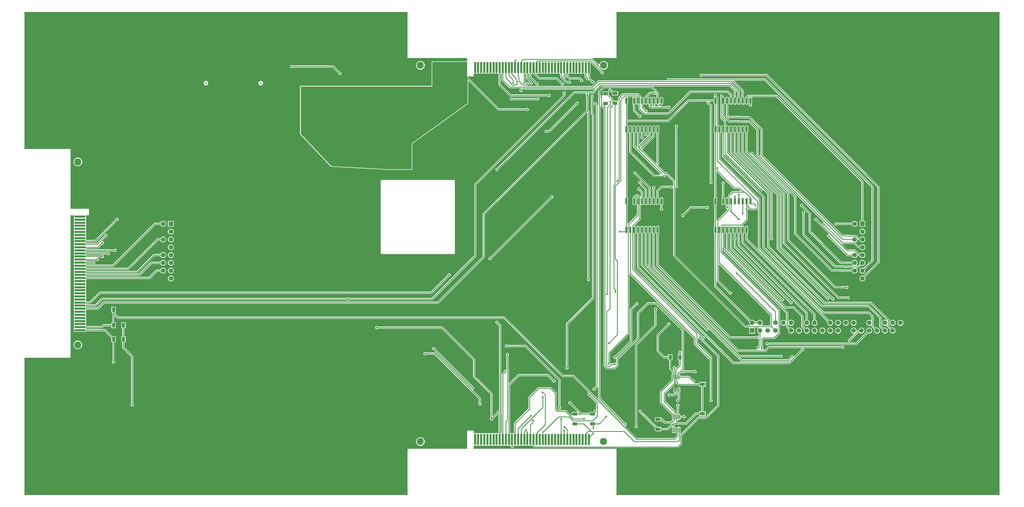
<source format=gtl>
G04*
G04 #@! TF.GenerationSoftware,Altium Limited,Altium Designer,22.11.1 (43)*
G04*
G04 Layer_Physical_Order=1*
G04 Layer_Color=255*
%FSLAX25Y25*%
%MOIN*%
G70*
G04*
G04 #@! TF.SameCoordinates,C01CB905-4FAA-478C-A3D6-3825F8E537A0*
G04*
G04*
G04 #@! TF.FilePolarity,Positive*
G04*
G01*
G75*
%ADD14C,0.01000*%
%ADD16R,0.01378X0.06128*%
G04:AMPARAMS|DCode=17|XSize=61.28mil|YSize=13.78mil|CornerRadius=6.89mil|HoleSize=0mil|Usage=FLASHONLY|Rotation=90.000|XOffset=0mil|YOffset=0mil|HoleType=Round|Shape=RoundedRectangle|*
%AMROUNDEDRECTD17*
21,1,0.06128,0.00000,0,0,90.0*
21,1,0.04750,0.01378,0,0,90.0*
1,1,0.01378,0.00000,0.02375*
1,1,0.01378,0.00000,-0.02375*
1,1,0.01378,0.00000,-0.02375*
1,1,0.01378,0.00000,0.02375*
%
%ADD17ROUNDEDRECTD17*%
%ADD18R,0.03937X0.05906*%
%ADD19R,0.05906X0.03937*%
%ADD20R,0.06693X0.04331*%
%ADD21R,0.02756X0.14173*%
%ADD22R,0.14173X0.02756*%
G04:AMPARAMS|DCode=23|XSize=78.74mil|YSize=23.62mil|CornerRadius=2.01mil|HoleSize=0mil|Usage=FLASHONLY|Rotation=90.000|XOffset=0mil|YOffset=0mil|HoleType=Round|Shape=RoundedRectangle|*
%AMROUNDEDRECTD23*
21,1,0.07874,0.01961,0,0,90.0*
21,1,0.07472,0.02362,0,0,90.0*
1,1,0.00402,0.00980,0.03736*
1,1,0.00402,0.00980,-0.03736*
1,1,0.00402,-0.00980,-0.03736*
1,1,0.00402,-0.00980,0.03736*
%
%ADD23ROUNDEDRECTD23*%
%ADD35C,0.01000*%
%ADD36R,0.27559X0.27559*%
%ADD37C,0.01968*%
%ADD38C,0.12992*%
%ADD39C,0.09055*%
%ADD40C,0.05906*%
%ADD41R,0.05906X0.05906*%
%ADD42R,0.05906X0.05906*%
%ADD43C,0.02362*%
G36*
X1249574Y426D02*
X758891Y426D01*
Y59055D01*
X758766Y59357D01*
X758464Y59481D01*
X575780D01*
Y63767D01*
X623674D01*
Y63278D01*
X623519Y62902D01*
Y62114D01*
X623820Y61386D01*
X624378Y60829D01*
X625106Y60527D01*
X625894D01*
X626622Y60829D01*
X627179Y61386D01*
X627481Y62114D01*
Y62902D01*
X627330Y63267D01*
X627664Y63767D01*
X651234D01*
Y63608D01*
X651335Y63101D01*
X651622Y62671D01*
X653122Y61171D01*
X653552Y60883D01*
X654059Y60783D01*
X837320D01*
X837827Y60883D01*
X838257Y61171D01*
X842285Y65199D01*
X842573Y65629D01*
X842674Y66136D01*
Y76387D01*
X864369Y98083D01*
X873520D01*
X874027Y98184D01*
X874457Y98471D01*
X890257Y114271D01*
X890545Y114701D01*
X890646Y115208D01*
Y178608D01*
X890545Y179115D01*
X890257Y179545D01*
X870138Y199665D01*
X870363Y200147D01*
X871042Y200429D01*
X871600Y200986D01*
X871901Y201714D01*
Y202502D01*
X871600Y203230D01*
X871042Y203787D01*
X870314Y204089D01*
X869814D01*
X782826Y291077D01*
Y335741D01*
X782871Y335750D01*
X783202Y335971D01*
X783423Y336302D01*
X783501Y336693D01*
Y344165D01*
X783423Y344556D01*
X783202Y344887D01*
X782871Y345108D01*
X782480Y345186D01*
X782280D01*
X782072Y345686D01*
X789557Y353171D01*
X789845Y353601D01*
X789946Y354108D01*
Y371932D01*
X790446Y372302D01*
X790520Y372287D01*
X792480D01*
X792871Y372364D01*
X793202Y372586D01*
X793423Y372917D01*
X793501Y373307D01*
Y380780D01*
X793423Y381170D01*
X793202Y381501D01*
X792871Y381722D01*
X792826Y381731D01*
Y388700D01*
X792725Y389208D01*
X792437Y389637D01*
X789681Y392393D01*
Y392894D01*
X789380Y393622D01*
X788823Y394180D01*
X788094Y394481D01*
X787306D01*
X786578Y394180D01*
X786021Y393622D01*
X785719Y392894D01*
Y392106D01*
X786021Y391378D01*
X786578Y390821D01*
X787306Y390519D01*
X787807D01*
X790175Y388151D01*
Y382821D01*
X789675Y382670D01*
X789557Y382845D01*
X787157Y385245D01*
X786727Y385533D01*
X786220Y385633D01*
X783900D01*
X783393Y385533D01*
X782963Y385245D01*
X780563Y382845D01*
X780276Y382415D01*
X780175Y381908D01*
Y381731D01*
X780129Y381722D01*
X779798Y381501D01*
X779577Y381170D01*
X779499Y380780D01*
Y373307D01*
X779577Y372917D01*
X779798Y372586D01*
X780129Y372364D01*
X780520Y372287D01*
X782480D01*
X782871Y372364D01*
X783202Y372586D01*
X783423Y372917D01*
X783501Y373307D01*
Y380780D01*
X783423Y381170D01*
X783202Y381501D01*
X783181Y381714D01*
X784449Y382983D01*
X785671D01*
X786392Y382262D01*
X786200Y381800D01*
X785520D01*
X785129Y381722D01*
X784798Y381501D01*
X784577Y381170D01*
X784499Y380780D01*
Y373307D01*
X784577Y372917D01*
X784798Y372586D01*
X785129Y372364D01*
X785175Y372356D01*
Y359737D01*
X773287Y347850D01*
X772826Y348041D01*
Y372356D01*
X772871Y372364D01*
X773202Y372586D01*
X773423Y372917D01*
X773501Y373307D01*
Y380780D01*
X773423Y381170D01*
X773202Y381501D01*
X772871Y381722D01*
X772826Y381731D01*
Y464548D01*
X772871Y464557D01*
X773202Y464778D01*
X773423Y465109D01*
X773501Y465500D01*
Y472972D01*
X773423Y473363D01*
X773202Y473694D01*
X772871Y473915D01*
X772826Y473924D01*
Y478675D01*
X825000D01*
X825507Y478776D01*
X825937Y479063D01*
X834861Y487987D01*
X834975Y488063D01*
X851437Y504525D01*
X874282D01*
X874556Y504025D01*
X874339Y503502D01*
Y502714D01*
X874641Y501986D01*
X875198Y501429D01*
X875926Y501127D01*
X876427D01*
X878595Y498959D01*
Y402684D01*
X878241Y402330D01*
X877939Y401602D01*
Y400814D01*
X878241Y400086D01*
X878798Y399529D01*
X879526Y399227D01*
X880314D01*
X881042Y399529D01*
X881600Y400086D01*
X881901Y400814D01*
Y401602D01*
X881600Y402330D01*
X881246Y402684D01*
Y499508D01*
X881145Y500015D01*
X880857Y500445D01*
X878301Y503001D01*
Y503502D01*
X878085Y504025D01*
X878358Y504525D01*
X883499D01*
Y502114D01*
X883577Y501724D01*
X883798Y501393D01*
X884129Y501171D01*
X884175Y501162D01*
Y473924D01*
X884129Y473915D01*
X883798Y473694D01*
X883577Y473363D01*
X883499Y472972D01*
Y465500D01*
X883577Y465109D01*
X883798Y464779D01*
X884129Y464557D01*
X884175Y464548D01*
Y381731D01*
X884129Y381722D01*
X883798Y381501D01*
X883577Y381170D01*
X883499Y380779D01*
Y373307D01*
X883577Y372917D01*
X883798Y372586D01*
X884129Y372364D01*
X884175Y372355D01*
Y345117D01*
X884129Y345108D01*
X883798Y344887D01*
X883577Y344556D01*
X883499Y344165D01*
Y336693D01*
X883577Y336302D01*
X883798Y335971D01*
X884129Y335750D01*
X884175Y335741D01*
Y268230D01*
X884276Y267723D01*
X884563Y267293D01*
X929161Y222694D01*
X929101Y222590D01*
X928846Y221636D01*
Y220648D01*
X929101Y219693D01*
X929595Y218838D01*
X930173Y218260D01*
X930002Y217760D01*
X924614D01*
X834325Y308049D01*
Y393801D01*
X834825Y394135D01*
X835106Y394019D01*
X835894D01*
X836622Y394321D01*
X837179Y394878D01*
X837481Y395606D01*
Y396394D01*
X837179Y397122D01*
X836825Y397476D01*
Y471524D01*
X837179Y471878D01*
X837481Y472606D01*
Y473394D01*
X837179Y474122D01*
X836622Y474680D01*
X835894Y474981D01*
X835106D01*
X834378Y474680D01*
X833820Y474122D01*
X833519Y473394D01*
Y472606D01*
X833820Y471878D01*
X834175Y471524D01*
Y404073D01*
X833675Y403866D01*
X824122Y413418D01*
X823692Y413706D01*
X823184Y413807D01*
X821068D01*
X811496Y423379D01*
X811703Y423879D01*
X811894D01*
X812622Y424180D01*
X813180Y424738D01*
X813481Y425466D01*
Y426254D01*
X813180Y426982D01*
X812826Y427336D01*
Y464548D01*
X812871Y464557D01*
X813202Y464778D01*
X813423Y465109D01*
X813501Y465500D01*
Y472972D01*
X813423Y473363D01*
X813202Y473694D01*
X812871Y473915D01*
X812480Y473993D01*
X810520D01*
X810129Y473915D01*
X809798Y473694D01*
X809577Y473363D01*
X809499Y472972D01*
Y465500D01*
X809577Y465109D01*
X809798Y464778D01*
X810129Y464557D01*
X810175Y464548D01*
Y427336D01*
X809821Y426982D01*
X809519Y426254D01*
Y426062D01*
X809019Y425855D01*
X791818Y443057D01*
X792013Y443568D01*
X792622Y443820D01*
X793179Y444378D01*
X793481Y445106D01*
Y445607D01*
X807437Y459563D01*
X807725Y459993D01*
X807826Y460500D01*
Y464548D01*
X807871Y464557D01*
X808202Y464778D01*
X808423Y465109D01*
X808501Y465500D01*
Y472972D01*
X808423Y473363D01*
X808202Y473694D01*
X807871Y473915D01*
X807480Y473993D01*
X805520D01*
X805129Y473915D01*
X804798Y473694D01*
X804577Y473363D01*
X804499Y472972D01*
Y465500D01*
X804577Y465109D01*
X804798Y464778D01*
X805129Y464557D01*
X805175Y464548D01*
Y461049D01*
X791607Y447481D01*
X791106D01*
X790378Y447180D01*
X790146Y446947D01*
X789646Y447155D01*
Y447771D01*
X802437Y460563D01*
X802725Y460993D01*
X802826Y461500D01*
Y464548D01*
X802871Y464557D01*
X803202Y464778D01*
X803423Y465109D01*
X803501Y465500D01*
Y472972D01*
X803423Y473363D01*
X803202Y473694D01*
X802871Y473915D01*
X802480Y473993D01*
X800520D01*
X800129Y473915D01*
X799798Y473694D01*
X799577Y473363D01*
X799499Y472972D01*
Y465500D01*
X799577Y465109D01*
X799798Y464778D01*
X800129Y464557D01*
X800175Y464548D01*
Y462049D01*
X788287Y450162D01*
X787826Y450353D01*
Y464548D01*
X787871Y464557D01*
X788202Y464778D01*
X788423Y465109D01*
X788501Y465500D01*
Y472972D01*
X788423Y473363D01*
X788202Y473694D01*
X787871Y473915D01*
X787480Y473993D01*
X785520D01*
X785129Y473915D01*
X784798Y473694D01*
X784577Y473363D01*
X784499Y472972D01*
Y465500D01*
X784577Y465109D01*
X784798Y464778D01*
X785129Y464557D01*
X785175Y464548D01*
Y446500D01*
X785198Y446384D01*
X784737Y446138D01*
X782826Y448049D01*
Y464548D01*
X782871Y464557D01*
X783202Y464778D01*
X783423Y465109D01*
X783501Y465500D01*
Y472972D01*
X783423Y473363D01*
X783202Y473694D01*
X782871Y473915D01*
X782480Y473993D01*
X780520D01*
X780129Y473915D01*
X779798Y473694D01*
X779577Y473363D01*
X779499Y472972D01*
Y465500D01*
X779577Y465109D01*
X779798Y464778D01*
X780129Y464557D01*
X780175Y464548D01*
Y447500D01*
X780276Y446993D01*
X780563Y446563D01*
X813480Y413646D01*
X813960Y412957D01*
X813927Y412875D01*
Y412087D01*
X814228Y411359D01*
X814321Y411267D01*
X814114Y410767D01*
X808108D01*
X777826Y441049D01*
Y464548D01*
X777871Y464557D01*
X778202Y464778D01*
X778423Y465109D01*
X778501Y465500D01*
Y472972D01*
X778423Y473363D01*
X778202Y473694D01*
X777871Y473915D01*
X777480Y473993D01*
X775520D01*
X775129Y473915D01*
X774798Y473694D01*
X774577Y473363D01*
X774499Y472972D01*
Y465500D01*
X774577Y465109D01*
X774798Y464778D01*
X775129Y464557D01*
X775175Y464548D01*
Y440500D01*
X775276Y439993D01*
X775563Y439563D01*
X806622Y408504D01*
X807052Y408216D01*
X807559Y408116D01*
X818787D01*
X819141Y407761D01*
X819869Y407460D01*
X820657D01*
X821385Y407761D01*
X821943Y408319D01*
X822244Y409047D01*
Y409835D01*
X821943Y410563D01*
X821850Y410656D01*
X822057Y411156D01*
X822635D01*
X831674Y402117D01*
Y396834D01*
X831174Y396627D01*
X830898Y396904D01*
X830169Y397206D01*
X829381D01*
X828653Y396904D01*
X828299Y396550D01*
X816724D01*
X816217Y396449D01*
X815787Y396162D01*
X810563Y390937D01*
X810276Y390508D01*
X810175Y390000D01*
Y381731D01*
X810129Y381722D01*
X809798Y381501D01*
X809577Y381170D01*
X809499Y380780D01*
Y373307D01*
X809577Y372917D01*
X809798Y372586D01*
X810129Y372364D01*
X810520Y372287D01*
X812480D01*
X812871Y372364D01*
X813202Y372586D01*
X813423Y372917D01*
X813501Y373307D01*
Y380780D01*
X813423Y381170D01*
X813202Y381501D01*
X812871Y381722D01*
X812826Y381731D01*
Y389451D01*
X817274Y393899D01*
X828299D01*
X828653Y393545D01*
X829381Y393244D01*
X830169D01*
X830898Y393545D01*
X831174Y393822D01*
X831674Y393615D01*
Y307500D01*
X831775Y306993D01*
X832063Y306563D01*
X923128Y215497D01*
X923558Y215210D01*
X924065Y215109D01*
X928434D01*
X928846Y214895D01*
X928846Y214609D01*
Y207389D01*
X936351D01*
Y214609D01*
X936351Y214895D01*
X936762Y215109D01*
X940807D01*
X940851Y215042D01*
X940692Y214375D01*
X940294Y214145D01*
X939595Y213446D01*
X939101Y212591D01*
X938846Y211636D01*
Y210648D01*
X939101Y209694D01*
X939595Y208838D01*
X940294Y208139D01*
X941150Y207645D01*
X941273Y207612D01*
Y203718D01*
X941152Y203650D01*
X940773Y203565D01*
X940296Y204042D01*
X939568Y204343D01*
X938780D01*
X938051Y204042D01*
X937697Y203688D01*
X904954D01*
X812826Y295816D01*
Y335741D01*
X812871Y335750D01*
X813202Y335971D01*
X813423Y336302D01*
X813501Y336693D01*
Y344165D01*
X813423Y344556D01*
X813202Y344887D01*
X812871Y345108D01*
X812480Y345186D01*
X810520D01*
X810129Y345108D01*
X809798Y344887D01*
X809577Y344556D01*
X809499Y344165D01*
Y336693D01*
X809577Y336302D01*
X809798Y335971D01*
X810129Y335750D01*
X810175Y335741D01*
Y295267D01*
X810276Y294759D01*
X810563Y294329D01*
X903467Y201425D01*
X903897Y201138D01*
X904405Y201037D01*
X937697D01*
X938051Y200683D01*
X938780Y200381D01*
X939568D01*
X940296Y200683D01*
X940773Y201160D01*
X941152Y201074D01*
X941273Y201007D01*
Y191648D01*
X940432Y190806D01*
X939931D01*
X939203Y190505D01*
X938646Y189948D01*
X938344Y189219D01*
Y188431D01*
X938646Y187703D01*
X939203Y187146D01*
X939233Y187134D01*
X939134Y186634D01*
X915369D01*
X807826Y294177D01*
Y335741D01*
X807871Y335750D01*
X808202Y335971D01*
X808423Y336302D01*
X808501Y336693D01*
Y344165D01*
X808423Y344556D01*
X808202Y344887D01*
X807871Y345108D01*
X807480Y345186D01*
X805520D01*
X805129Y345108D01*
X804798Y344887D01*
X804577Y344556D01*
X804499Y344165D01*
Y336693D01*
X804577Y336302D01*
X804798Y335971D01*
X805129Y335750D01*
X805175Y335741D01*
Y293628D01*
X805276Y293121D01*
X805563Y292691D01*
X913883Y184371D01*
X914313Y184083D01*
X914820Y183983D01*
X949820D01*
X950327Y184083D01*
X950757Y184371D01*
X954969Y188583D01*
X995627D01*
X995656Y188536D01*
X995781Y188083D01*
X995320Y187622D01*
X995019Y186894D01*
Y186393D01*
X986443Y177818D01*
X985932Y178013D01*
X985679Y178622D01*
X985122Y179180D01*
X984394Y179481D01*
X983606D01*
X982878Y179180D01*
X982320Y178622D01*
X982019Y177894D01*
Y177393D01*
X978951Y174326D01*
X920079D01*
X917984Y176421D01*
X918175Y176883D01*
X968044D01*
X968398Y176529D01*
X969126Y176227D01*
X969914D01*
X970642Y176529D01*
X971200Y177086D01*
X971501Y177814D01*
Y178602D01*
X971200Y179330D01*
X970642Y179887D01*
X969914Y180189D01*
X969126D01*
X968398Y179887D01*
X968044Y179534D01*
X917647D01*
X802826Y294355D01*
Y335741D01*
X802871Y335750D01*
X803202Y335971D01*
X803423Y336302D01*
X803501Y336693D01*
Y344165D01*
X803423Y344556D01*
X803202Y344887D01*
X802871Y345108D01*
X802480Y345186D01*
X800520D01*
X800129Y345108D01*
X799798Y344887D01*
X799577Y344556D01*
X799499Y344165D01*
Y336693D01*
X799577Y336302D01*
X799798Y335971D01*
X800129Y335750D01*
X800175Y335741D01*
Y294883D01*
X799713Y294691D01*
X797826Y296579D01*
Y335741D01*
X797871Y335750D01*
X798202Y335971D01*
X798423Y336302D01*
X798501Y336693D01*
Y344165D01*
X798423Y344556D01*
X798202Y344887D01*
X797871Y345108D01*
X797480Y345186D01*
X795520D01*
X795129Y345108D01*
X794798Y344887D01*
X794577Y344556D01*
X794499Y344165D01*
Y336693D01*
X794577Y336302D01*
X794798Y335971D01*
X795129Y335750D01*
X795175Y335741D01*
Y296030D01*
X795276Y295522D01*
X795563Y295092D01*
X918592Y172063D01*
X919022Y171775D01*
X919530Y171675D01*
X979500D01*
X979616Y171698D01*
X979862Y171237D01*
X979405Y170780D01*
X909371D01*
X787826Y292325D01*
Y335741D01*
X787871Y335750D01*
X788202Y335971D01*
X788423Y336302D01*
X788501Y336693D01*
Y344165D01*
X788423Y344556D01*
X788202Y344887D01*
X787871Y345108D01*
X787480Y345186D01*
X785520D01*
X785129Y345108D01*
X784798Y344887D01*
X784577Y344556D01*
X784499Y344165D01*
Y336693D01*
X784577Y336302D01*
X784798Y335971D01*
X785129Y335750D01*
X785175Y335741D01*
Y291776D01*
X785276Y291269D01*
X785563Y290839D01*
X907885Y168517D01*
X908315Y168230D01*
X908822Y168129D01*
X979954D01*
X980462Y168230D01*
X980892Y168517D01*
X996893Y184519D01*
X997394D01*
X998122Y184820D01*
X998679Y185378D01*
X998981Y186106D01*
Y186894D01*
X998679Y187622D01*
X998219Y188083D01*
X998343Y188536D01*
X998372Y188583D01*
X1047144D01*
X1047498Y188228D01*
X1048226Y187927D01*
X1049014D01*
X1049742Y188228D01*
X1050300Y188786D01*
X1050601Y189514D01*
Y190302D01*
X1050300Y191030D01*
X1049742Y191587D01*
X1049014Y191889D01*
X1048226D01*
X1047498Y191587D01*
X1047144Y191234D01*
X954420D01*
X953913Y191133D01*
X953483Y190845D01*
X949271Y186634D01*
X947219D01*
X946885Y187134D01*
X947001Y187414D01*
Y188202D01*
X946700Y188930D01*
X946246Y189384D01*
Y199359D01*
X947469Y200583D01*
X960920D01*
X961427Y200683D01*
X961857Y200971D01*
X967857Y206971D01*
X968145Y207401D01*
X968246Y207908D01*
Y237808D01*
X968145Y238315D01*
X967857Y238745D01*
X894246Y312357D01*
Y313834D01*
X894746Y314168D01*
X895106Y314019D01*
X895607D01*
X976273Y233352D01*
Y223282D01*
X975773Y223148D01*
X975601Y223446D01*
X974903Y224145D01*
X974047Y224639D01*
X973092Y224895D01*
X972104D01*
X971150Y224639D01*
X970294Y224145D01*
X969595Y223446D01*
X969101Y222590D01*
X968846Y221636D01*
Y220648D01*
X969101Y219693D01*
X969595Y218838D01*
X970294Y218139D01*
X971150Y217645D01*
X972104Y217389D01*
X973092D01*
X974047Y217645D01*
X974903Y218139D01*
X975601Y218838D01*
X975773Y219136D01*
X976273Y219002D01*
Y216142D01*
X976374Y215634D01*
X976661Y215204D01*
X979165Y212701D01*
X979101Y212591D01*
X978846Y211636D01*
Y210648D01*
X979101Y209694D01*
X979595Y208838D01*
X980294Y208139D01*
X981150Y207645D01*
X982104Y207389D01*
X983092D01*
X984047Y207645D01*
X984903Y208139D01*
X985601Y208838D01*
X986095Y209694D01*
X986351Y210648D01*
Y211636D01*
X986095Y212591D01*
X985601Y213446D01*
X984903Y214145D01*
X984047Y214639D01*
X983092Y214895D01*
X982104D01*
X981150Y214639D01*
X981040Y214575D01*
X978924Y216691D01*
Y219000D01*
X979424Y219134D01*
X979595Y218838D01*
X980294Y218139D01*
X981150Y217645D01*
X982104Y217389D01*
X983092D01*
X984047Y217645D01*
X984903Y218139D01*
X985601Y218838D01*
X986095Y219693D01*
X986351Y220648D01*
Y221636D01*
X986095Y222590D01*
X985601Y223446D01*
X984903Y224145D01*
X984047Y224639D01*
X983092Y224895D01*
X982104D01*
X981150Y224639D01*
X980294Y224145D01*
X979595Y223446D01*
X979424Y223150D01*
X978924Y223284D01*
Y233901D01*
X978823Y234408D01*
X978536Y234839D01*
X897481Y315893D01*
Y316394D01*
X897180Y317122D01*
X896826Y317476D01*
Y335741D01*
X896871Y335750D01*
X897202Y335971D01*
X897423Y336302D01*
X897501Y336693D01*
Y344165D01*
X897423Y344556D01*
X897338Y344683D01*
X897591Y345183D01*
X898409D01*
X898662Y344683D01*
X898577Y344556D01*
X898499Y344165D01*
Y336693D01*
X898577Y336302D01*
X898798Y335971D01*
X899129Y335750D01*
X899175Y335741D01*
Y315500D01*
X899276Y314993D01*
X899563Y314563D01*
X974563Y239563D01*
X974993Y239276D01*
X975500Y239175D01*
X985951D01*
X995531Y229594D01*
Y216883D01*
X995632Y216376D01*
X995920Y215946D01*
X999165Y212701D01*
X999101Y212591D01*
X998846Y211636D01*
Y210648D01*
X999101Y209694D01*
X999595Y208838D01*
X1000294Y208139D01*
X1001150Y207645D01*
X1002104Y207389D01*
X1003092D01*
X1004047Y207645D01*
X1004903Y208139D01*
X1005601Y208838D01*
X1006095Y209694D01*
X1006351Y210648D01*
Y211636D01*
X1006095Y212591D01*
X1005601Y213446D01*
X1004903Y214145D01*
X1004047Y214639D01*
X1003092Y214895D01*
X1002104D01*
X1001150Y214639D01*
X1001040Y214575D01*
X998182Y217432D01*
Y230143D01*
X998081Y230650D01*
X997794Y231080D01*
X987437Y241437D01*
X987007Y241725D01*
X986500Y241826D01*
X976049D01*
X901826Y316049D01*
Y335741D01*
X901871Y335750D01*
X902202Y335971D01*
X902423Y336302D01*
X902501Y336693D01*
Y344165D01*
X902423Y344556D01*
X902338Y344683D01*
X902591Y345183D01*
X903409D01*
X903662Y344683D01*
X903577Y344556D01*
X903499Y344165D01*
Y336693D01*
X903577Y336302D01*
X903798Y335971D01*
X904129Y335750D01*
X904175Y335741D01*
Y316528D01*
X904276Y316021D01*
X904563Y315591D01*
X969539Y250615D01*
Y250114D01*
X969841Y249386D01*
X970398Y248829D01*
X971126Y248527D01*
X971914D01*
X972642Y248829D01*
X973200Y249386D01*
X973501Y250114D01*
Y250902D01*
X973200Y251630D01*
X972642Y252187D01*
X971914Y252489D01*
X971414D01*
X906826Y317077D01*
Y335741D01*
X906871Y335750D01*
X907202Y335971D01*
X907423Y336302D01*
X907501Y336693D01*
Y344165D01*
X907423Y344556D01*
X907338Y344683D01*
X907591Y345183D01*
X908410D01*
X908662Y344683D01*
X908577Y344556D01*
X908499Y344165D01*
Y336693D01*
X908577Y336302D01*
X908798Y335971D01*
X909129Y335750D01*
X909175Y335741D01*
Y330691D01*
X908821Y330337D01*
X908519Y329608D01*
Y328820D01*
X908821Y328092D01*
X909175Y327738D01*
Y319000D01*
X909276Y318493D01*
X909563Y318063D01*
X980617Y247008D01*
Y246508D01*
X980919Y245779D01*
X981476Y245222D01*
X982204Y244920D01*
X982992D01*
X983720Y245222D01*
X984278Y245779D01*
X984579Y246508D01*
Y247296D01*
X984278Y248024D01*
X983720Y248581D01*
X982992Y248883D01*
X982492D01*
X911826Y319549D01*
Y327738D01*
X912180Y328092D01*
X912481Y328820D01*
Y329608D01*
X912180Y330337D01*
X911826Y330691D01*
Y335741D01*
X911871Y335750D01*
X912202Y335971D01*
X912423Y336302D01*
X912501Y336693D01*
Y344165D01*
X912423Y344556D01*
X912338Y344683D01*
X912591Y345183D01*
X913410D01*
X913662Y344683D01*
X913577Y344556D01*
X913499Y344165D01*
Y336693D01*
X913577Y336302D01*
X913798Y335971D01*
X914129Y335750D01*
X914175Y335741D01*
Y321000D01*
X914276Y320493D01*
X914563Y320063D01*
X1001273Y233353D01*
Y224672D01*
X1001150Y224639D01*
X1000294Y224145D01*
X999595Y223446D01*
X999101Y222590D01*
X998846Y221636D01*
Y220648D01*
X999101Y219693D01*
X999595Y218838D01*
X1000294Y218139D01*
X1001150Y217645D01*
X1002104Y217389D01*
X1003092D01*
X1004047Y217645D01*
X1004903Y218139D01*
X1005601Y218838D01*
X1006095Y219693D01*
X1006351Y220648D01*
Y221636D01*
X1006095Y222590D01*
X1005601Y223446D01*
X1004903Y224145D01*
X1004047Y224639D01*
X1003924Y224672D01*
Y233902D01*
X1003823Y234409D01*
X1003536Y234839D01*
X916826Y321549D01*
Y335741D01*
X916871Y335750D01*
X917202Y335971D01*
X917423Y336302D01*
X917501Y336693D01*
Y344165D01*
X917423Y344556D01*
X917338Y344683D01*
X917591Y345183D01*
X918410D01*
X918662Y344683D01*
X918577Y344556D01*
X918499Y344165D01*
Y336693D01*
X918577Y336302D01*
X918798Y335971D01*
X919129Y335750D01*
X919175Y335741D01*
Y324145D01*
X919276Y323638D01*
X919563Y323208D01*
X1011273Y231498D01*
Y224672D01*
X1011150Y224639D01*
X1010294Y224145D01*
X1009595Y223446D01*
X1009101Y222590D01*
X1008846Y221636D01*
Y220648D01*
X1009101Y219693D01*
X1009595Y218838D01*
X1010294Y218139D01*
X1011150Y217645D01*
X1012104Y217389D01*
X1013092D01*
X1014047Y217645D01*
X1014903Y218139D01*
X1015601Y218838D01*
X1016095Y219693D01*
X1016351Y220648D01*
Y221636D01*
X1016095Y222590D01*
X1015601Y223446D01*
X1014903Y224145D01*
X1014047Y224639D01*
X1013924Y224672D01*
Y232047D01*
X1013823Y232554D01*
X1013536Y232984D01*
X921826Y324694D01*
Y335741D01*
X921871Y335750D01*
X922202Y335971D01*
X922423Y336302D01*
X922501Y336693D01*
Y344165D01*
X922423Y344556D01*
X922202Y344887D01*
X921871Y345108D01*
X921480Y345186D01*
X919956D01*
X919920Y345232D01*
X919772Y345686D01*
X926437Y352351D01*
X926725Y352781D01*
X926826Y353288D01*
Y365524D01*
X927180Y365878D01*
X927481Y366606D01*
Y367345D01*
X927608Y367449D01*
X927940Y367594D01*
X929463Y366071D01*
X929893Y365783D01*
X930400Y365683D01*
X937320D01*
X937827Y365784D01*
X938257Y366071D01*
X939713Y367526D01*
X940174Y367335D01*
Y317000D01*
X940275Y316493D01*
X940563Y316063D01*
X1023549Y233076D01*
X1023979Y232789D01*
X1024487Y232688D01*
X1024487Y232688D01*
X1081624D01*
X1085526Y228786D01*
Y224175D01*
X1085064Y223984D01*
X1084903Y224145D01*
X1084047Y224639D01*
X1083092Y224895D01*
X1082104D01*
X1081150Y224639D01*
X1080294Y224145D01*
X1079595Y223446D01*
X1079101Y222590D01*
X1078846Y221636D01*
Y220648D01*
X1079101Y219693D01*
X1079595Y218838D01*
X1080294Y218139D01*
X1081150Y217645D01*
X1082104Y217389D01*
X1083092D01*
X1084047Y217645D01*
X1084903Y218139D01*
X1085064Y218300D01*
X1085526Y218109D01*
Y216889D01*
X1085627Y216382D01*
X1085914Y215952D01*
X1089165Y212701D01*
X1089101Y212591D01*
X1088846Y211636D01*
Y210648D01*
X1089101Y209694D01*
X1089595Y208838D01*
X1090294Y208139D01*
X1091150Y207645D01*
X1092104Y207389D01*
X1093092D01*
X1094047Y207645D01*
X1094903Y208139D01*
X1095601Y208838D01*
X1096095Y209694D01*
X1096351Y210648D01*
Y211636D01*
X1096095Y212591D01*
X1095601Y213446D01*
X1094903Y214145D01*
X1094047Y214639D01*
X1093092Y214895D01*
X1092104D01*
X1091150Y214639D01*
X1091039Y214575D01*
X1088177Y217438D01*
Y229335D01*
X1088076Y229843D01*
X1087788Y230273D01*
X1083110Y234951D01*
X1082680Y235238D01*
X1082173Y235339D01*
X1025036D01*
X942825Y317549D01*
Y380461D01*
X942725Y380968D01*
X942437Y381398D01*
X891826Y432009D01*
Y464548D01*
X891871Y464557D01*
X892202Y464779D01*
X892423Y465109D01*
X892501Y465500D01*
Y472972D01*
X892423Y473363D01*
X892202Y473694D01*
X891871Y473915D01*
X891480Y473993D01*
X889520D01*
X889046Y474408D01*
Y510408D01*
X888945Y510915D01*
X888657Y511345D01*
X887601Y512401D01*
Y512902D01*
X887300Y513630D01*
X886742Y514187D01*
X886014Y514489D01*
X885226D01*
X884498Y514187D01*
X883941Y513630D01*
X883639Y512902D01*
Y512114D01*
X883941Y511386D01*
X884261Y511065D01*
X884132Y510538D01*
X884106Y510514D01*
X883798Y510308D01*
X883577Y509977D01*
X883499Y509587D01*
Y507176D01*
X850888D01*
X850381Y507075D01*
X849951Y506788D01*
X833176Y490013D01*
X833063Y489937D01*
X824451Y481325D01*
X772826D01*
Y501162D01*
X772871Y501171D01*
X773202Y501393D01*
X773423Y501723D01*
X773501Y502114D01*
Y509586D01*
X773423Y509977D01*
X773419Y509983D01*
X773687Y510483D01*
X779314D01*
X779581Y509983D01*
X779577Y509977D01*
X779499Y509586D01*
Y502114D01*
X779577Y501723D01*
X779798Y501393D01*
X780129Y501171D01*
X780175Y501162D01*
Y493500D01*
X780276Y492993D01*
X780563Y492563D01*
X787019Y486107D01*
Y485606D01*
X787320Y484878D01*
X787878Y484320D01*
X788606Y484019D01*
X789394D01*
X790122Y484320D01*
X790679Y484878D01*
X790981Y485606D01*
Y486394D01*
X790679Y487122D01*
X790122Y487679D01*
X789394Y487981D01*
X788893D01*
X782826Y494049D01*
Y501162D01*
X782871Y501171D01*
X783202Y501393D01*
X783423Y501723D01*
X783501Y502114D01*
Y509586D01*
X783423Y509977D01*
X783419Y509983D01*
X783687Y510483D01*
X784314D01*
X784581Y509983D01*
X784577Y509977D01*
X784499Y509586D01*
Y502114D01*
X784577Y501723D01*
X784798Y501393D01*
X785129Y501171D01*
X785520Y501094D01*
X787295D01*
Y494908D01*
X787396Y494401D01*
X787683Y493971D01*
X793383Y488271D01*
X793813Y487983D01*
X794320Y487883D01*
X825520D01*
X826027Y487984D01*
X826457Y488271D01*
X854069Y515883D01*
X901351D01*
X904175Y513059D01*
Y510538D01*
X904129Y510529D01*
X903798Y510308D01*
X903577Y509977D01*
X903499Y509587D01*
Y502114D01*
X903577Y501724D01*
X903798Y501393D01*
X904129Y501171D01*
X904520Y501094D01*
X906480D01*
X906871Y501171D01*
X907202Y501393D01*
X907423Y501724D01*
X907501Y502114D01*
Y509587D01*
X907423Y509977D01*
X907202Y510308D01*
X906871Y510529D01*
X906826Y510538D01*
Y513608D01*
X906725Y514115D01*
X906437Y514545D01*
X902837Y518145D01*
X902407Y518433D01*
X901900Y518534D01*
X853520D01*
X853013Y518433D01*
X852583Y518145D01*
X824971Y490533D01*
X798042D01*
X797835Y491034D01*
X798179Y491378D01*
X798481Y492106D01*
Y492894D01*
X798179Y493622D01*
X797622Y494179D01*
X796894Y494481D01*
X796393D01*
X792826Y498049D01*
Y501162D01*
X792871Y501171D01*
X793202Y501393D01*
X793423Y501723D01*
X793501Y502114D01*
Y509586D01*
X793423Y509977D01*
X793202Y510308D01*
X792871Y510529D01*
X792480Y510607D01*
X790520D01*
X790446Y510592D01*
X789946Y510962D01*
Y511908D01*
X789845Y512415D01*
X789557Y512845D01*
X787557Y514845D01*
X787127Y515133D01*
X786620Y515234D01*
X766920D01*
X766413Y515133D01*
X765983Y514845D01*
X761369Y510231D01*
X761082Y509801D01*
X760981Y509294D01*
Y505875D01*
X760753Y505469D01*
X755122D01*
X754648Y505943D01*
Y506169D01*
X754547Y506676D01*
X754346Y506977D01*
Y507748D01*
X754245Y508255D01*
X753958Y508685D01*
X748737Y513905D01*
Y517568D01*
X741232D01*
Y512258D01*
X740732Y512051D01*
X740603Y512180D01*
X739875Y512481D01*
X739087D01*
X738826Y512373D01*
X738326Y512707D01*
Y516883D01*
X743617Y522175D01*
X803379D01*
X807611Y517943D01*
X807436Y517411D01*
X806878Y517179D01*
X806524Y516825D01*
X801500D01*
X800993Y516725D01*
X800563Y516437D01*
X795959Y511833D01*
X795671Y511403D01*
X795671Y511403D01*
X795570Y510896D01*
Y510607D01*
X795520D01*
X795129Y510529D01*
X794798Y510308D01*
X794577Y509977D01*
X794499Y509586D01*
Y502114D01*
X794577Y501723D01*
X794798Y501393D01*
X795129Y501171D01*
X795520Y501094D01*
X797480D01*
X797871Y501171D01*
X798202Y501393D01*
X798423Y501723D01*
X798501Y502114D01*
Y509586D01*
X798423Y509977D01*
X798221Y510279D01*
Y510347D01*
X802049Y514175D01*
X806524D01*
X806878Y513821D01*
X807606Y513519D01*
X808394D01*
X809122Y513821D01*
X809675Y514373D01*
X809702Y514373D01*
X810175Y514267D01*
Y510538D01*
X810129Y510529D01*
X809798Y510308D01*
X809577Y509977D01*
X809499Y509586D01*
Y502114D01*
X809577Y501723D01*
X809798Y501393D01*
X810129Y501171D01*
X810520Y501094D01*
X811493D01*
X811770Y500678D01*
X811739Y500602D01*
Y499814D01*
X812041Y499086D01*
X812089Y499037D01*
X811898Y498575D01*
X808343D01*
X808151Y499037D01*
X808200Y499086D01*
X808501Y499814D01*
Y500602D01*
X808200Y501330D01*
X808196Y501334D01*
X808202Y501393D01*
X808423Y501723D01*
X808501Y502114D01*
Y509586D01*
X808423Y509977D01*
X808202Y510308D01*
X807871Y510529D01*
X807480Y510607D01*
X805520D01*
X805129Y510529D01*
X804798Y510308D01*
X804577Y509977D01*
X804499Y509586D01*
Y502114D01*
X804577Y501723D01*
X804798Y501393D01*
X804837Y501367D01*
X804841Y501330D01*
X804539Y500602D01*
Y499814D01*
X804841Y499086D01*
X804889Y499037D01*
X804698Y498575D01*
X803780D01*
X802826Y499530D01*
Y501162D01*
X802871Y501171D01*
X803202Y501393D01*
X803423Y501723D01*
X803501Y502114D01*
Y509586D01*
X803423Y509977D01*
X803202Y510308D01*
X802871Y510529D01*
X802480Y510607D01*
X800520D01*
X800129Y510529D01*
X799798Y510308D01*
X799577Y509977D01*
X799499Y509586D01*
Y502114D01*
X799577Y501723D01*
X799798Y501393D01*
X800129Y501171D01*
X800175Y501162D01*
Y498980D01*
X800276Y498473D01*
X800563Y498043D01*
X802293Y496313D01*
X802723Y496026D01*
X803230Y495925D01*
X803231Y495925D01*
X824524D01*
X824878Y495571D01*
X825606Y495269D01*
X826394D01*
X827122Y495571D01*
X827679Y496128D01*
X827981Y496856D01*
Y497644D01*
X827679Y498372D01*
X827122Y498930D01*
X826394Y499231D01*
X825606D01*
X824878Y498930D01*
X824524Y498575D01*
X815543D01*
X815351Y499037D01*
X815400Y499086D01*
X815688Y499783D01*
X816500D01*
X817007Y499884D01*
X817437Y500171D01*
X817725Y500601D01*
X817826Y501108D01*
Y501162D01*
X817871Y501171D01*
X818202Y501393D01*
X818423Y501723D01*
X818501Y502114D01*
Y509586D01*
X818423Y509977D01*
X818202Y510308D01*
X817871Y510529D01*
X817480Y510607D01*
X815520D01*
X815129Y510529D01*
X814798Y510308D01*
X814577Y509977D01*
X814499Y509586D01*
Y502410D01*
X814113Y502333D01*
X814001Y502258D01*
X813501Y502426D01*
Y509586D01*
X813423Y509977D01*
X813202Y510308D01*
X812871Y510529D01*
X812826Y510538D01*
Y515928D01*
X812725Y516435D01*
X812437Y516865D01*
X805590Y523713D01*
X805781Y524174D01*
X903859D01*
X909175Y518859D01*
Y510538D01*
X909129Y510529D01*
X908798Y510308D01*
X908577Y509977D01*
X908499Y509587D01*
Y502114D01*
X908577Y501724D01*
X908798Y501393D01*
X909129Y501171D01*
X909520Y501094D01*
X911480D01*
X911871Y501171D01*
X912202Y501393D01*
X912423Y501724D01*
X912501Y502114D01*
Y509587D01*
X912423Y509977D01*
X912202Y510308D01*
X911871Y510529D01*
X911826Y510538D01*
Y518647D01*
X912288Y518838D01*
X914175Y516951D01*
Y510538D01*
X914129Y510529D01*
X913798Y510308D01*
X913577Y509977D01*
X913499Y509587D01*
Y502114D01*
X913577Y501724D01*
X913798Y501393D01*
X914129Y501171D01*
X914520Y501094D01*
X916480D01*
X916871Y501171D01*
X917202Y501393D01*
X917423Y501724D01*
X917501Y502114D01*
Y509587D01*
X917423Y509977D01*
X917202Y510308D01*
X916871Y510529D01*
X916826Y510538D01*
Y517500D01*
X916725Y518007D01*
X916437Y518437D01*
X906200Y528675D01*
X906407Y529175D01*
X907951D01*
X919175Y517951D01*
Y510538D01*
X919129Y510529D01*
X918798Y510308D01*
X918577Y509977D01*
X918499Y509587D01*
Y502114D01*
X918577Y501724D01*
X918798Y501393D01*
X919129Y501171D01*
X919520Y501094D01*
X921480D01*
X921871Y501171D01*
X922202Y501393D01*
X922423Y501724D01*
X922501Y502114D01*
Y509587D01*
X922423Y509977D01*
X922202Y510308D01*
X921871Y510529D01*
X921826Y510538D01*
Y518500D01*
X921725Y519007D01*
X921437Y519437D01*
X909700Y531175D01*
X909907Y531675D01*
X948951D01*
X1085674Y394951D01*
Y301644D01*
X1075457Y291426D01*
X1075346Y291489D01*
X1074392Y291745D01*
X1073404D01*
X1072449Y291489D01*
X1071593Y290995D01*
X1070895Y290297D01*
X1070401Y289441D01*
X1070145Y288486D01*
Y287498D01*
X1070401Y286544D01*
X1070895Y285688D01*
X1071593Y284989D01*
X1072449Y284495D01*
X1073404Y284240D01*
X1074392D01*
X1075346Y284495D01*
X1076202Y284989D01*
X1076901Y285688D01*
X1077395Y286544D01*
X1077651Y287498D01*
Y288486D01*
X1077395Y289441D01*
X1077331Y289551D01*
X1087937Y300157D01*
X1088225Y300587D01*
X1088325Y301095D01*
Y395500D01*
X1088225Y396007D01*
X1087937Y396437D01*
X950437Y533937D01*
X950007Y534225D01*
X949500Y534326D01*
X826976D01*
X826622Y534680D01*
X825894Y534981D01*
X825106D01*
X824378Y534680D01*
X823820Y534122D01*
X823519Y533394D01*
Y532606D01*
X823635Y532326D01*
X823301Y531825D01*
X735629D01*
X735122Y531725D01*
X734692Y531437D01*
X727701Y524446D01*
X643825D01*
X643618Y524946D01*
X644190Y525519D01*
X644894D01*
X645622Y525820D01*
X646179Y526378D01*
X646481Y527106D01*
Y527894D01*
X646179Y528622D01*
X645622Y529179D01*
X644894Y529481D01*
X644106D01*
X643378Y529179D01*
X642943Y528745D01*
X642470Y528788D01*
X642377Y528832D01*
X642179Y529309D01*
X641949Y529539D01*
Y540526D01*
X643360D01*
Y534315D01*
X643460Y533808D01*
X643748Y533378D01*
X646616Y530510D01*
Y530183D01*
X646717Y529675D01*
X647004Y529245D01*
X647611Y528638D01*
X647587Y528581D01*
Y527793D01*
X647889Y527065D01*
X648446Y526507D01*
X649174Y526206D01*
X649962D01*
X650691Y526507D01*
X651248Y527065D01*
X651549Y527793D01*
Y528581D01*
X651248Y529309D01*
X650691Y529866D01*
X649962Y530168D01*
X649830D01*
X649267Y530732D01*
Y531059D01*
X649166Y531566D01*
X648878Y531996D01*
X646010Y534864D01*
Y540526D01*
X647296D01*
Y536006D01*
X647397Y535499D01*
X647685Y535069D01*
X655239Y527515D01*
Y527014D01*
X655541Y526286D01*
X656098Y525729D01*
X656826Y525427D01*
X657614D01*
X658342Y525729D01*
X658900Y526286D01*
X659201Y527014D01*
Y527802D01*
X658900Y528530D01*
X658342Y529087D01*
X657614Y529389D01*
X657114D01*
X649947Y536555D01*
Y540526D01*
X652232D01*
X652500Y540126D01*
X659323Y533303D01*
X659753Y533015D01*
X660260Y532914D01*
X682116D01*
X687519Y527512D01*
Y527011D01*
X687820Y526283D01*
X688378Y525725D01*
X689106Y525424D01*
X689894D01*
X690622Y525725D01*
X691180Y526283D01*
X691481Y527011D01*
Y527799D01*
X691180Y528527D01*
X690622Y529084D01*
X689894Y529386D01*
X689393D01*
X683602Y535177D01*
X683172Y535464D01*
X682665Y535565D01*
X660809D01*
X656310Y540064D01*
X656501Y540526D01*
X686666D01*
Y536536D01*
X686767Y536029D01*
X687055Y535599D01*
X694083Y528571D01*
X694513Y528283D01*
X695020Y528183D01*
X697111D01*
X697465Y527829D01*
X698194Y527527D01*
X698982D01*
X699710Y527829D01*
X700267Y528386D01*
X700569Y529114D01*
Y529902D01*
X700267Y530630D01*
X699710Y531187D01*
X698982Y531489D01*
X698194D01*
X697465Y531187D01*
X697111Y530833D01*
X695569D01*
X692125Y534278D01*
X692316Y534740D01*
X692323D01*
X693051Y535041D01*
X693608Y535599D01*
X693910Y536327D01*
Y537115D01*
X693608Y537843D01*
X693254Y538197D01*
Y540526D01*
X694541D01*
Y537586D01*
X694641Y537079D01*
X694929Y536649D01*
X698275Y533303D01*
X698705Y533015D01*
X699212Y532914D01*
X711692D01*
X711826Y532781D01*
X712012Y532502D01*
X712303Y532210D01*
X712280Y532153D01*
Y531365D01*
X712581Y530637D01*
X713138Y530079D01*
X713867Y529778D01*
X714655D01*
X715383Y530079D01*
X715940Y530637D01*
X716242Y531365D01*
Y532153D01*
X715940Y532881D01*
X715383Y533438D01*
X714655Y533740D01*
X714523D01*
X714073Y534190D01*
X713886Y534469D01*
X713178Y535177D01*
X712748Y535464D01*
X712241Y535565D01*
X699761D01*
X697191Y538135D01*
Y540526D01*
X718163D01*
Y536256D01*
X718264Y535749D01*
X718551Y535319D01*
X719854Y534016D01*
Y533515D01*
X720155Y532787D01*
X720713Y532230D01*
X721441Y531928D01*
X722229D01*
X722957Y532230D01*
X723411Y532684D01*
X723983Y532711D01*
X726587Y530107D01*
Y529606D01*
X726888Y528878D01*
X727446Y528321D01*
X728174Y528019D01*
X728962D01*
X729690Y528321D01*
X730247Y528878D01*
X730549Y529606D01*
Y530394D01*
X730247Y531122D01*
X729690Y531679D01*
X728962Y531981D01*
X728461D01*
X725641Y534801D01*
Y534937D01*
X725541Y535444D01*
X725253Y535874D01*
X724751Y536377D01*
Y540526D01*
X725603D01*
Y554297D01*
X726065Y554489D01*
X738639Y541915D01*
Y541414D01*
X738941Y540686D01*
X739498Y540129D01*
X740226Y539827D01*
X741014D01*
X741742Y540129D01*
X742300Y540686D01*
X742601Y541414D01*
Y542202D01*
X742300Y542930D01*
X741742Y543488D01*
X741014Y543789D01*
X740514D01*
X736299Y548004D01*
X736416Y548594D01*
X736742Y548729D01*
X736772Y548759D01*
X737397Y548676D01*
X737912Y547785D01*
X738938Y546758D01*
X740195Y546033D01*
X741597Y545657D01*
X743048D01*
X744450Y546033D01*
X745707Y546758D01*
X746733Y547785D01*
X747459Y549041D01*
X747834Y550443D01*
Y551895D01*
X747459Y553296D01*
X746733Y554553D01*
X745707Y555579D01*
X744450Y556305D01*
X743048Y556681D01*
X741597D01*
X740195Y556305D01*
X738938Y555579D01*
X737912Y554553D01*
X737186Y553296D01*
X736975Y552508D01*
X736385Y552236D01*
X736014Y552389D01*
X735513D01*
X728057Y559845D01*
X727698Y560085D01*
X727711Y560377D01*
X727781Y560585D01*
X758464D01*
X758766Y560710D01*
X758891Y561011D01*
Y619653D01*
X1249574D01*
Y426D01*
D02*
G37*
G36*
X741406Y523713D02*
X736063Y518369D01*
X735775Y517940D01*
X735674Y517432D01*
Y500165D01*
X735494Y500102D01*
X735175Y500082D01*
X734937Y500437D01*
X733481Y501893D01*
Y502394D01*
X733180Y503122D01*
X732622Y503680D01*
X731894Y503981D01*
X731106D01*
X730378Y503680D01*
X729820Y503122D01*
X729519Y502394D01*
Y501606D01*
X729820Y500878D01*
X730378Y500320D01*
X731106Y500019D01*
X731607D01*
X732675Y498951D01*
Y140237D01*
X730327Y137889D01*
X729826D01*
X729098Y137587D01*
X728541Y137030D01*
X728239Y136302D01*
Y135514D01*
X728541Y134786D01*
X729098Y134229D01*
X729826Y133927D01*
X730614D01*
X731342Y134229D01*
X731900Y134786D01*
X732201Y135514D01*
Y136015D01*
X734937Y138751D01*
X735175Y139106D01*
X735494Y139086D01*
X735674Y139023D01*
Y124228D01*
X735775Y123721D01*
X736063Y123291D01*
X767962Y91392D01*
X767961Y91385D01*
X767418Y91220D01*
X704662Y153977D01*
X704232Y154264D01*
X703724Y154365D01*
X690555D01*
X616483Y228437D01*
X616053Y228725D01*
X615545Y228825D01*
X121049D01*
X116127Y233747D01*
X116270Y234247D01*
X117469D01*
Y241753D01*
X111932D01*
Y234247D01*
X113375D01*
Y230409D01*
X113375Y230408D01*
Y221753D01*
X111932D01*
Y219325D01*
X101684D01*
X101482Y219285D01*
X101177Y219225D01*
X101177Y219225D01*
X101177D01*
X100747Y218937D01*
X98698Y216889D01*
X79540D01*
Y221260D01*
Y225197D01*
Y229134D01*
Y233071D01*
Y237861D01*
X94186D01*
X94693Y237962D01*
X95123Y238249D01*
X102549Y245675D01*
X530000D01*
X530507Y245776D01*
X530937Y246063D01*
X589737Y304863D01*
X590025Y305293D01*
X590125Y305800D01*
Y359888D01*
X721174Y490937D01*
X721674Y490730D01*
Y277976D01*
X721320Y277622D01*
X721019Y276894D01*
Y276106D01*
X721320Y275378D01*
X721878Y274820D01*
X722606Y274519D01*
X723394D01*
X724122Y274820D01*
X724680Y275378D01*
X724981Y276106D01*
Y276894D01*
X724680Y277622D01*
X724326Y277976D01*
Y491637D01*
X724225Y492144D01*
X723937Y492574D01*
X722825Y493686D01*
Y512243D01*
X723179Y512597D01*
X723481Y513325D01*
Y514113D01*
X723373Y514374D01*
X723707Y514875D01*
X729403D01*
X729910Y514975D01*
X730340Y515263D01*
X739252Y524174D01*
X741214D01*
X741406Y523713D01*
D02*
G37*
G36*
X567684Y537389D02*
X567809Y537088D01*
X568110Y536963D01*
Y502513D01*
X496433Y451051D01*
Y418000D01*
X465365D01*
X393587Y421953D01*
X354500Y463253D01*
Y524098D01*
X523000D01*
Y555500D01*
X567684D01*
Y537389D01*
D02*
G37*
G36*
X909164Y392890D02*
X909594Y392602D01*
X910101Y392501D01*
X915932D01*
X918038Y390396D01*
X917847Y389934D01*
X907520D01*
X907013Y389833D01*
X906583Y389545D01*
X902083Y385045D01*
X901796Y384615D01*
X901695Y384108D01*
Y381976D01*
X901480Y381800D01*
X899520D01*
X899129Y381722D01*
X898798Y381501D01*
X898577Y381170D01*
X898499Y380779D01*
Y373307D01*
X898577Y372917D01*
X898798Y372586D01*
X899129Y372364D01*
X899175Y372355D01*
Y370484D01*
X898821Y370130D01*
X898519Y369402D01*
Y368614D01*
X898821Y367886D01*
X899378Y367329D01*
X900106Y367027D01*
X900894D01*
X901347Y366673D01*
X901370Y366433D01*
X887483Y352545D01*
X887326Y352310D01*
X886826Y352462D01*
Y372355D01*
X886871Y372364D01*
X887202Y372586D01*
X887423Y372917D01*
X887501Y373307D01*
Y380779D01*
X887423Y381170D01*
X887202Y381501D01*
X886871Y381722D01*
X886826Y381731D01*
Y414521D01*
X887326Y414728D01*
X909164Y392890D01*
D02*
G37*
G36*
X955980Y230645D02*
Y217760D01*
X945195D01*
X945024Y218260D01*
X945601Y218838D01*
X946095Y219693D01*
X946351Y220648D01*
Y221636D01*
X946095Y222590D01*
X945601Y223446D01*
X944903Y224145D01*
X944047Y224639D01*
X943092Y224895D01*
X942104D01*
X941150Y224639D01*
X940294Y224145D01*
X939595Y223446D01*
X939101Y222590D01*
X939065Y222455D01*
X936132D01*
X936095Y222590D01*
X935601Y223446D01*
X934903Y224145D01*
X934047Y224639D01*
X933092Y224895D01*
X932104D01*
X931150Y224639D01*
X931033Y224571D01*
X886826Y268779D01*
Y274655D01*
X887326Y274806D01*
X887483Y274571D01*
X902739Y259315D01*
Y258814D01*
X903041Y258086D01*
X903598Y257528D01*
X904326Y257227D01*
X905114D01*
X905842Y257528D01*
X906400Y258086D01*
X906701Y258814D01*
Y259602D01*
X906400Y260330D01*
X905842Y260888D01*
X905114Y261189D01*
X904613D01*
X889746Y276057D01*
Y296227D01*
X890207Y296418D01*
X955980Y230645D01*
D02*
G37*
G36*
X491109Y561011D02*
X491234Y560710D01*
X491536Y560585D01*
X567684D01*
Y556315D01*
X523000D01*
X522688Y556253D01*
X522423Y556076D01*
X522246Y555812D01*
X522184Y555500D01*
Y524914D01*
X354500D01*
X354188Y524852D01*
X353923Y524675D01*
X353746Y524411D01*
X353684Y524098D01*
Y463253D01*
X353713Y463108D01*
X353738Y462961D01*
X353744Y462952D01*
X353746Y462941D01*
X353829Y462817D01*
X353908Y462692D01*
X392995Y421393D01*
X393115Y421307D01*
X393234Y421218D01*
X393245Y421215D01*
X393254Y421209D01*
X393399Y421176D01*
X393542Y421139D01*
X465320Y417186D01*
X465343Y417189D01*
X465365Y417184D01*
X496433D01*
X496745Y417246D01*
X497010Y417423D01*
X497187Y417688D01*
X497249Y418000D01*
Y450632D01*
X568586Y501850D01*
X568632Y501899D01*
X568687Y501936D01*
X568739Y502014D01*
X568803Y502083D01*
X568827Y502145D01*
X568864Y502201D01*
X568882Y502293D01*
X568915Y502381D01*
X568913Y502447D01*
X568926Y502513D01*
Y531046D01*
X569388Y531238D01*
X607063Y493563D01*
X607493Y493275D01*
X608000Y493175D01*
X643024D01*
X643378Y492821D01*
X644106Y492519D01*
X644894D01*
X645622Y492821D01*
X646179Y493378D01*
X646481Y494106D01*
Y494894D01*
X646179Y495622D01*
X645622Y496179D01*
X644894Y496481D01*
X644106D01*
X643378Y496179D01*
X643024Y495825D01*
X608549D01*
X568926Y535449D01*
Y536963D01*
X575590D01*
X575892Y537088D01*
X576017Y537389D01*
Y540526D01*
X607927D01*
Y526248D01*
X608027Y525741D01*
X608315Y525311D01*
X622063Y511563D01*
X622493Y511275D01*
X623000Y511174D01*
X671024D01*
X671378Y510820D01*
X672106Y510519D01*
X672894D01*
X673622Y510820D01*
X674180Y511378D01*
X674481Y512106D01*
Y512894D01*
X674180Y513622D01*
X673622Y514180D01*
X672894Y514481D01*
X672106D01*
X671378Y514180D01*
X671024Y513826D01*
X623549D01*
X610577Y526797D01*
Y540526D01*
X611864D01*
Y532311D01*
X611964Y531804D01*
X612252Y531374D01*
X621442Y522184D01*
X621872Y521897D01*
X622379Y521796D01*
X636768D01*
X636959Y521334D01*
X636611Y520986D01*
X636110D01*
X635382Y520684D01*
X634825Y520127D01*
X634523Y519398D01*
Y518610D01*
X634825Y517882D01*
X635382Y517325D01*
X636110Y517023D01*
X636899D01*
X637627Y517325D01*
X638184Y517882D01*
X638485Y518610D01*
Y519111D01*
X639311Y519936D01*
X730329D01*
X730614Y519993D01*
X730860Y519532D01*
X728854Y517525D01*
X704312D01*
X703805Y517425D01*
X703375Y517137D01*
X605927Y419689D01*
X605426D01*
X604698Y419387D01*
X604141Y418830D01*
X603839Y418102D01*
Y417314D01*
X604141Y416586D01*
X604698Y416028D01*
X605426Y415727D01*
X606214D01*
X606942Y416028D01*
X607500Y416586D01*
X607801Y417314D01*
Y417815D01*
X704861Y514875D01*
X719293D01*
X719627Y514374D01*
X719519Y514113D01*
Y513325D01*
X719820Y512597D01*
X720175Y512243D01*
Y493686D01*
X587863Y361374D01*
X587575Y360944D01*
X587474Y360437D01*
Y306349D01*
X529451Y248325D01*
X102000D01*
X101493Y248225D01*
X101063Y247937D01*
X93637Y240511D01*
X79540D01*
Y241798D01*
X91320D01*
X91827Y241898D01*
X92257Y242186D01*
X100254Y250183D01*
X413544D01*
X413898Y249829D01*
X414626Y249527D01*
X415414D01*
X416142Y249829D01*
X416496Y250183D01*
X522508D01*
X523015Y250284D01*
X523445Y250571D01*
X578957Y306083D01*
X579245Y306513D01*
X579346Y307020D01*
Y397971D01*
X692937Y511563D01*
X693225Y511993D01*
X693326Y512500D01*
Y514043D01*
X693680Y514397D01*
X693981Y515125D01*
Y515913D01*
X693680Y516641D01*
X693122Y517198D01*
X692394Y517500D01*
X691606D01*
X690878Y517198D01*
X690320Y516641D01*
X690019Y515913D01*
Y515125D01*
X690320Y514397D01*
X690674Y514043D01*
Y513049D01*
X577083Y399457D01*
X576796Y399027D01*
X576695Y398520D01*
Y307569D01*
X521959Y252834D01*
X416496D01*
X416142Y253187D01*
X415414Y253489D01*
X414626D01*
X413898Y253187D01*
X413544Y252834D01*
X99705D01*
X99198Y252733D01*
X98768Y252445D01*
X90771Y244448D01*
X79540D01*
Y245735D01*
X84560D01*
X85067Y245835D01*
X85497Y246123D01*
X97549Y258174D01*
X521500D01*
X522007Y258275D01*
X522437Y258563D01*
X544393Y280519D01*
X544894D01*
X545622Y280820D01*
X546179Y281378D01*
X546481Y282106D01*
Y282894D01*
X546179Y283622D01*
X545622Y284179D01*
X544894Y284481D01*
X544106D01*
X543378Y284179D01*
X542821Y283622D01*
X542519Y282894D01*
Y282393D01*
X520951Y260825D01*
X97000D01*
X96493Y260725D01*
X96063Y260437D01*
X84011Y248386D01*
X79540D01*
Y252756D01*
Y256693D01*
Y260630D01*
Y264567D01*
Y268504D01*
Y272441D01*
Y277231D01*
X160556D01*
X161063Y277331D01*
X161493Y277619D01*
X170541Y286667D01*
X174541D01*
X174574Y286544D01*
X175068Y285688D01*
X175767Y284989D01*
X176622Y284495D01*
X177577Y284240D01*
X178565D01*
X179519Y284495D01*
X180375Y284989D01*
X181074Y285688D01*
X181568Y286544D01*
X181824Y287498D01*
Y288486D01*
X181568Y289441D01*
X181074Y290297D01*
X180375Y290995D01*
X179519Y291489D01*
X178565Y291745D01*
X177577D01*
X176622Y291489D01*
X175767Y290995D01*
X175068Y290297D01*
X174574Y289441D01*
X174541Y289318D01*
X169992D01*
X169485Y289217D01*
X169055Y288930D01*
X160007Y279882D01*
X79540D01*
Y281168D01*
X147493D01*
X148000Y281269D01*
X148430Y281556D01*
X163541Y296667D01*
X174541D01*
X174574Y296544D01*
X175068Y295688D01*
X175767Y294989D01*
X176622Y294495D01*
X177577Y294239D01*
X178565D01*
X179519Y294495D01*
X180375Y294989D01*
X181074Y295688D01*
X181568Y296544D01*
X181824Y297498D01*
Y298486D01*
X181568Y299441D01*
X181074Y300296D01*
X180375Y300995D01*
X179519Y301489D01*
X178565Y301745D01*
X177577D01*
X176622Y301489D01*
X175767Y300995D01*
X175068Y300296D01*
X174574Y299441D01*
X174541Y299318D01*
X162992D01*
X162485Y299217D01*
X162055Y298930D01*
X146944Y283819D01*
X79540D01*
Y285105D01*
X144930D01*
X145437Y285206D01*
X145867Y285493D01*
X167041Y306667D01*
X174541D01*
X174574Y306544D01*
X175068Y305688D01*
X175767Y304989D01*
X176622Y304495D01*
X177577Y304240D01*
X178565D01*
X179519Y304495D01*
X180375Y304989D01*
X181074Y305688D01*
X181568Y306544D01*
X181824Y307498D01*
Y308486D01*
X181568Y309441D01*
X181074Y310297D01*
X180375Y310995D01*
X179519Y311489D01*
X178565Y311745D01*
X177577D01*
X176622Y311489D01*
X175767Y310995D01*
X175068Y310297D01*
X174574Y309441D01*
X174541Y309318D01*
X166492D01*
X165985Y309217D01*
X165555Y308929D01*
X144381Y287755D01*
X79540D01*
Y289042D01*
X133367D01*
X133874Y289142D01*
X134304Y289430D01*
X171541Y326667D01*
X174541D01*
X174574Y326544D01*
X175068Y325688D01*
X175767Y324989D01*
X176622Y324495D01*
X177577Y324239D01*
X178565D01*
X179519Y324495D01*
X180375Y324989D01*
X181074Y325688D01*
X181568Y326544D01*
X181824Y327498D01*
Y328486D01*
X181568Y329441D01*
X181074Y330296D01*
X180375Y330995D01*
X179519Y331489D01*
X178565Y331745D01*
X177577D01*
X176622Y331489D01*
X175767Y330995D01*
X175068Y330296D01*
X174574Y329441D01*
X174541Y329318D01*
X170992D01*
X170485Y329217D01*
X170055Y328929D01*
X132818Y291692D01*
X79540D01*
Y292979D01*
X113804D01*
X114311Y293079D01*
X114741Y293367D01*
X168041Y346667D01*
X174541D01*
X174574Y346544D01*
X175068Y345688D01*
X175767Y344989D01*
X176622Y344495D01*
X177577Y344239D01*
X178565D01*
X179519Y344495D01*
X180375Y344989D01*
X181074Y345688D01*
X181568Y346544D01*
X181824Y347498D01*
Y348486D01*
X181568Y349441D01*
X181074Y350296D01*
X180375Y350995D01*
X179519Y351489D01*
X178565Y351745D01*
X177577D01*
X176622Y351489D01*
X175767Y350995D01*
X175068Y350296D01*
X174574Y349441D01*
X174541Y349318D01*
X167492D01*
X166985Y349217D01*
X166555Y348930D01*
X113255Y295630D01*
X79540D01*
Y296916D01*
X87783D01*
X88137Y296562D01*
X88865Y296260D01*
X89653D01*
X90381Y296562D01*
X90938Y297119D01*
X91240Y297847D01*
Y298635D01*
X90938Y299363D01*
X90381Y299921D01*
X89653Y300222D01*
X88865D01*
X88137Y299921D01*
X87783Y299567D01*
X79540D01*
Y301014D01*
X92363D01*
X92717Y300659D01*
X93445Y300358D01*
X94233D01*
X94961Y300659D01*
X95518Y301217D01*
X95820Y301945D01*
Y302733D01*
X95518Y303461D01*
X94961Y304018D01*
X94233Y304320D01*
X94307Y304790D01*
X98616D01*
X98970Y304435D01*
X99698Y304134D01*
X100486D01*
X101215Y304435D01*
X101772Y304993D01*
X102073Y305721D01*
Y306509D01*
X101772Y307237D01*
X101215Y307794D01*
X100486Y308096D01*
X99698D01*
X98970Y307794D01*
X98616Y307440D01*
X79540D01*
Y308720D01*
X106291D01*
X106645Y308366D01*
X107373Y308065D01*
X108161D01*
X108889Y308366D01*
X109447Y308924D01*
X109748Y309652D01*
Y310440D01*
X109447Y311168D01*
X108889Y311725D01*
X108161Y312027D01*
X107373D01*
X106645Y311725D01*
X106291Y311371D01*
X79540D01*
Y312664D01*
X115035D01*
X115389Y312310D01*
X116117Y312008D01*
X116905D01*
X117633Y312310D01*
X118190Y312867D01*
X118492Y313595D01*
Y314383D01*
X118190Y315111D01*
X117633Y315669D01*
X116905Y315970D01*
X116117D01*
X115389Y315669D01*
X115035Y315315D01*
X79540D01*
Y316601D01*
X94426D01*
X94933Y316702D01*
X95363Y316989D01*
X100133Y321758D01*
X100633D01*
X101362Y322060D01*
X101919Y322617D01*
X102220Y323345D01*
Y324133D01*
X101919Y324862D01*
X101362Y325419D01*
X100633Y325721D01*
X100052D01*
X99844Y326220D01*
X104643Y331019D01*
X105144D01*
X105872Y331321D01*
X106429Y331878D01*
X106731Y332606D01*
Y333394D01*
X106429Y334122D01*
X105872Y334680D01*
X105144Y334981D01*
X104356D01*
X103628Y334680D01*
X103070Y334122D01*
X102769Y333394D01*
Y332893D01*
X93064Y323188D01*
X79540D01*
Y324475D01*
X91331D01*
X91839Y324576D01*
X92269Y324863D01*
X119115Y351710D01*
X119616D01*
X120344Y352011D01*
X120901Y352569D01*
X121203Y353297D01*
Y354085D01*
X120901Y354813D01*
X120344Y355370D01*
X119616Y355672D01*
X118828D01*
X118100Y355370D01*
X117542Y354813D01*
X117241Y354085D01*
Y353584D01*
X90782Y327126D01*
X79540D01*
Y331496D01*
Y335433D01*
Y339370D01*
Y343307D01*
Y347244D01*
Y351181D01*
Y355118D01*
Y359035D01*
X82677D01*
X82979Y359160D01*
X83103Y359462D01*
Y366942D01*
X82979Y367243D01*
X82677Y367368D01*
X59481D01*
Y443504D01*
X59356Y443805D01*
X59055Y443930D01*
X426D01*
Y619653D01*
X491109D01*
Y561011D01*
D02*
G37*
G36*
X63767Y355118D02*
Y351181D01*
Y347244D01*
Y343307D01*
Y339370D01*
Y335433D01*
Y331496D01*
Y327559D01*
Y323622D01*
Y319685D01*
Y315748D01*
Y311811D01*
Y307874D01*
Y303937D01*
Y300000D01*
Y296063D01*
Y292126D01*
Y288189D01*
Y284252D01*
Y280315D01*
Y276378D01*
Y272441D01*
Y268504D01*
Y264567D01*
Y260630D01*
Y256693D01*
Y252756D01*
Y248819D01*
Y244882D01*
Y240945D01*
Y237008D01*
Y233071D01*
Y229134D01*
Y225197D01*
Y221260D01*
Y217323D01*
Y213386D01*
Y209449D01*
X79540D01*
Y210301D01*
X103509D01*
X111932Y201878D01*
Y196247D01*
X113375D01*
Y172275D01*
X113021Y171921D01*
X112720Y171193D01*
Y170405D01*
X113021Y169677D01*
X113578Y169120D01*
X114307Y168818D01*
X115095D01*
X115823Y169120D01*
X116380Y169677D01*
X116682Y170405D01*
Y171193D01*
X116380Y171921D01*
X116026Y172275D01*
Y196247D01*
X117469D01*
Y203753D01*
X113807D01*
X104995Y212564D01*
X104565Y212851D01*
X104058Y212952D01*
X79540D01*
Y214238D01*
X99247D01*
X99427Y214274D01*
X99755Y214339D01*
X99755Y214339D01*
X99755D01*
X100185Y214627D01*
X102233Y216675D01*
X111932D01*
Y214247D01*
X117469D01*
Y221753D01*
X116026D01*
Y229446D01*
X116488Y229637D01*
X119563Y226563D01*
X119993Y226275D01*
X120500Y226175D01*
X614996D01*
X689069Y152102D01*
X689499Y151815D01*
X690006Y151714D01*
X703175D01*
X723067Y131823D01*
X722949Y131233D01*
X722598Y131088D01*
X722041Y130530D01*
X721739Y129802D01*
Y129014D01*
X722041Y128286D01*
X722598Y127728D01*
X723326Y127427D01*
X723827D01*
X732995Y118259D01*
Y109986D01*
X732495Y109652D01*
X732186Y109780D01*
X731398D01*
X730670Y109478D01*
X730113Y108921D01*
X729811Y108193D01*
Y107692D01*
X729187Y107068D01*
X724540D01*
Y105624D01*
X714078D01*
X701301Y118401D01*
Y118902D01*
X701000Y119630D01*
X700442Y120187D01*
X699714Y120489D01*
X698926D01*
X698198Y120187D01*
X697641Y119630D01*
X697339Y118902D01*
Y118114D01*
X697641Y117386D01*
X698198Y116829D01*
X698926Y116527D01*
X699427D01*
X708424Y107529D01*
X708233Y107068D01*
X701901D01*
Y102109D01*
X701401Y101902D01*
X694757Y108545D01*
X694327Y108833D01*
X693820Y108933D01*
X683569D01*
X681825Y110677D01*
Y131000D01*
X681725Y131507D01*
X681437Y131937D01*
X681437Y131937D01*
X675489Y137885D01*
X675280Y138025D01*
X675070Y138168D01*
X675064Y138169D01*
X675059Y138173D01*
X674811Y138222D01*
X674563Y138273D01*
X659456Y138403D01*
X659451Y138402D01*
X659445Y138403D01*
X659022D01*
X658515Y138302D01*
X658085Y138015D01*
X657792Y137722D01*
X657792Y137722D01*
X646563Y126493D01*
X646275Y126063D01*
X646174Y125556D01*
Y111314D01*
X628000Y93139D01*
X627712Y92709D01*
X627611Y92202D01*
Y79540D01*
X622388D01*
Y141014D01*
X634049Y152674D01*
X670951D01*
X677019Y146607D01*
Y146106D01*
X677320Y145378D01*
X677878Y144820D01*
X678606Y144519D01*
X679394D01*
X680122Y144820D01*
X680680Y145378D01*
X680981Y146106D01*
Y146894D01*
X680680Y147622D01*
X680122Y148179D01*
X679394Y148481D01*
X678893D01*
X672437Y154937D01*
X672007Y155225D01*
X671500Y155325D01*
X633500D01*
X632993Y155225D01*
X632563Y154937D01*
X621273Y143647D01*
X620811Y143839D01*
Y161094D01*
X620710Y161601D01*
X620588Y161783D01*
Y179075D01*
X620900Y179386D01*
X621201Y180114D01*
Y180902D01*
X620900Y181630D01*
X620342Y182187D01*
X619614Y182489D01*
X618826D01*
X618098Y182187D01*
X617541Y181630D01*
X617239Y180902D01*
Y180114D01*
X617541Y179386D01*
X617938Y178989D01*
Y161316D01*
X617940Y161302D01*
X617502Y160943D01*
X617399Y160986D01*
X616610D01*
X615882Y160684D01*
X615325Y160127D01*
X615023Y159398D01*
Y158898D01*
X613563Y157437D01*
X613275Y157007D01*
X613219Y156725D01*
X612252Y155758D01*
X611964Y155328D01*
X611864Y154820D01*
Y79540D01*
X610577D01*
Y104194D01*
X610918Y104535D01*
X611206Y104965D01*
X611307Y105472D01*
Y217547D01*
X611206Y218054D01*
X610918Y218484D01*
X607801Y221601D01*
Y222102D01*
X607500Y222830D01*
X606942Y223388D01*
X606214Y223689D01*
X605426D01*
X604698Y223388D01*
X604141Y222830D01*
X603839Y222102D01*
Y221314D01*
X604141Y220586D01*
X604698Y220028D01*
X605426Y219727D01*
X605927D01*
X608656Y216998D01*
Y108707D01*
X608156Y108373D01*
X607894Y108481D01*
X607106D01*
X606378Y108179D01*
X605821Y107622D01*
X605519Y106894D01*
Y106393D01*
X602420Y103294D01*
X602420Y103294D01*
X600787Y101662D01*
X600325Y101853D01*
Y130000D01*
X600225Y130507D01*
X599937Y130937D01*
X577807Y153068D01*
Y174019D01*
X577706Y174526D01*
X577418Y174956D01*
X536629Y215745D01*
X536199Y216033D01*
X535692Y216133D01*
X453196D01*
X452842Y216488D01*
X452114Y216789D01*
X451326D01*
X450598Y216488D01*
X450041Y215930D01*
X449739Y215202D01*
Y214414D01*
X450041Y213686D01*
X450598Y213128D01*
X451326Y212827D01*
X452114D01*
X452842Y213128D01*
X453196Y213483D01*
X535143D01*
X575156Y173470D01*
Y152519D01*
X575256Y152012D01*
X575544Y151582D01*
X597675Y129451D01*
Y99476D01*
X597321Y99122D01*
X597019Y98394D01*
Y97606D01*
X597321Y96878D01*
X597878Y96320D01*
X598606Y96019D01*
X599394D01*
X600122Y96320D01*
X600679Y96878D01*
X600981Y97606D01*
Y98107D01*
X604294Y101420D01*
X604294Y101420D01*
X607393Y104519D01*
X607894D01*
X607927Y104497D01*
Y79540D01*
X575780D01*
Y82677D01*
X575656Y82978D01*
X575354Y83103D01*
X568110D01*
X567955Y83039D01*
X567809Y82979D01*
X567809Y82978D01*
X567809Y82978D01*
X567748Y82832D01*
X567684Y82677D01*
X567678Y59481D01*
X491536D01*
X491234Y59357D01*
X491109Y59055D01*
Y426D01*
X426Y426D01*
Y176149D01*
X59055Y176149D01*
X59356Y176274D01*
X59481Y176575D01*
Y359035D01*
X63767D01*
Y355118D01*
D02*
G37*
G36*
X835192Y147060D02*
Y143951D01*
X835293Y143444D01*
X835580Y143014D01*
X837150Y141445D01*
X837580Y141157D01*
X838087Y141056D01*
X864854D01*
Y139417D01*
X867321D01*
X867675Y139063D01*
X867675Y107584D01*
X864853D01*
Y105944D01*
X860618D01*
X860111Y105843D01*
X859681Y105555D01*
X847451Y93326D01*
X836825D01*
Y95996D01*
X837325Y96406D01*
X837469Y96378D01*
X838050Y96493D01*
X838453Y96763D01*
X838856Y96493D01*
X839437Y96378D01*
X840018Y96493D01*
X840510Y96823D01*
X840839Y97315D01*
X840955Y97896D01*
Y99043D01*
X844066Y99133D01*
X844378Y98821D01*
X845106Y98519D01*
X845894D01*
X846622Y98821D01*
X847179Y99378D01*
X847481Y100106D01*
Y100894D01*
X847179Y101622D01*
X846622Y102180D01*
X845894Y102481D01*
X845106D01*
X844378Y102180D01*
X843981Y101782D01*
X841314Y101706D01*
X840955Y102054D01*
Y102646D01*
X840839Y103227D01*
X840510Y103719D01*
X840018Y104049D01*
X839437Y104164D01*
X839294Y104136D01*
X838794Y104546D01*
Y113993D01*
X839148Y114347D01*
X839450Y115075D01*
Y115863D01*
X839148Y116591D01*
X838591Y117148D01*
X837863Y117450D01*
X837074D01*
X836346Y117148D01*
X835789Y116591D01*
X835487Y115863D01*
Y115075D01*
X835789Y114347D01*
X836143Y113993D01*
Y104546D01*
X835643Y104136D01*
X835500Y104164D01*
X835357Y104136D01*
X834857Y104546D01*
Y106516D01*
X834756Y107024D01*
X834469Y107454D01*
X821325Y120597D01*
Y130078D01*
X833969Y142722D01*
X834256Y143152D01*
X834357Y143659D01*
Y147188D01*
X834857Y147395D01*
X835192Y147060D01*
D02*
G37*
G36*
X742675Y495450D02*
Y165393D01*
X742776Y164885D01*
X743063Y164455D01*
X745383Y162136D01*
X745813Y161848D01*
X746320Y161748D01*
X757000D01*
X757508Y161848D01*
X757938Y162136D01*
X760741Y164939D01*
X761029Y165369D01*
X761130Y165877D01*
Y174282D01*
X787456Y200609D01*
X787744Y201039D01*
X787845Y201546D01*
Y232970D01*
X799549Y244674D01*
X809086D01*
X842595Y211166D01*
Y184142D01*
X842095Y184043D01*
X841979Y184323D01*
X841421Y184880D01*
X840693Y185182D01*
X839905D01*
X839177Y184880D01*
X838620Y184323D01*
X838318Y183595D01*
Y182807D01*
X838620Y182079D01*
X838974Y181725D01*
Y180753D01*
X837531D01*
Y173247D01*
X838974D01*
Y166756D01*
X835481Y163264D01*
X834981Y163471D01*
Y163894D01*
X834680Y164622D01*
X834122Y165180D01*
X833394Y165481D01*
X832606D01*
X831878Y165180D01*
X831320Y164622D01*
X831019Y163894D01*
Y163106D01*
X831320Y162378D01*
X831706Y161992D01*
Y160606D01*
X831244Y160414D01*
X829026Y162632D01*
Y173247D01*
X830469D01*
Y180753D01*
X824932D01*
Y178325D01*
X820549D01*
X813325Y185549D01*
Y204951D01*
X825893Y217519D01*
X826394D01*
X827122Y217821D01*
X827679Y218378D01*
X827981Y219106D01*
Y219894D01*
X827679Y220622D01*
X827122Y221180D01*
X826394Y221481D01*
X825606D01*
X824878Y221180D01*
X824320Y220622D01*
X824019Y219894D01*
Y219393D01*
X811063Y206437D01*
X810775Y206007D01*
X810674Y205500D01*
Y185000D01*
X810775Y184493D01*
X811063Y184063D01*
X819063Y176063D01*
X819493Y175776D01*
X820000Y175675D01*
X824932D01*
Y173247D01*
X826375D01*
Y162083D01*
X826476Y161576D01*
X826764Y161146D01*
X829737Y158172D01*
Y154842D01*
X829660Y154727D01*
X829545Y154146D01*
Y149396D01*
X829660Y148815D01*
X829733Y148707D01*
X815063Y134037D01*
X814775Y133607D01*
X814674Y133099D01*
Y118500D01*
X814775Y117993D01*
X815063Y117563D01*
X830045Y102581D01*
Y97896D01*
X830160Y97315D01*
X830489Y96823D01*
X830522Y96491D01*
X828733Y94703D01*
X821672D01*
X818138Y98237D01*
X818138Y98237D01*
X817708Y98524D01*
X817708Y98524D01*
X817201Y98625D01*
X815753D01*
Y100068D01*
X808247D01*
Y94531D01*
X815753D01*
Y95974D01*
X816652D01*
X820186Y92440D01*
X820186Y92440D01*
X820616Y92153D01*
X820616Y92153D01*
X821123Y92052D01*
X829033D01*
X829240Y91552D01*
X823715Y86026D01*
X815753D01*
Y87469D01*
X811106D01*
X790884Y107692D01*
Y108193D01*
X790582Y108921D01*
X790025Y109478D01*
X789297Y109780D01*
X788509D01*
X787780Y109478D01*
X787223Y108921D01*
X786921Y108193D01*
Y107404D01*
X787223Y106676D01*
X787780Y106119D01*
X788509Y105817D01*
X789009D01*
X808247Y86579D01*
Y81932D01*
X815753D01*
Y83375D01*
X824264D01*
X824771Y83476D01*
X825201Y83764D01*
X829776Y88338D01*
X830237Y88147D01*
Y87593D01*
X830074D01*
Y79865D01*
X833052D01*
Y79865D01*
X833117Y79918D01*
X833531Y79836D01*
X834112Y79951D01*
X834605Y80280D01*
X834934Y80773D01*
X835050Y81354D01*
Y86104D01*
X834934Y86685D01*
X834605Y87177D01*
X834112Y87506D01*
X833531Y87622D01*
X833388Y87594D01*
X832888Y87973D01*
Y90675D01*
X848000D01*
X848507Y90776D01*
X848937Y91063D01*
X861167Y103293D01*
X864853D01*
Y101653D01*
X873146D01*
Y107584D01*
X870679D01*
X870325Y107937D01*
X870326Y139417D01*
X873147D01*
Y145347D01*
X864854D01*
Y143707D01*
X858448D01*
X858349Y144207D01*
X858622Y144320D01*
X859179Y144878D01*
X859481Y145606D01*
Y146394D01*
X859179Y147122D01*
X858622Y147679D01*
X857894Y147981D01*
X857393D01*
X852666Y152708D01*
X852236Y152996D01*
X851729Y153096D01*
X840455D01*
Y154146D01*
X840339Y154727D01*
X840010Y155219D01*
X839892Y155298D01*
X839829Y155942D01*
X841316Y157429D01*
X841906Y157312D01*
X842041Y156986D01*
X842598Y156429D01*
X843326Y156127D01*
X844114D01*
X844842Y156429D01*
X845400Y156986D01*
X845522Y157283D01*
X858044D01*
X858398Y156929D01*
X859126Y156627D01*
X859914D01*
X860642Y156929D01*
X861200Y157486D01*
X861501Y158214D01*
Y159002D01*
X861200Y159730D01*
X860642Y160287D01*
X859914Y160589D01*
X859126D01*
X858398Y160287D01*
X858044Y159933D01*
X844527D01*
X844482Y159986D01*
X844399Y160512D01*
X844857Y160971D01*
X845145Y161401D01*
X845246Y161908D01*
Y211715D01*
X845145Y212222D01*
X844857Y212652D01*
X810572Y246937D01*
X810142Y247225D01*
X809635Y247325D01*
X799000D01*
X798493Y247225D01*
X798063Y246937D01*
X785582Y234456D01*
X785294Y234026D01*
X785193Y233519D01*
Y202095D01*
X759393Y176295D01*
X758969Y176578D01*
X758981Y176606D01*
Y177107D01*
X778487Y196613D01*
X778775Y197043D01*
X778876Y197550D01*
Y237501D01*
X784893Y243519D01*
X785394D01*
X786122Y243821D01*
X786680Y244378D01*
X786981Y245106D01*
Y245894D01*
X786680Y246622D01*
X786122Y247180D01*
X785394Y247481D01*
X784606D01*
X783878Y247180D01*
X783321Y246622D01*
X783019Y245894D01*
Y245393D01*
X776613Y238987D01*
X776326Y238557D01*
X776225Y238050D01*
Y198099D01*
X757106Y178981D01*
X756606D01*
X755878Y178680D01*
X755320Y178122D01*
X755019Y177394D01*
Y176606D01*
X755320Y175878D01*
X755878Y175320D01*
X756606Y175019D01*
X757394D01*
X758061Y175295D01*
X758288Y175186D01*
X758513Y175004D01*
X758479Y174831D01*
Y169704D01*
X758017Y169513D01*
X757942Y169588D01*
X757214Y169889D01*
X756426D01*
X755698Y169588D01*
X755344Y169234D01*
X752520D01*
X752013Y169133D01*
X751583Y168845D01*
X751301Y168564D01*
X750801Y168771D01*
Y169002D01*
X750500Y169730D01*
X750496Y169734D01*
Y182109D01*
X774657Y206271D01*
X774945Y206701D01*
X775046Y207208D01*
Y283465D01*
X775546Y283617D01*
X775563Y283591D01*
X858095Y201059D01*
Y193908D01*
X858196Y193401D01*
X858483Y192971D01*
X874339Y177115D01*
Y176614D01*
X874641Y175886D01*
X875198Y175329D01*
X875926Y175027D01*
X876714D01*
X877442Y175329D01*
X878000Y175886D01*
X878174Y176308D01*
X878675Y176209D01*
Y122976D01*
X878321Y122622D01*
X878019Y121894D01*
Y121106D01*
X878321Y120378D01*
X878878Y119820D01*
X879606Y119519D01*
X880394D01*
X881122Y119820D01*
X881680Y120378D01*
X881981Y121106D01*
Y121894D01*
X881680Y122622D01*
X881326Y122976D01*
Y177428D01*
X881225Y177935D01*
X880937Y178365D01*
X863346Y195957D01*
Y201128D01*
X863359Y201136D01*
X863846Y201281D01*
X864298Y200829D01*
X865026Y200527D01*
X865527D01*
X887995Y178059D01*
Y115757D01*
X872971Y100733D01*
X863820D01*
X863313Y100633D01*
X862883Y100345D01*
X841224Y78687D01*
X840762Y78878D01*
Y80657D01*
X840839Y80773D01*
X840955Y81354D01*
Y86104D01*
X840839Y86685D01*
X840510Y87177D01*
X840018Y87506D01*
X839437Y87622D01*
X838856Y87506D01*
X838453Y87237D01*
X838050Y87506D01*
X837469Y87622D01*
X836888Y87506D01*
X836395Y87177D01*
X836066Y86685D01*
X835950Y86104D01*
Y81354D01*
X836066Y80773D01*
X836143Y80657D01*
Y77018D01*
X832451Y73326D01*
X785313D01*
X770212Y88427D01*
X770419Y88927D01*
X770714D01*
X771442Y89228D01*
X772000Y89786D01*
X772301Y90514D01*
Y91302D01*
X772000Y92030D01*
X771442Y92588D01*
X770714Y92889D01*
X770214D01*
X738326Y124777D01*
Y499092D01*
X738826Y499299D01*
X742675Y495450D01*
D02*
G37*
%LPC*%
G36*
X750894Y521481D02*
X750106D01*
X749378Y521179D01*
X748820Y520622D01*
X748519Y519894D01*
Y519106D01*
X748820Y518378D01*
X749378Y517821D01*
X750106Y517519D01*
X750894D01*
X751621Y517820D01*
X753247Y516193D01*
Y512531D01*
X760753D01*
Y518068D01*
X755122D01*
X753013Y520177D01*
X752583Y520464D01*
X752215Y520537D01*
X752179Y520622D01*
X751622Y521179D01*
X750894Y521481D01*
D02*
G37*
G36*
X797480Y473993D02*
X795520D01*
X795129Y473915D01*
X794798Y473694D01*
X794577Y473363D01*
X794499Y472972D01*
Y465500D01*
X794577Y465109D01*
X794798Y464778D01*
X795129Y464557D01*
X795175Y464548D01*
X795175Y463976D01*
X794820Y463622D01*
X794519Y462894D01*
Y462106D01*
X794820Y461378D01*
X795378Y460820D01*
X796106Y460519D01*
X796894D01*
X797622Y460820D01*
X798179Y461378D01*
X798481Y462106D01*
Y462894D01*
X798179Y463622D01*
X797825Y463976D01*
X797825Y464548D01*
X797871Y464557D01*
X798202Y464778D01*
X798423Y465109D01*
X798501Y465500D01*
Y472972D01*
X798423Y473363D01*
X798202Y473694D01*
X797871Y473915D01*
X797480Y473993D01*
D02*
G37*
G36*
X792480D02*
X790520D01*
X790129Y473915D01*
X789798Y473694D01*
X789577Y473363D01*
X789499Y472972D01*
Y465500D01*
X789577Y465109D01*
X789798Y464778D01*
X790129Y464557D01*
X790175Y464548D01*
X790174Y459976D01*
X789820Y459622D01*
X789519Y458894D01*
Y458106D01*
X789820Y457378D01*
X790378Y456820D01*
X791106Y456519D01*
X791894D01*
X792622Y456820D01*
X793179Y457378D01*
X793481Y458106D01*
Y458894D01*
X793179Y459622D01*
X792825Y459976D01*
X792826Y464548D01*
X792871Y464557D01*
X793202Y464778D01*
X793423Y465109D01*
X793501Y465500D01*
Y472972D01*
X793423Y473363D01*
X793202Y473694D01*
X792871Y473915D01*
X792480Y473993D01*
D02*
G37*
G36*
X806894Y396481D02*
X806106D01*
X805378Y396179D01*
X804821Y395622D01*
X804519Y394894D01*
Y394106D01*
X804821Y393378D01*
X805175Y393024D01*
Y381731D01*
X805129Y381722D01*
X804798Y381501D01*
X804577Y381170D01*
X804499Y380780D01*
Y373307D01*
X804577Y372917D01*
X804798Y372586D01*
X805129Y372364D01*
X805520Y372287D01*
X807480D01*
X807871Y372364D01*
X808202Y372586D01*
X808423Y372917D01*
X808501Y373307D01*
Y380780D01*
X808423Y381170D01*
X808202Y381501D01*
X807871Y381722D01*
X807826Y381731D01*
Y393024D01*
X808180Y393378D01*
X808481Y394106D01*
Y394894D01*
X808180Y395622D01*
X807622Y396179D01*
X806894Y396481D01*
D02*
G37*
G36*
X782898Y414977D02*
X782110D01*
X781382Y414675D01*
X780825Y414118D01*
X780523Y413390D01*
Y412602D01*
X780825Y411873D01*
X781382Y411316D01*
X782110Y411015D01*
X782611D01*
X800175Y393451D01*
Y381731D01*
X800129Y381722D01*
X799798Y381501D01*
X799577Y381170D01*
X799499Y380780D01*
Y373307D01*
X799577Y372917D01*
X799798Y372586D01*
X800129Y372364D01*
X800520Y372287D01*
X802480D01*
X802871Y372364D01*
X803202Y372586D01*
X803423Y372917D01*
X803501Y373307D01*
Y380780D01*
X803423Y381170D01*
X803202Y381501D01*
X802871Y381722D01*
X802826Y381731D01*
Y394000D01*
X802725Y394507D01*
X802437Y394937D01*
X784485Y412889D01*
Y413390D01*
X784184Y414118D01*
X783627Y414675D01*
X782898Y414977D01*
D02*
G37*
G36*
X788894Y403070D02*
X788106D01*
X787378Y402769D01*
X786820Y402211D01*
X786519Y401483D01*
Y400695D01*
X786820Y399967D01*
X787378Y399410D01*
X788106Y399108D01*
X788607D01*
X789129Y398585D01*
Y398545D01*
X789230Y398038D01*
X789517Y397608D01*
X795175Y391951D01*
Y381731D01*
X795129Y381722D01*
X794798Y381501D01*
X794577Y381170D01*
X794499Y380780D01*
Y373307D01*
X794577Y372917D01*
X794798Y372586D01*
X795129Y372364D01*
X795520Y372287D01*
X797480D01*
X797871Y372364D01*
X798202Y372586D01*
X798423Y372917D01*
X798501Y373307D01*
Y380780D01*
X798423Y381170D01*
X798202Y381501D01*
X797871Y381722D01*
X797826Y381731D01*
Y392500D01*
X797725Y393007D01*
X797437Y393437D01*
X791780Y399094D01*
Y399134D01*
X791679Y399641D01*
X791392Y400071D01*
X790481Y400983D01*
Y401483D01*
X790179Y402211D01*
X789622Y402769D01*
X788894Y403070D01*
D02*
G37*
G36*
X875414Y370989D02*
X874626D01*
X873898Y370688D01*
X873544Y370334D01*
X854120D01*
X853613Y370233D01*
X853183Y369945D01*
X843827Y360589D01*
X843326D01*
X842598Y360287D01*
X842041Y359730D01*
X841739Y359002D01*
Y358214D01*
X842041Y357486D01*
X842598Y356928D01*
X843326Y356627D01*
X844114D01*
X844842Y356928D01*
X845400Y357486D01*
X845701Y358214D01*
Y358715D01*
X854669Y367683D01*
X873544D01*
X873898Y367329D01*
X874626Y367027D01*
X875414D01*
X876142Y367329D01*
X876700Y367886D01*
X877001Y368614D01*
Y369402D01*
X876700Y370130D01*
X876142Y370688D01*
X875414Y370989D01*
D02*
G37*
G36*
X817480Y381800D02*
X815520D01*
X815129Y381722D01*
X814798Y381501D01*
X814577Y381170D01*
X814499Y380780D01*
Y373307D01*
X814577Y372917D01*
X814798Y372586D01*
X815129Y372364D01*
X815175Y372356D01*
Y368476D01*
X814821Y368122D01*
X814519Y367394D01*
Y366606D01*
X814821Y365878D01*
X815378Y365320D01*
X816106Y365019D01*
X816894D01*
X817622Y365320D01*
X818180Y365878D01*
X818481Y366606D01*
Y367394D01*
X818180Y368122D01*
X817826Y368476D01*
Y372356D01*
X817871Y372364D01*
X818202Y372586D01*
X818423Y372917D01*
X818501Y373307D01*
Y380780D01*
X818423Y381170D01*
X818202Y381501D01*
X817871Y381722D01*
X817480Y381800D01*
D02*
G37*
G36*
X1064392Y351745D02*
X1063404D01*
X1062449Y351489D01*
X1061594Y350995D01*
X1060895Y350296D01*
X1060401Y349441D01*
X1060368Y349318D01*
X1041431D01*
X1041096Y349653D01*
X1040368Y349955D01*
X1039579D01*
X1038851Y349653D01*
X1038294Y349096D01*
X1037992Y348368D01*
Y347580D01*
X1038294Y346851D01*
X1038851Y346294D01*
X1039579Y345992D01*
X1040368D01*
X1041096Y346294D01*
X1041468Y346667D01*
X1060368D01*
X1060401Y346544D01*
X1060895Y345688D01*
X1061594Y344989D01*
X1062449Y344495D01*
X1063404Y344239D01*
X1064392D01*
X1065346Y344495D01*
X1066202Y344989D01*
X1066901Y345688D01*
X1067395Y346544D01*
X1067651Y347498D01*
Y348486D01*
X1067395Y349441D01*
X1066901Y350296D01*
X1066202Y350995D01*
X1065346Y351489D01*
X1064392Y351745D01*
D02*
G37*
G36*
X893814Y513889D02*
X893026D01*
X892298Y513588D01*
X891741Y513030D01*
X891439Y512302D01*
Y511514D01*
X891741Y510786D01*
X892095Y510432D01*
Y483908D01*
X892196Y483401D01*
X892483Y482971D01*
X896695Y478759D01*
Y474169D01*
X896480Y473993D01*
X894520D01*
X894129Y473915D01*
X893798Y473694D01*
X893577Y473363D01*
X893499Y472972D01*
Y465500D01*
X893577Y465109D01*
X893798Y464779D01*
X894129Y464557D01*
X894175Y464548D01*
Y434500D01*
X894276Y433993D01*
X894563Y433563D01*
X945989Y382137D01*
Y317686D01*
X946090Y317179D01*
X946377Y316749D01*
X1021563Y241563D01*
X1021993Y241276D01*
X1022500Y241175D01*
X1081526D01*
X1095528Y227173D01*
Y216887D01*
X1095629Y216380D01*
X1095916Y215950D01*
X1099165Y212701D01*
X1099101Y212591D01*
X1098846Y211636D01*
Y210648D01*
X1099101Y209694D01*
X1099595Y208838D01*
X1100294Y208139D01*
X1101150Y207645D01*
X1102104Y207389D01*
X1103092D01*
X1104047Y207645D01*
X1104903Y208139D01*
X1105601Y208838D01*
X1106095Y209694D01*
X1106351Y210648D01*
Y211636D01*
X1106095Y212591D01*
X1105601Y213446D01*
X1104903Y214145D01*
X1104047Y214639D01*
X1103092Y214895D01*
X1102104D01*
X1101150Y214639D01*
X1101040Y214575D01*
X1098179Y217436D01*
Y227722D01*
X1098078Y228229D01*
X1097790Y228659D01*
X1083012Y243437D01*
X1082582Y243725D01*
X1082075Y243826D01*
X1023049D01*
X948640Y318235D01*
Y382686D01*
X948539Y383193D01*
X948252Y383623D01*
X896826Y435049D01*
Y436606D01*
X897326Y436814D01*
X942424Y391715D01*
X942519Y391652D01*
Y391606D01*
X942820Y390878D01*
X943378Y390320D01*
X944106Y390019D01*
X944894D01*
X945622Y390320D01*
X946179Y390878D01*
X946432Y391487D01*
X946943Y391683D01*
X952239Y386387D01*
Y318436D01*
X952340Y317929D01*
X952627Y317499D01*
X1024563Y245563D01*
X1024993Y245275D01*
X1025500Y245175D01*
X1084951D01*
X1105490Y224635D01*
X1105450Y224261D01*
X1104973Y224074D01*
X1104903Y224145D01*
X1104047Y224639D01*
X1103092Y224895D01*
X1102104D01*
X1101150Y224639D01*
X1100294Y224145D01*
X1099595Y223446D01*
X1099101Y222590D01*
X1098846Y221636D01*
Y220648D01*
X1099101Y219693D01*
X1099595Y218838D01*
X1100294Y218139D01*
X1101150Y217645D01*
X1102104Y217389D01*
X1103092D01*
X1104047Y217645D01*
X1104903Y218139D01*
X1105066Y218302D01*
X1105528Y218111D01*
Y216887D01*
X1105629Y216380D01*
X1105916Y215950D01*
X1109165Y212701D01*
X1109101Y212591D01*
X1108846Y211636D01*
Y210648D01*
X1109101Y209694D01*
X1109595Y208838D01*
X1110294Y208139D01*
X1111150Y207645D01*
X1112104Y207389D01*
X1113092D01*
X1114047Y207645D01*
X1114903Y208139D01*
X1115601Y208838D01*
X1116095Y209694D01*
X1116351Y210648D01*
Y211636D01*
X1116095Y212591D01*
X1115601Y213446D01*
X1114903Y214145D01*
X1114047Y214639D01*
X1113092Y214895D01*
X1112104D01*
X1111150Y214639D01*
X1111040Y214575D01*
X1108179Y217436D01*
Y225147D01*
X1108179Y225147D01*
X1108078Y225654D01*
X1107790Y226084D01*
X1086437Y247437D01*
X1086007Y247725D01*
X1085500Y247826D01*
X1026049D01*
X954890Y318985D01*
Y386936D01*
X954789Y387443D01*
X954502Y387873D01*
X901826Y440549D01*
Y464548D01*
X901871Y464557D01*
X902202Y464779D01*
X902423Y465109D01*
X902501Y465500D01*
Y472972D01*
X902423Y473363D01*
X902202Y473694D01*
X901871Y473915D01*
X901480Y473993D01*
X899520D01*
X899346Y474136D01*
Y479308D01*
X899245Y479815D01*
X898957Y480245D01*
X894746Y484457D01*
Y485673D01*
X895246Y485880D01*
X902774Y478351D01*
X902774Y478351D01*
X902769Y478333D01*
X902769Y478333D01*
X902771Y478332D01*
X903517Y477833D01*
X904396Y477659D01*
X904396Y477666D01*
X904407Y477674D01*
X904914Y477775D01*
X905170Y477946D01*
X928685Y477681D01*
X938175Y468191D01*
Y437000D01*
X938275Y436493D01*
X938563Y436063D01*
X1024644Y349981D01*
X1024437Y349481D01*
X1024106D01*
X1023378Y349180D01*
X1022821Y348622D01*
X1022519Y347894D01*
Y347790D01*
X1022057Y347599D01*
X1016262Y353393D01*
Y353894D01*
X1015961Y354622D01*
X1015403Y355180D01*
X1014675Y355481D01*
X1013887D01*
X1013159Y355180D01*
X1012602Y354622D01*
X1012300Y353894D01*
Y353106D01*
X1012602Y352378D01*
X1013159Y351820D01*
X1013887Y351519D01*
X1014388D01*
X1030948Y334959D01*
X1030719Y334481D01*
X1030106D01*
X1029378Y334179D01*
X1028820Y333622D01*
X1028519Y332894D01*
Y332106D01*
X1028820Y331378D01*
X1029378Y330820D01*
X1030106Y330519D01*
X1030606D01*
X1054070Y307055D01*
X1054500Y306768D01*
X1055008Y306667D01*
X1060368D01*
X1060401Y306544D01*
X1060895Y305688D01*
X1061594Y304989D01*
X1062449Y304495D01*
X1063404Y304240D01*
X1064392D01*
X1065346Y304495D01*
X1066202Y304989D01*
X1066901Y305688D01*
X1067395Y306544D01*
X1067651Y307498D01*
Y307726D01*
X1068112Y307917D01*
X1068975Y307055D01*
X1069405Y306768D01*
X1069912Y306667D01*
X1070368D01*
X1070401Y306544D01*
X1070895Y305688D01*
X1071593Y304989D01*
X1072449Y304495D01*
X1073404Y304240D01*
X1074392D01*
X1075346Y304495D01*
X1076202Y304989D01*
X1076901Y305688D01*
X1077395Y306544D01*
X1077651Y307498D01*
Y308486D01*
X1077395Y309441D01*
X1076901Y310297D01*
X1076202Y310995D01*
X1075346Y311489D01*
X1074392Y311745D01*
X1073404D01*
X1072449Y311489D01*
X1071593Y310995D01*
X1070895Y310297D01*
X1070637Y309849D01*
X1070012Y309767D01*
X1065102Y314677D01*
X1064672Y314964D01*
X1064165Y315065D01*
X1054591D01*
X1047582Y322074D01*
X1047871Y322492D01*
X1048260Y322414D01*
X1063616D01*
X1068975Y317055D01*
X1069405Y316768D01*
X1069912Y316667D01*
X1070368D01*
X1070401Y316544D01*
X1070895Y315688D01*
X1071593Y314989D01*
X1072449Y314495D01*
X1073404Y314240D01*
X1074392D01*
X1075346Y314495D01*
X1076202Y314989D01*
X1076901Y315688D01*
X1077395Y316544D01*
X1077651Y317498D01*
Y318486D01*
X1077395Y319441D01*
X1076901Y320297D01*
X1076202Y320995D01*
X1075346Y321489D01*
X1074392Y321745D01*
X1073404D01*
X1072449Y321489D01*
X1071593Y320995D01*
X1070895Y320297D01*
X1070637Y319849D01*
X1070012Y319767D01*
X1065673Y324106D01*
X1065755Y324731D01*
X1066202Y324989D01*
X1066901Y325688D01*
X1067395Y326544D01*
X1067651Y327498D01*
Y327726D01*
X1068112Y327917D01*
X1068508Y327522D01*
X1068938Y327235D01*
X1069445Y327134D01*
X1069445Y327134D01*
X1070243D01*
X1070401Y326544D01*
X1070895Y325688D01*
X1071593Y324989D01*
X1072449Y324495D01*
X1073404Y324239D01*
X1074392D01*
X1075346Y324495D01*
X1076202Y324989D01*
X1076901Y325688D01*
X1077395Y326544D01*
X1077651Y327498D01*
Y328486D01*
X1077395Y329441D01*
X1076901Y330296D01*
X1076202Y330995D01*
X1075346Y331489D01*
X1074392Y331745D01*
X1073404D01*
X1072449Y331489D01*
X1071593Y330995D01*
X1070895Y330296D01*
X1070599Y329785D01*
X1069994D01*
X1067243Y332536D01*
X1066903Y332903D01*
X1066903Y332903D01*
X1066142Y333412D01*
X1065245Y333590D01*
Y333590D01*
X1065226Y333571D01*
X1048512Y333854D01*
X946325Y436040D01*
Y469075D01*
X946224Y469582D01*
X945937Y470012D01*
X930512Y485437D01*
X930304Y485577D01*
X930095Y485719D01*
X930088Y485720D01*
X930082Y485725D01*
X929836Y485774D01*
X929589Y485825D01*
X903264Y486111D01*
X901826Y487549D01*
Y501162D01*
X901871Y501171D01*
X902202Y501393D01*
X902423Y501724D01*
X902501Y502114D01*
Y509587D01*
X902423Y509977D01*
X902202Y510308D01*
X901871Y510529D01*
X901480Y510607D01*
X899520D01*
X899129Y510529D01*
X898798Y510308D01*
X898577Y509977D01*
X898499Y509587D01*
Y502114D01*
X898577Y501724D01*
X898798Y501393D01*
X899129Y501171D01*
X899175Y501162D01*
Y487414D01*
X899155D01*
X899334Y486517D01*
X899838Y485762D01*
X899849Y485772D01*
X899854Y485772D01*
X901772Y483854D01*
X901772Y483850D01*
X901761Y483839D01*
X902517Y483333D01*
X903414Y483155D01*
Y483175D01*
X903922Y483275D01*
X904182Y483450D01*
X929020Y483181D01*
X943674Y468526D01*
Y435491D01*
X943695Y435386D01*
X943235Y435140D01*
X940825Y437549D01*
Y468740D01*
X940724Y469248D01*
X940437Y469678D01*
X930178Y479937D01*
X929969Y480077D01*
X929761Y480219D01*
X929754Y480220D01*
X929748Y480225D01*
X929501Y480274D01*
X929255Y480325D01*
X904267Y480608D01*
X896826Y488049D01*
Y501162D01*
X896871Y501171D01*
X897202Y501393D01*
X897423Y501724D01*
X897501Y502114D01*
Y509587D01*
X897423Y509977D01*
X897202Y510308D01*
X896871Y510529D01*
X896480Y510607D01*
X895567D01*
X895233Y511107D01*
X895401Y511514D01*
Y512302D01*
X895100Y513030D01*
X894542Y513588D01*
X893814Y513889D01*
D02*
G37*
G36*
X964135Y513234D02*
X927500D01*
X926993Y513133D01*
X926563Y512845D01*
X924563Y510845D01*
X924386Y510580D01*
X924129Y510529D01*
X923798Y510308D01*
X923577Y509977D01*
X923499Y509587D01*
Y502114D01*
X923577Y501724D01*
X923798Y501393D01*
X924129Y501171D01*
X924520Y501094D01*
X926480D01*
X926871Y501171D01*
X927202Y501393D01*
X927423Y501724D01*
X927501Y502114D01*
Y509587D01*
X927427Y509960D01*
X927928Y510461D01*
X928322Y510421D01*
X928534Y510052D01*
X928572Y509951D01*
X928499Y509587D01*
Y502114D01*
X928577Y501724D01*
X928798Y501393D01*
X928816Y501381D01*
X928821Y501330D01*
X928519Y500602D01*
Y499814D01*
X928821Y499086D01*
X929378Y498528D01*
X930106Y498227D01*
X930894D01*
X931622Y498528D01*
X932180Y499086D01*
X932481Y499814D01*
Y500602D01*
X932180Y501330D01*
X932185Y501381D01*
X932202Y501393D01*
X932423Y501724D01*
X932501Y502114D01*
Y509587D01*
X932423Y509977D01*
X932353Y510083D01*
X932620Y510583D01*
X963586D01*
X1072572Y401596D01*
Y351745D01*
X1070145D01*
Y344239D01*
X1077651D01*
Y351745D01*
X1075223D01*
Y402145D01*
X1075122Y402653D01*
X1074835Y403083D01*
X965072Y512845D01*
X964642Y513133D01*
X964135Y513234D01*
D02*
G37*
G36*
X1074392Y341745D02*
X1073404D01*
X1072449Y341489D01*
X1071593Y340995D01*
X1070895Y340297D01*
X1070401Y339441D01*
X1070145Y338486D01*
Y337498D01*
X1070401Y336544D01*
X1070895Y335688D01*
X1071593Y334989D01*
X1072449Y334495D01*
X1073404Y334240D01*
X1074392D01*
X1075346Y334495D01*
X1076202Y334989D01*
X1076901Y335688D01*
X1077395Y336544D01*
X1077651Y337498D01*
Y338486D01*
X1077395Y339441D01*
X1076901Y340297D01*
X1076202Y340995D01*
X1075346Y341489D01*
X1074392Y341745D01*
D02*
G37*
G36*
X906480Y473993D02*
X904520D01*
X904129Y473915D01*
X903798Y473694D01*
X903577Y473363D01*
X903499Y472972D01*
Y465500D01*
X903577Y465109D01*
X903798Y464779D01*
X904129Y464557D01*
X904175Y464548D01*
Y440500D01*
X904276Y439993D01*
X904563Y439563D01*
X956174Y387951D01*
Y330476D01*
X955820Y330122D01*
X955519Y329394D01*
Y328606D01*
X955820Y327878D01*
X956378Y327321D01*
X957106Y327019D01*
X957894D01*
X958622Y327321D01*
X959179Y327878D01*
X959481Y328606D01*
Y329394D01*
X959179Y330122D01*
X958825Y330476D01*
Y388500D01*
X958724Y389007D01*
X958437Y389437D01*
X906826Y441049D01*
Y464548D01*
X906871Y464557D01*
X907202Y464779D01*
X907423Y465109D01*
X907501Y465500D01*
Y472972D01*
X907423Y473363D01*
X907202Y473694D01*
X906871Y473915D01*
X906480Y473993D01*
D02*
G37*
G36*
X926480D02*
X924520D01*
X924129Y473915D01*
X923798Y473694D01*
X923577Y473363D01*
X923499Y472972D01*
Y465500D01*
X923577Y465109D01*
X923798Y464779D01*
X924129Y464557D01*
X924175Y464548D01*
Y441006D01*
X924276Y440499D01*
X924563Y440069D01*
X977573Y387058D01*
Y327101D01*
X977674Y326594D01*
X977962Y326164D01*
X1038274Y265851D01*
X1038479Y265715D01*
X1038680Y265574D01*
X1038693Y265571D01*
X1038704Y265564D01*
X1038946Y265516D01*
X1039186Y265463D01*
X1052495Y265204D01*
X1052878Y264821D01*
X1053606Y264519D01*
X1054394D01*
X1055122Y264821D01*
X1055679Y265378D01*
X1055981Y266106D01*
Y266894D01*
X1055679Y267622D01*
X1055122Y268179D01*
X1054394Y268481D01*
X1053606D01*
X1052878Y268179D01*
X1052552Y267854D01*
X1039771Y268103D01*
X980224Y327650D01*
Y387607D01*
X980123Y388115D01*
X979836Y388545D01*
X932780Y435600D01*
X932945Y436143D01*
X932969Y436148D01*
X986687Y382430D01*
Y378209D01*
X986687Y335590D01*
X986687Y335278D01*
X986687Y335278D01*
X986687Y335277D01*
X986708Y335165D01*
X986719Y335104D01*
X986719Y335103D01*
X986719Y335103D01*
X986837Y334514D01*
X987339Y333762D01*
X987348Y333771D01*
X987356Y333770D01*
X987786Y333483D01*
X987962Y333448D01*
X1033438Y287690D01*
X1033779Y287346D01*
X1033776Y287326D01*
X1033778Y287325D01*
X1034177Y287076D01*
X1034200Y287061D01*
X1034204Y287060D01*
X1034208Y287058D01*
X1034208Y287058D01*
X1034209Y287057D01*
X1034212Y287056D01*
X1034212Y287056D01*
X1034499Y286999D01*
X1034706Y286955D01*
X1034717Y286955D01*
X1034720Y286955D01*
X1034722Y286955D01*
X1060358Y286702D01*
X1060401Y286544D01*
X1060895Y285688D01*
X1061594Y284989D01*
X1062449Y284495D01*
X1063404Y284240D01*
X1064392D01*
X1065346Y284495D01*
X1066202Y284989D01*
X1066901Y285688D01*
X1067395Y286544D01*
X1067651Y287498D01*
Y288486D01*
X1067395Y289441D01*
X1066901Y290297D01*
X1066202Y290995D01*
X1065813Y291220D01*
X1065949Y291719D01*
X1068623Y291692D01*
X1068854Y291736D01*
X1069086Y291771D01*
X1069107Y291783D01*
X1069131Y291788D01*
X1069328Y291916D01*
X1069529Y292038D01*
X1072314Y294574D01*
X1072449Y294495D01*
X1073404Y294239D01*
X1074392D01*
X1075346Y294495D01*
X1076202Y294989D01*
X1076901Y295688D01*
X1077395Y296544D01*
X1077651Y297498D01*
Y298486D01*
X1077395Y299441D01*
X1076901Y300296D01*
X1076202Y300995D01*
X1075346Y301489D01*
X1074392Y301745D01*
X1073404D01*
X1072449Y301489D01*
X1071593Y300995D01*
X1070895Y300296D01*
X1070401Y299441D01*
X1070145Y298486D01*
Y297498D01*
X1070401Y296544D01*
X1070449Y296461D01*
X1068129Y294348D01*
X1066126Y294368D01*
X1065994Y294869D01*
X1066202Y294989D01*
X1066901Y295688D01*
X1067395Y296544D01*
X1067651Y297498D01*
Y298486D01*
X1067395Y299441D01*
X1066901Y300296D01*
X1066202Y300995D01*
X1065346Y301489D01*
X1064392Y301745D01*
X1063404D01*
X1062449Y301489D01*
X1061594Y300995D01*
X1060895Y300296D01*
X1060401Y299441D01*
X1060368Y299318D01*
X1047057D01*
X1023825Y322550D01*
X1007825Y338954D01*
X1007825Y361000D01*
X1007724Y361507D01*
X1007437Y361937D01*
X997981Y371393D01*
Y371894D01*
X997679Y372622D01*
X997122Y373180D01*
X996394Y373481D01*
X995606D01*
X994878Y373180D01*
X994320Y372622D01*
X994019Y371894D01*
Y371106D01*
X994320Y370378D01*
X994878Y369820D01*
X995606Y369519D01*
X996107D01*
X1005175Y360451D01*
X1005175Y338414D01*
X1005155Y338414D01*
X1005334Y337517D01*
X1005838Y336762D01*
X1005849Y336772D01*
X1005854Y336772D01*
X1006284Y336485D01*
X1006590Y336424D01*
X1021933Y320692D01*
X1021940Y320688D01*
X1021945Y320681D01*
X1045570Y297055D01*
X1046000Y296768D01*
X1046508Y296667D01*
X1060368D01*
X1060401Y296544D01*
X1060895Y295688D01*
X1061594Y294989D01*
X1061728Y294912D01*
X1061592Y294413D01*
X1039744Y294630D01*
X999825Y334549D01*
Y361024D01*
X1000179Y361378D01*
X1000481Y362106D01*
Y362894D01*
X1000179Y363622D01*
X999622Y364179D01*
X998894Y364481D01*
X998106D01*
X997378Y364179D01*
X996820Y363622D01*
X996519Y362894D01*
Y362106D01*
X996820Y361378D01*
X997174Y361024D01*
Y334000D01*
X997275Y333493D01*
X997563Y333063D01*
X1038252Y292373D01*
X1038463Y292232D01*
X1038670Y292091D01*
X1038677Y292090D01*
X1038682Y292086D01*
X1038931Y292036D01*
X1039176Y291985D01*
X1061916Y291759D01*
X1062048Y291257D01*
X1061594Y290995D01*
X1060895Y290297D01*
X1060401Y289441D01*
X1060377Y289353D01*
X1035276Y289601D01*
X989338Y335824D01*
X989338Y378209D01*
X989338Y382979D01*
X989237Y383486D01*
X988949Y383916D01*
X988949Y383916D01*
X934481Y438384D01*
Y438885D01*
X934179Y439613D01*
X933622Y440170D01*
X932894Y440472D01*
X932106D01*
X931378Y440170D01*
X930820Y439613D01*
X930519Y438885D01*
Y438569D01*
X930019Y438362D01*
X926826Y441555D01*
Y464548D01*
X926871Y464557D01*
X927202Y464779D01*
X927423Y465109D01*
X927501Y465500D01*
Y472972D01*
X927423Y473363D01*
X927202Y473694D01*
X926871Y473915D01*
X926480Y473993D01*
D02*
G37*
G36*
X867894Y540731D02*
X867106D01*
X866378Y540429D01*
X865820Y539872D01*
X865519Y539144D01*
Y538356D01*
X865820Y537628D01*
X866378Y537071D01*
X867106Y536769D01*
X867894D01*
X868622Y537071D01*
X868976Y537425D01*
X950701D01*
X1093174Y394951D01*
Y299144D01*
X1075457Y281426D01*
X1075346Y281489D01*
X1074392Y281745D01*
X1073404D01*
X1072449Y281489D01*
X1071593Y280995D01*
X1070895Y280296D01*
X1070401Y279441D01*
X1070145Y278486D01*
Y277498D01*
X1070401Y276544D01*
X1070895Y275688D01*
X1071593Y274989D01*
X1072449Y274495D01*
X1073404Y274239D01*
X1074392D01*
X1075346Y274495D01*
X1076202Y274989D01*
X1076901Y275688D01*
X1077395Y276544D01*
X1077651Y277498D01*
Y278486D01*
X1077395Y279441D01*
X1077331Y279551D01*
X1095437Y297657D01*
X1095724Y298087D01*
X1095825Y298595D01*
Y395500D01*
X1095724Y396007D01*
X1095437Y396437D01*
X952187Y539687D01*
X951757Y539975D01*
X951250Y540075D01*
X868976D01*
X868622Y540429D01*
X867894Y540731D01*
D02*
G37*
G36*
X921480Y473993D02*
X919520D01*
X919129Y473915D01*
X918798Y473694D01*
X918577Y473363D01*
X918499Y472972D01*
Y465500D01*
X918577Y465109D01*
X918798Y464779D01*
X919129Y464557D01*
X919175Y464548D01*
Y440500D01*
X919276Y439993D01*
X919563Y439563D01*
X972174Y386951D01*
Y323500D01*
X972275Y322993D01*
X972563Y322563D01*
X1042768Y252358D01*
X1043198Y252071D01*
X1043705Y251970D01*
X1054228D01*
X1054583Y251616D01*
X1055311Y251314D01*
X1056099D01*
X1056827Y251616D01*
X1057384Y252173D01*
X1057686Y252901D01*
Y253689D01*
X1057384Y254417D01*
X1056827Y254975D01*
X1056099Y255276D01*
X1055311D01*
X1054583Y254975D01*
X1054228Y254621D01*
X1044254D01*
X974825Y324049D01*
Y387500D01*
X974724Y388007D01*
X974437Y388437D01*
X921826Y441049D01*
Y464548D01*
X921871Y464557D01*
X922202Y464779D01*
X922423Y465109D01*
X922501Y465500D01*
Y472972D01*
X922423Y473363D01*
X922202Y473694D01*
X921871Y473915D01*
X921480Y473993D01*
D02*
G37*
G36*
X911480D02*
X909520D01*
X909129Y473915D01*
X908798Y473694D01*
X908577Y473363D01*
X908499Y472972D01*
Y465500D01*
X908577Y465109D01*
X908798Y464779D01*
X909129Y464557D01*
X909175Y464548D01*
Y440500D01*
X909276Y439993D01*
X909563Y439563D01*
X964195Y384931D01*
Y316608D01*
X964296Y316101D01*
X964583Y315671D01*
X1027639Y252615D01*
Y252114D01*
X1027941Y251386D01*
X1028498Y250829D01*
X1029226Y250527D01*
X1030014D01*
X1030742Y250829D01*
X1031300Y251386D01*
X1031601Y252114D01*
Y252902D01*
X1031300Y253630D01*
X1030742Y254187D01*
X1030014Y254489D01*
X1029513D01*
X966846Y317157D01*
Y385480D01*
X966745Y385987D01*
X966457Y386417D01*
X911826Y441049D01*
Y464548D01*
X911871Y464557D01*
X912202Y464779D01*
X912423Y465109D01*
X912501Y465500D01*
Y472972D01*
X912423Y473363D01*
X912202Y473694D01*
X911871Y473915D01*
X911480Y473993D01*
D02*
G37*
G36*
X916480D02*
X914520D01*
X914129Y473915D01*
X913798Y473694D01*
X913577Y473363D01*
X913499Y472972D01*
Y465500D01*
X913577Y465109D01*
X913798Y464779D01*
X914129Y464557D01*
X914175Y464548D01*
Y440000D01*
X914276Y439493D01*
X914563Y439063D01*
X968174Y385451D01*
Y318508D01*
X968275Y318001D01*
X968563Y317571D01*
X1034019Y252115D01*
Y251614D01*
X1034320Y250886D01*
X1034878Y250328D01*
X1035606Y250027D01*
X1036394D01*
X1037122Y250328D01*
X1037679Y250886D01*
X1037981Y251614D01*
Y252402D01*
X1037679Y253130D01*
X1037122Y253688D01*
X1036394Y253989D01*
X1035893D01*
X970825Y319057D01*
Y386000D01*
X970724Y386507D01*
X970437Y386937D01*
X916826Y440549D01*
Y464548D01*
X916871Y464557D01*
X917202Y464779D01*
X917423Y465109D01*
X917501Y465500D01*
Y472972D01*
X917423Y473363D01*
X917202Y473694D01*
X916871Y473915D01*
X916480Y473993D01*
D02*
G37*
G36*
X1123092Y224895D02*
X1122104D01*
X1121150Y224639D01*
X1120294Y224145D01*
X1119595Y223446D01*
X1119101Y222590D01*
X1118846Y221636D01*
Y220648D01*
X1119101Y219693D01*
X1119595Y218838D01*
X1120294Y218139D01*
X1121150Y217645D01*
X1122104Y217389D01*
X1123092D01*
X1124047Y217645D01*
X1124903Y218139D01*
X1125601Y218838D01*
X1126095Y219693D01*
X1126351Y220648D01*
Y221636D01*
X1126095Y222590D01*
X1125601Y223446D01*
X1124903Y224145D01*
X1124047Y224639D01*
X1123092Y224895D01*
D02*
G37*
G36*
X1113092D02*
X1112104D01*
X1111150Y224639D01*
X1110294Y224145D01*
X1109595Y223446D01*
X1109101Y222590D01*
X1108846Y221636D01*
Y220648D01*
X1109101Y219693D01*
X1109595Y218838D01*
X1110294Y218139D01*
X1111150Y217645D01*
X1112104Y217389D01*
X1113092D01*
X1114047Y217645D01*
X1114903Y218139D01*
X1115601Y218838D01*
X1116095Y219693D01*
X1116351Y220648D01*
Y221636D01*
X1116095Y222590D01*
X1115601Y223446D01*
X1114903Y224145D01*
X1114047Y224639D01*
X1113092Y224895D01*
D02*
G37*
G36*
X1063092D02*
X1062104D01*
X1061150Y224639D01*
X1060294Y224145D01*
X1059595Y223446D01*
X1059101Y222590D01*
X1058846Y221636D01*
Y220648D01*
X1059101Y219693D01*
X1059595Y218838D01*
X1060294Y218139D01*
X1061150Y217645D01*
X1062104Y217389D01*
X1063092D01*
X1064047Y217645D01*
X1064903Y218139D01*
X1065601Y218838D01*
X1066095Y219693D01*
X1066351Y220648D01*
Y221636D01*
X1066095Y222590D01*
X1065601Y223446D01*
X1064903Y224145D01*
X1064047Y224639D01*
X1063092Y224895D01*
D02*
G37*
G36*
X1053092D02*
X1052104D01*
X1051150Y224639D01*
X1050294Y224145D01*
X1049595Y223446D01*
X1049101Y222590D01*
X1048846Y221636D01*
Y220648D01*
X1049101Y219693D01*
X1049595Y218838D01*
X1050294Y218139D01*
X1051150Y217645D01*
X1052104Y217389D01*
X1053092D01*
X1054047Y217645D01*
X1054903Y218139D01*
X1055601Y218838D01*
X1056095Y219693D01*
X1056351Y220648D01*
Y221636D01*
X1056095Y222590D01*
X1055601Y223446D01*
X1054903Y224145D01*
X1054047Y224639D01*
X1053092Y224895D01*
D02*
G37*
G36*
X1043092D02*
X1042104D01*
X1041150Y224639D01*
X1040294Y224145D01*
X1039595Y223446D01*
X1039101Y222590D01*
X1038846Y221636D01*
Y220648D01*
X1039101Y219693D01*
X1039595Y218838D01*
X1040294Y218139D01*
X1041150Y217645D01*
X1042104Y217389D01*
X1043092D01*
X1044047Y217645D01*
X1044903Y218139D01*
X1045601Y218838D01*
X1046095Y219693D01*
X1046351Y220648D01*
Y221636D01*
X1046095Y222590D01*
X1045601Y223446D01*
X1044903Y224145D01*
X1044047Y224639D01*
X1043092Y224895D01*
D02*
G37*
G36*
X926480Y345186D02*
X924520D01*
X924129Y345108D01*
X923798Y344887D01*
X923577Y344556D01*
X923499Y344165D01*
Y336693D01*
X923577Y336302D01*
X923798Y335971D01*
X924129Y335750D01*
X924175Y335741D01*
Y328240D01*
X924276Y327733D01*
X924563Y327303D01*
X1029165Y222701D01*
X1029101Y222590D01*
X1028846Y221636D01*
Y220648D01*
X1029101Y219693D01*
X1029595Y218838D01*
X1030294Y218139D01*
X1031150Y217645D01*
X1032104Y217389D01*
X1033092D01*
X1034047Y217645D01*
X1034903Y218139D01*
X1035601Y218838D01*
X1036095Y219693D01*
X1036351Y220648D01*
Y221636D01*
X1036095Y222590D01*
X1035601Y223446D01*
X1034903Y224145D01*
X1034047Y224639D01*
X1033092Y224895D01*
X1032104D01*
X1031150Y224639D01*
X1031040Y224575D01*
X926826Y328789D01*
Y335741D01*
X926871Y335750D01*
X927202Y335971D01*
X927423Y336302D01*
X927501Y336693D01*
Y344165D01*
X927423Y344556D01*
X927202Y344887D01*
X926871Y345108D01*
X926480Y345186D01*
D02*
G37*
G36*
X792480Y345186D02*
X790520D01*
X790129Y345108D01*
X789798Y344887D01*
X789577Y344556D01*
X789499Y344165D01*
Y336693D01*
X789577Y336302D01*
X789798Y335971D01*
X790129Y335750D01*
X790175Y335741D01*
Y295528D01*
X790276Y295021D01*
X790563Y294591D01*
X872439Y212715D01*
Y212214D01*
X872741Y211486D01*
X873298Y210929D01*
X874026Y210627D01*
X874814D01*
X875542Y210929D01*
X876100Y211486D01*
X876401Y212214D01*
Y213002D01*
X876100Y213730D01*
X875542Y214287D01*
X874814Y214589D01*
X874314D01*
X792826Y296077D01*
Y335741D01*
X792871Y335750D01*
X793202Y335971D01*
X793423Y336302D01*
X793501Y336693D01*
Y344165D01*
X793423Y344556D01*
X793202Y344887D01*
X792871Y345108D01*
X792480Y345186D01*
D02*
G37*
G36*
X1073092Y214895D02*
X1072104D01*
X1071150Y214639D01*
X1070294Y214145D01*
X1069595Y213446D01*
X1069101Y212591D01*
X1069054Y212415D01*
X1068813Y212367D01*
X1068383Y212079D01*
X1066780Y210476D01*
X1066351Y210755D01*
Y211636D01*
X1066095Y212591D01*
X1065601Y213446D01*
X1064903Y214145D01*
X1064047Y214639D01*
X1063092Y214895D01*
X1062104D01*
X1061150Y214639D01*
X1060294Y214145D01*
X1059595Y213446D01*
X1059101Y212591D01*
X1058846Y211636D01*
Y210648D01*
X1059101Y209694D01*
X1059595Y208838D01*
X1060294Y208139D01*
X1061150Y207645D01*
X1062104Y207389D01*
X1062986D01*
X1063264Y206960D01*
X1056769Y200466D01*
X1056098Y200187D01*
X1055541Y199630D01*
X1055239Y198902D01*
Y198114D01*
X1055541Y197386D01*
X1056098Y196828D01*
X1056826Y196527D01*
X1057614D01*
X1058342Y196828D01*
X1058900Y197386D01*
X1059201Y198114D01*
Y198902D01*
X1059129Y199076D01*
X1069047Y208994D01*
X1069543Y208929D01*
X1069595Y208838D01*
X1070294Y208139D01*
X1071150Y207645D01*
X1072104Y207389D01*
X1073092D01*
X1074047Y207645D01*
X1074903Y208139D01*
X1075601Y208838D01*
X1076095Y209694D01*
X1076351Y210648D01*
Y211636D01*
X1076095Y212591D01*
X1075601Y213446D01*
X1074903Y214145D01*
X1074047Y214639D01*
X1073092Y214895D01*
D02*
G37*
G36*
X1083092D02*
X1082104D01*
X1081150Y214639D01*
X1080294Y214145D01*
X1079595Y213446D01*
X1079101Y212591D01*
X1078846Y211636D01*
Y210648D01*
X1079101Y209694D01*
X1079165Y209583D01*
X1065107Y195526D01*
X953276D01*
X952922Y195879D01*
X952194Y196181D01*
X951406D01*
X950678Y195879D01*
X950120Y195322D01*
X949819Y194594D01*
Y193806D01*
X950120Y193078D01*
X950678Y192520D01*
X951406Y192219D01*
X952194D01*
X952922Y192520D01*
X953276Y192875D01*
X1065656D01*
X1066164Y192975D01*
X1066594Y193263D01*
X1081040Y207709D01*
X1081150Y207645D01*
X1082104Y207389D01*
X1083092D01*
X1084047Y207645D01*
X1084903Y208139D01*
X1085601Y208838D01*
X1086095Y209694D01*
X1086351Y210648D01*
Y211636D01*
X1086095Y212591D01*
X1085601Y213446D01*
X1084903Y214145D01*
X1084047Y214639D01*
X1083092Y214895D01*
D02*
G37*
G36*
X1043092D02*
X1042104D01*
X1041150Y214639D01*
X1040294Y214145D01*
X1039595Y213446D01*
X1039101Y212591D01*
X1038846Y211636D01*
Y210648D01*
X1039101Y209694D01*
X1039595Y208838D01*
X1040294Y208139D01*
X1041150Y207645D01*
X1042104Y207389D01*
X1043092D01*
X1044047Y207645D01*
X1044903Y208139D01*
X1045601Y208838D01*
X1046095Y209694D01*
X1046351Y210648D01*
Y211636D01*
X1046095Y212591D01*
X1045601Y213446D01*
X1044903Y214145D01*
X1044047Y214639D01*
X1043092Y214895D01*
D02*
G37*
G36*
X1033092D02*
X1032104D01*
X1031150Y214639D01*
X1030294Y214145D01*
X1029595Y213446D01*
X1029101Y212591D01*
X1028846Y211636D01*
Y210648D01*
X1029101Y209694D01*
X1029595Y208838D01*
X1030294Y208139D01*
X1031150Y207645D01*
X1032104Y207389D01*
X1033092D01*
X1034047Y207645D01*
X1034903Y208139D01*
X1035601Y208838D01*
X1036095Y209694D01*
X1036351Y210648D01*
Y211636D01*
X1036095Y212591D01*
X1035601Y213446D01*
X1034903Y214145D01*
X1034047Y214639D01*
X1033092Y214895D01*
D02*
G37*
G36*
X1023092D02*
X1022104D01*
X1021150Y214639D01*
X1020294Y214145D01*
X1019595Y213446D01*
X1019101Y212591D01*
X1018846Y211636D01*
Y210648D01*
X1019101Y209694D01*
X1019595Y208838D01*
X1020294Y208139D01*
X1021150Y207645D01*
X1022104Y207389D01*
X1023092D01*
X1024047Y207645D01*
X1024903Y208139D01*
X1025601Y208838D01*
X1026095Y209694D01*
X1026351Y210648D01*
Y211636D01*
X1026095Y212591D01*
X1025601Y213446D01*
X1024903Y214145D01*
X1024047Y214639D01*
X1023092Y214895D01*
D02*
G37*
G36*
X1013092D02*
X1012104D01*
X1011150Y214639D01*
X1010294Y214145D01*
X1009595Y213446D01*
X1009101Y212591D01*
X1008846Y211636D01*
Y210648D01*
X1009101Y209694D01*
X1009595Y208838D01*
X1010294Y208139D01*
X1011150Y207645D01*
X1012104Y207389D01*
X1013092D01*
X1014047Y207645D01*
X1014903Y208139D01*
X1015601Y208838D01*
X1016095Y209694D01*
X1016351Y210648D01*
Y211636D01*
X1016095Y212591D01*
X1015601Y213446D01*
X1014903Y214145D01*
X1014047Y214639D01*
X1013092Y214895D01*
D02*
G37*
G36*
X993092D02*
X992104D01*
X991150Y214639D01*
X990294Y214145D01*
X989595Y213446D01*
X989101Y212591D01*
X988846Y211636D01*
Y210648D01*
X989101Y209694D01*
X989595Y208838D01*
X990294Y208139D01*
X991150Y207645D01*
X992104Y207389D01*
X993092D01*
X994047Y207645D01*
X994903Y208139D01*
X995601Y208838D01*
X996095Y209694D01*
X996351Y210648D01*
Y211636D01*
X996095Y212591D01*
X995601Y213446D01*
X994903Y214145D01*
X994047Y214639D01*
X993092Y214895D01*
D02*
G37*
G36*
X676394Y384481D02*
X675606D01*
X674878Y384179D01*
X674320Y383622D01*
X674019Y382894D01*
Y382393D01*
X597107Y305481D01*
X596606D01*
X595878Y305180D01*
X595320Y304622D01*
X595019Y303894D01*
Y303106D01*
X595320Y302378D01*
X595878Y301820D01*
X596606Y301519D01*
X597394D01*
X598122Y301820D01*
X598679Y302378D01*
X598981Y303106D01*
Y303607D01*
X675893Y380519D01*
X676394D01*
X677122Y380820D01*
X677679Y381378D01*
X677981Y382106D01*
Y382894D01*
X677679Y383622D01*
X677122Y384179D01*
X676394Y384481D01*
D02*
G37*
G36*
X727894Y513481D02*
X727106D01*
X726378Y513179D01*
X725820Y512622D01*
X725519Y511894D01*
Y511106D01*
X725820Y510378D01*
X726174Y510024D01*
Y489683D01*
X726275Y489176D01*
X726563Y488745D01*
X727656Y487653D01*
Y253530D01*
X694483Y220357D01*
X694196Y219927D01*
X694095Y219420D01*
Y164684D01*
X693741Y164330D01*
X693439Y163602D01*
Y162814D01*
X693741Y162086D01*
X694298Y161529D01*
X695026Y161227D01*
X695814D01*
X696542Y161529D01*
X697100Y162086D01*
X697401Y162814D01*
Y163602D01*
X697100Y164330D01*
X696746Y164684D01*
Y218871D01*
X729918Y252044D01*
X730206Y252474D01*
X730307Y252981D01*
Y488202D01*
X730206Y488709D01*
X729918Y489139D01*
X728826Y490232D01*
Y510024D01*
X729179Y510378D01*
X729481Y511106D01*
Y511894D01*
X729179Y512622D01*
X728622Y513179D01*
X727894Y513481D01*
D02*
G37*
G36*
X895894Y402189D02*
X895106D01*
X894378Y401888D01*
X893821Y401330D01*
X893519Y400602D01*
Y399814D01*
X893821Y399086D01*
X894175Y398732D01*
Y381731D01*
X894129Y381722D01*
X893798Y381501D01*
X893577Y381170D01*
X893499Y380779D01*
Y373307D01*
X893577Y372917D01*
X893798Y372586D01*
X894129Y372364D01*
X894520Y372287D01*
X896480D01*
X896871Y372364D01*
X897202Y372586D01*
X897423Y372917D01*
X897501Y373307D01*
Y380779D01*
X897423Y381170D01*
X897202Y381501D01*
X896871Y381722D01*
X896826Y381731D01*
Y398732D01*
X897180Y399086D01*
X897481Y399814D01*
Y400602D01*
X897180Y401330D01*
X896622Y401888D01*
X895894Y402189D01*
D02*
G37*
G36*
X508403Y556681D02*
X506952D01*
X505550Y556305D01*
X504293Y555579D01*
X503267Y554553D01*
X502541Y553296D01*
X502165Y551895D01*
Y550443D01*
X502541Y549041D01*
X503267Y547785D01*
X504293Y546758D01*
X505550Y546033D01*
X506952Y545657D01*
X508403D01*
X509805Y546033D01*
X511061Y546758D01*
X512088Y547785D01*
X512813Y549041D01*
X513189Y550443D01*
Y551895D01*
X512813Y553296D01*
X512088Y554553D01*
X511061Y555579D01*
X509805Y556305D01*
X508403Y556681D01*
D02*
G37*
G36*
X343394Y551481D02*
X342606D01*
X341878Y551180D01*
X341320Y550622D01*
X341019Y549894D01*
Y549106D01*
X341320Y548378D01*
X341878Y547821D01*
X342606Y547519D01*
X343394D01*
X344122Y547821D01*
X344476Y548174D01*
X395451D01*
X402519Y541107D01*
Y540606D01*
X402820Y539878D01*
X403378Y539321D01*
X404106Y539019D01*
X404894D01*
X405622Y539321D01*
X406180Y539878D01*
X406481Y540606D01*
Y541394D01*
X406180Y542122D01*
X405622Y542680D01*
X404894Y542981D01*
X404393D01*
X396937Y550437D01*
X396507Y550725D01*
X396000Y550826D01*
X344476D01*
X344122Y551180D01*
X343394Y551481D01*
D02*
G37*
G36*
X303475Y531260D02*
X302698D01*
X301947Y531059D01*
X301274Y530670D01*
X300724Y530120D01*
X300335Y529447D01*
X300134Y528696D01*
Y527918D01*
X300335Y527167D01*
X300724Y526494D01*
X301274Y525944D01*
X301947Y525556D01*
X302698Y525354D01*
X303475D01*
X304226Y525556D01*
X304900Y525944D01*
X305449Y526494D01*
X305838Y527167D01*
X306039Y527918D01*
Y528696D01*
X305838Y529447D01*
X305449Y530120D01*
X304900Y530670D01*
X304226Y531059D01*
X303475Y531260D01*
D02*
G37*
G36*
X233397D02*
X232619D01*
X231868Y531059D01*
X231195Y530670D01*
X230645Y530120D01*
X230256Y529447D01*
X230055Y528696D01*
Y527918D01*
X230256Y527167D01*
X230645Y526494D01*
X231195Y525944D01*
X231868Y525556D01*
X232619Y525354D01*
X233397D01*
X234148Y525556D01*
X234821Y525944D01*
X235371Y526494D01*
X235759Y527167D01*
X235961Y527918D01*
Y528696D01*
X235759Y529447D01*
X235371Y530120D01*
X234821Y530670D01*
X234148Y531059D01*
X233397Y531260D01*
D02*
G37*
G36*
X658394Y509981D02*
X657606D01*
X656878Y509680D01*
X656524Y509326D01*
X625976D01*
X625622Y509680D01*
X624894Y509981D01*
X624106D01*
X623378Y509680D01*
X622821Y509122D01*
X622519Y508394D01*
Y507606D01*
X622821Y506878D01*
X623378Y506320D01*
X624106Y506019D01*
X624894D01*
X625622Y506320D01*
X625976Y506674D01*
X656524D01*
X656878Y506320D01*
X657606Y506019D01*
X658394D01*
X659122Y506320D01*
X659680Y506878D01*
X659981Y507606D01*
Y508394D01*
X659680Y509122D01*
X659122Y509680D01*
X658394Y509981D01*
D02*
G37*
G36*
X708904Y504491D02*
X708116D01*
X707388Y504190D01*
X706831Y503632D01*
X706529Y502904D01*
Y502404D01*
X671951Y467826D01*
X670476D01*
X670122Y468180D01*
X669394Y468481D01*
X668606D01*
X667878Y468180D01*
X667320Y467622D01*
X667019Y466894D01*
Y466106D01*
X667320Y465378D01*
X667878Y464820D01*
X668606Y464519D01*
X669394D01*
X670122Y464820D01*
X670476Y465174D01*
X672500D01*
X673007Y465275D01*
X673437Y465563D01*
X708403Y500529D01*
X708904D01*
X709632Y500831D01*
X710190Y501388D01*
X710491Y502116D01*
Y502904D01*
X710190Y503632D01*
X709632Y504190D01*
X708904Y504491D01*
D02*
G37*
G36*
X69623Y432887D02*
X68172D01*
X66770Y432511D01*
X65513Y431786D01*
X64487Y430759D01*
X63762Y429502D01*
X63386Y428101D01*
Y426649D01*
X63762Y425247D01*
X64487Y423991D01*
X65513Y422964D01*
X66770Y422239D01*
X68172Y421863D01*
X69623D01*
X71025Y422239D01*
X72282Y422964D01*
X73308Y423991D01*
X74034Y425247D01*
X74410Y426649D01*
Y428101D01*
X74034Y429502D01*
X73308Y430759D01*
X72282Y431786D01*
X71025Y432511D01*
X69623Y432887D01*
D02*
G37*
G36*
X191824Y351745D02*
X184318D01*
Y344239D01*
X191824D01*
Y351745D01*
D02*
G37*
G36*
X188565Y341745D02*
X187577D01*
X186622Y341489D01*
X185767Y340995D01*
X185068Y340297D01*
X184574Y339441D01*
X184318Y338486D01*
Y337498D01*
X184574Y336544D01*
X185068Y335688D01*
X185767Y334989D01*
X186622Y334495D01*
X187577Y334240D01*
X188565D01*
X189519Y334495D01*
X190375Y334989D01*
X191074Y335688D01*
X191568Y336544D01*
X191824Y337498D01*
Y338486D01*
X191568Y339441D01*
X191074Y340297D01*
X190375Y340995D01*
X189519Y341489D01*
X188565Y341745D01*
D02*
G37*
G36*
Y331745D02*
X187577D01*
X186622Y331489D01*
X185767Y330995D01*
X185068Y330296D01*
X184574Y329441D01*
X184318Y328486D01*
Y327498D01*
X184574Y326544D01*
X185068Y325688D01*
X185767Y324989D01*
X186622Y324495D01*
X187577Y324239D01*
X188565D01*
X189519Y324495D01*
X190375Y324989D01*
X191074Y325688D01*
X191568Y326544D01*
X191824Y327498D01*
Y328486D01*
X191568Y329441D01*
X191074Y330296D01*
X190375Y330995D01*
X189519Y331489D01*
X188565Y331745D01*
D02*
G37*
G36*
Y321745D02*
X187577D01*
X186622Y321489D01*
X185767Y320995D01*
X185068Y320297D01*
X184574Y319441D01*
X184318Y318486D01*
Y317498D01*
X184574Y316544D01*
X185068Y315688D01*
X185767Y314989D01*
X186622Y314495D01*
X187577Y314240D01*
X188565D01*
X189519Y314495D01*
X190375Y314989D01*
X191074Y315688D01*
X191568Y316544D01*
X191824Y317498D01*
Y318486D01*
X191568Y319441D01*
X191074Y320297D01*
X190375Y320995D01*
X189519Y321489D01*
X188565Y321745D01*
D02*
G37*
G36*
X551181Y404359D02*
X457677D01*
X457365Y404297D01*
X457100Y404120D01*
X456924Y403856D01*
X456861Y403544D01*
Y310039D01*
X456924Y309727D01*
X457100Y309463D01*
X457365Y309286D01*
X457677Y309224D01*
X551181D01*
X551493Y309286D01*
X551758Y309463D01*
X551935Y309727D01*
X551997Y310039D01*
Y403544D01*
X551935Y403856D01*
X551758Y404120D01*
X551493Y404297D01*
X551181Y404359D01*
D02*
G37*
G36*
X188565Y311745D02*
X187577D01*
X186622Y311489D01*
X185767Y310995D01*
X185068Y310297D01*
X184574Y309441D01*
X184318Y308486D01*
Y307498D01*
X184574Y306544D01*
X185068Y305688D01*
X185767Y304989D01*
X186622Y304495D01*
X187577Y304240D01*
X188565D01*
X189519Y304495D01*
X190375Y304989D01*
X191074Y305688D01*
X191568Y306544D01*
X191824Y307498D01*
Y308486D01*
X191568Y309441D01*
X191074Y310297D01*
X190375Y310995D01*
X189519Y311489D01*
X188565Y311745D01*
D02*
G37*
G36*
Y301745D02*
X187577D01*
X186622Y301489D01*
X185767Y300995D01*
X185068Y300296D01*
X184574Y299441D01*
X184318Y298486D01*
Y297498D01*
X184574Y296544D01*
X185068Y295688D01*
X185767Y294989D01*
X186622Y294495D01*
X187577Y294239D01*
X188565D01*
X189519Y294495D01*
X190375Y294989D01*
X191074Y295688D01*
X191568Y296544D01*
X191824Y297498D01*
Y298486D01*
X191568Y299441D01*
X191074Y300296D01*
X190375Y300995D01*
X189519Y301489D01*
X188565Y301745D01*
D02*
G37*
G36*
Y291745D02*
X187577D01*
X186622Y291489D01*
X185767Y290995D01*
X185068Y290297D01*
X184574Y289441D01*
X184318Y288486D01*
Y287498D01*
X184574Y286544D01*
X185068Y285688D01*
X185767Y284989D01*
X186622Y284495D01*
X187577Y284240D01*
X188565D01*
X189519Y284495D01*
X190375Y284989D01*
X191074Y285688D01*
X191568Y286544D01*
X191824Y287498D01*
Y288486D01*
X191568Y289441D01*
X191074Y290297D01*
X190375Y290995D01*
X189519Y291489D01*
X188565Y291745D01*
D02*
G37*
G36*
Y281745D02*
X187577D01*
X186622Y281489D01*
X185767Y280995D01*
X185068Y280296D01*
X184574Y279441D01*
X184318Y278486D01*
Y277498D01*
X184574Y276544D01*
X185068Y275688D01*
X185767Y274989D01*
X186622Y274495D01*
X187577Y274239D01*
X188565D01*
X189519Y274495D01*
X190375Y274989D01*
X191074Y275688D01*
X191568Y276544D01*
X191824Y277498D01*
Y278486D01*
X191568Y279441D01*
X191074Y280296D01*
X190375Y280995D01*
X189519Y281489D01*
X188565Y281745D01*
D02*
G37*
G36*
X69623Y198241D02*
X68172D01*
X66770Y197865D01*
X65513Y197140D01*
X64487Y196114D01*
X63762Y194857D01*
X63386Y193455D01*
Y192004D01*
X63762Y190602D01*
X64487Y189345D01*
X65513Y188319D01*
X66770Y187593D01*
X68172Y187217D01*
X69623D01*
X71025Y187593D01*
X72282Y188319D01*
X73308Y189345D01*
X74034Y190602D01*
X74410Y192004D01*
Y193455D01*
X74034Y194857D01*
X73308Y196114D01*
X72282Y197140D01*
X71025Y197865D01*
X69623Y198241D01*
D02*
G37*
G36*
X525394Y189981D02*
X524606D01*
X523878Y189680D01*
X523320Y189122D01*
X523019Y188394D01*
Y187606D01*
X523320Y186878D01*
X523878Y186320D01*
X524606Y186019D01*
X525107D01*
X572558Y138567D01*
X572352Y138092D01*
X571876Y137997D01*
X527437Y182437D01*
X527007Y182725D01*
X526499Y182826D01*
X514976D01*
X514622Y183179D01*
X513894Y183481D01*
X513106D01*
X512378Y183179D01*
X511821Y182622D01*
X511519Y181894D01*
Y181106D01*
X511821Y180378D01*
X512378Y179821D01*
X513106Y179519D01*
X513894D01*
X514622Y179821D01*
X514976Y180175D01*
X525950D01*
X572289Y133836D01*
X572289Y133836D01*
X582675Y123450D01*
Y118476D01*
X582320Y118122D01*
X582019Y117394D01*
Y116606D01*
X582320Y115878D01*
X582878Y115321D01*
X583606Y115019D01*
X584394D01*
X585122Y115321D01*
X585679Y115878D01*
X585981Y116606D01*
Y117394D01*
X585679Y118122D01*
X585325Y118476D01*
Y123999D01*
X585225Y124507D01*
X584937Y124937D01*
X574997Y134876D01*
X575115Y135466D01*
X575376Y135575D01*
X575934Y136132D01*
X576235Y136860D01*
Y137648D01*
X575934Y138376D01*
X575376Y138934D01*
X575319Y138957D01*
Y139007D01*
X575218Y139514D01*
X574931Y139944D01*
X526981Y187893D01*
Y188394D01*
X526680Y189122D01*
X526122Y189680D01*
X525394Y189981D01*
D02*
G37*
G36*
X130068Y221753D02*
X124531D01*
Y214247D01*
X125974D01*
Y203753D01*
X124531D01*
Y196247D01*
X125974D01*
Y189201D01*
X126075Y188694D01*
X126362Y188264D01*
X137195Y177431D01*
Y117384D01*
X136841Y117030D01*
X136539Y116302D01*
Y115514D01*
X136841Y114786D01*
X137398Y114228D01*
X138126Y113927D01*
X138914D01*
X139642Y114228D01*
X140200Y114786D01*
X140501Y115514D01*
Y116302D01*
X140200Y117030D01*
X139846Y117384D01*
Y177980D01*
X139745Y178487D01*
X139457Y178917D01*
X128625Y189750D01*
Y196247D01*
X130068D01*
Y203753D01*
X128625D01*
Y214247D01*
X130068D01*
Y221753D01*
D02*
G37*
G36*
X618394Y193306D02*
X617606D01*
X616878Y193005D01*
X616320Y192447D01*
X616019Y191719D01*
Y190931D01*
X616320Y190203D01*
X616878Y189646D01*
X617606Y189344D01*
X618394D01*
X619122Y189646D01*
X619476Y190000D01*
X642126D01*
X684675Y147451D01*
Y113476D01*
X684320Y113122D01*
X684019Y112394D01*
Y111606D01*
X684320Y110878D01*
X684878Y110320D01*
X685606Y110019D01*
X686394D01*
X687122Y110320D01*
X687679Y110878D01*
X687981Y111606D01*
Y112394D01*
X687679Y113122D01*
X687325Y113476D01*
Y148000D01*
X687224Y148507D01*
X686937Y148937D01*
X643612Y192262D01*
X643182Y192550D01*
X642675Y192650D01*
X619476D01*
X619122Y193005D01*
X618394Y193306D01*
D02*
G37*
G36*
X508403Y74410D02*
X506952D01*
X505550Y74034D01*
X504293Y73308D01*
X503267Y72282D01*
X502541Y71025D01*
X502165Y69624D01*
Y68172D01*
X502541Y66770D01*
X503267Y65513D01*
X504293Y64487D01*
X505550Y63762D01*
X506952Y63386D01*
X508403D01*
X509805Y63762D01*
X511061Y64487D01*
X512088Y65513D01*
X512813Y66770D01*
X513189Y68172D01*
Y69624D01*
X512813Y71025D01*
X512088Y72282D01*
X511061Y73308D01*
X509805Y74034D01*
X508403Y74410D01*
D02*
G37*
G36*
X838937Y139122D02*
X838356Y139006D01*
X837953Y138737D01*
X837549Y139006D01*
X836969Y139122D01*
X836388Y139006D01*
X835895Y138677D01*
X835566Y138185D01*
X835450Y137604D01*
Y132854D01*
X835548Y132362D01*
X833020Y129833D01*
X827896D01*
X827542Y130187D01*
X826814Y130489D01*
X826026D01*
X825298Y130187D01*
X824741Y129630D01*
X824439Y128902D01*
Y128114D01*
X824741Y127386D01*
X825298Y126829D01*
X826026Y126527D01*
X826814D01*
X827542Y126829D01*
X827896Y127183D01*
X833568D01*
X834076Y127284D01*
X834506Y127571D01*
X837150Y130215D01*
X837611Y130023D01*
Y123986D01*
X837288Y123662D01*
X836787D01*
X836059Y123361D01*
X835502Y122803D01*
X835200Y122075D01*
Y121287D01*
X835502Y120559D01*
X836059Y120002D01*
X836787Y119700D01*
X837575D01*
X838303Y120002D01*
X838861Y120559D01*
X839162Y121287D01*
Y121788D01*
X839874Y122500D01*
X840162Y122930D01*
X840262Y123437D01*
Y132157D01*
X840339Y132273D01*
X840455Y132854D01*
Y137604D01*
X840339Y138185D01*
X840010Y138677D01*
X839518Y139006D01*
X838937Y139122D01*
D02*
G37*
G36*
X833031D02*
X832451Y139006D01*
X831958Y138677D01*
X831629Y138185D01*
X831513Y137604D01*
Y132854D01*
X831629Y132273D01*
X831958Y131780D01*
X832451Y131451D01*
X833031Y131336D01*
X833613Y131451D01*
X834105Y131780D01*
X834434Y132273D01*
X834550Y132854D01*
Y137604D01*
X834434Y138185D01*
X834105Y138677D01*
X833613Y139006D01*
X833031Y139122D01*
D02*
G37*
G36*
X809394Y240481D02*
X808606D01*
X807878Y240179D01*
X807320Y239622D01*
X807019Y238894D01*
Y238106D01*
X807320Y237378D01*
X807675Y237024D01*
Y218737D01*
X783083Y194145D01*
X782796Y193715D01*
X782695Y193208D01*
Y89684D01*
X782341Y89330D01*
X782039Y88602D01*
Y87814D01*
X782341Y87086D01*
X782898Y86528D01*
X783626Y86227D01*
X784414D01*
X785142Y86528D01*
X785700Y87086D01*
X786001Y87814D01*
Y88602D01*
X785700Y89330D01*
X785346Y89684D01*
Y192659D01*
X809937Y217251D01*
X810225Y217681D01*
X810326Y218188D01*
Y237024D01*
X810680Y237378D01*
X810981Y238106D01*
Y238894D01*
X810680Y239622D01*
X810122Y240179D01*
X809394Y240481D01*
D02*
G37*
%LPD*%
D14*
X1073276Y297243D02*
G03*
X1073869Y298009I-2719J2718D01*
G01*
X1006500Y338414D02*
G03*
X1006791Y337709I1000J0D01*
G01*
X903712Y479288D02*
G03*
X904407Y479000I702J712D01*
G01*
X895500Y487908D02*
G03*
X895789Y487211I1000J6D01*
G01*
X988012Y335278D02*
G03*
X988012Y335277I991J133D01*
G01*
X1034719Y288281D02*
G03*
X1034720Y288280I703J711D01*
G01*
X988012Y335277D02*
G03*
X988293Y334707I991J134D01*
G01*
X900500Y487414D02*
G03*
X900791Y486709I1000J0D01*
G01*
X902709Y484791D02*
G03*
X903414Y484500I705J709D01*
G01*
X1065952Y331952D02*
G03*
X1065245Y332245I-707J-707D01*
G01*
X396000Y549500D02*
X404500Y541000D01*
X343000Y549500D02*
X396000D01*
X97000Y259500D02*
X521500D01*
X84560Y247060D02*
X97000Y259500D01*
X521500D02*
X544500Y282500D01*
X526499Y181500D02*
X573226Y134773D01*
X573226D02*
X584000Y123999D01*
X513500Y181500D02*
X526499D01*
X573226Y134773D02*
X573226D01*
X525000Y188000D02*
X573993Y139007D01*
Y137515D02*
Y139007D01*
X584000Y117000D02*
Y123999D01*
X573993Y137515D02*
X574254Y137254D01*
X599000Y98000D02*
Y130000D01*
X576481Y152519D02*
X599000Y130000D01*
X576481Y152519D02*
Y174019D01*
X535692Y214808D02*
X576481Y174019D01*
X451720Y214808D02*
X535692D01*
X522508Y251508D02*
X578020Y307020D01*
X99705Y251508D02*
X522508D01*
X120500Y227500D02*
X615545D01*
X114701Y233299D02*
Y238000D01*
Y233299D02*
X120500Y227500D01*
X114701Y230408D02*
Y233299D01*
X114701Y218000D02*
Y230408D01*
X986500Y240500D02*
X996857Y230143D01*
Y216883D02*
Y230143D01*
X975500Y240500D02*
X986500D01*
X900500Y315500D02*
X975500Y240500D01*
X669000Y466500D02*
X672500D01*
X708510Y502510D01*
X608000Y494500D02*
X644500D01*
X565945Y536555D02*
Y548413D01*
Y536555D02*
X608000Y494500D01*
X624500Y508000D02*
X658000D01*
X578020Y307020D02*
Y398520D01*
X588800Y305800D02*
Y360437D01*
X530000Y247000D02*
X588800Y305800D01*
X102000Y247000D02*
X530000D01*
X770819Y337878D02*
X771500Y338559D01*
Y340429D01*
X763179Y337878D02*
X770819D01*
X1048219Y328281D02*
X1063898Y327992D01*
X597000Y303500D02*
X676000Y382500D01*
X750520Y496308D02*
X752920Y498708D01*
X750520Y239408D02*
Y496308D01*
X791500Y497500D02*
X796500Y492500D01*
X809000Y218188D02*
Y238500D01*
X784020Y193208D02*
X809000Y218188D01*
X916000Y353500D02*
Y353528D01*
X905500Y364028D02*
X916000Y353528D01*
X894320Y346508D02*
X918720D01*
X925500Y353288D01*
Y367000D01*
X892920Y345108D02*
X894320Y346508D01*
X750020Y165408D02*
X752520Y167908D01*
X756820D01*
X747039Y165408D02*
X750020D01*
X873520Y99408D02*
X889320Y115208D01*
X841348Y66136D02*
Y76936D01*
X863820Y99408D01*
X873520D01*
X837320Y62108D02*
X841348Y66136D01*
X746320Y163073D02*
X757000D01*
X746339Y166108D02*
X747039Y165408D01*
X744000Y165393D02*
X746320Y163073D01*
X757000D02*
X759804Y165877D01*
X888420Y351608D02*
X903020Y366208D01*
X888420Y275508D02*
Y351608D01*
X903020Y366208D02*
Y384108D01*
X892920Y311808D02*
Y345108D01*
X920500Y361408D02*
Y377043D01*
X925500Y367000D02*
Y371908D01*
X885500Y377043D02*
Y469236D01*
X744000Y165393D02*
Y495999D01*
X695420Y163208D02*
Y219420D01*
X728981Y252981D02*
Y488202D01*
X695420Y219420D02*
X728981Y252981D01*
X727500Y489683D02*
X728981Y488202D01*
X734000Y139688D02*
Y499500D01*
X730220Y135908D02*
X734000Y139688D01*
X731500Y502000D02*
X734000Y499500D01*
X739481Y500518D02*
X743985Y496015D01*
X737000Y124228D02*
Y517432D01*
X743068Y523500D01*
X737000Y124228D02*
X770320Y90908D01*
X739481Y500518D02*
Y510500D01*
X723000Y276500D02*
Y491637D01*
X721500Y493137D02*
X723000Y491637D01*
X578020Y398520D02*
X692000Y512500D01*
Y515519D01*
X609252Y526248D02*
X623000Y512500D01*
X672500D01*
X757263Y303033D02*
Y396542D01*
X755463Y265237D02*
Y397288D01*
Y265237D02*
X757500Y263200D01*
X757263Y396542D02*
X764106Y403385D01*
X755463Y397288D02*
X757000Y398825D01*
X757263Y303033D02*
X760000Y300296D01*
X885500Y268230D02*
X932600Y221129D01*
X942601D01*
X771500Y340819D02*
Y377043D01*
X749220Y195008D02*
X760000Y205788D01*
Y300296D01*
X757000Y398825D02*
Y502701D01*
X757500Y260538D02*
X757519Y260519D01*
X757500Y260538D02*
Y263200D01*
X764106Y403385D02*
Y506594D01*
X769320Y511808D01*
X762306Y509294D02*
X766920Y513908D01*
X762306Y405094D02*
Y509294D01*
X759852Y402640D02*
X762306Y405094D01*
X862500Y153209D02*
X868410D01*
X869000Y152618D01*
X836313Y139187D02*
X845813D01*
X848500Y136500D01*
X864000D01*
X835356Y137676D02*
X835386Y137706D01*
X835174Y137676D02*
X835356D01*
X835000Y136500D02*
Y137502D01*
X835174Y137676D01*
X834774Y138259D02*
X834833D01*
X835386Y137706D01*
Y138259D02*
X836313Y139187D01*
X833847D02*
X834774Y138259D01*
X835000Y135229D02*
Y136500D01*
Y137706D01*
X784020Y88208D02*
Y193208D01*
X826420Y128508D02*
X833568D01*
X835000Y137706D02*
X835386Y138092D01*
X835000Y149294D02*
Y160908D01*
X836518Y143951D02*
Y147609D01*
X835386Y148740D02*
X836518Y147609D01*
X835386Y148740D02*
Y148908D01*
X835000Y149294D02*
X835386Y148908D01*
X836518Y143951D02*
X838087Y142382D01*
X138520Y115908D02*
Y177980D01*
X127299Y189201D02*
Y200000D01*
Y189201D02*
X138520Y177980D01*
X127299Y200000D02*
Y218000D01*
X599000Y98000D02*
Y98000D01*
X603357Y102357D01*
X603357D01*
X605820Y221708D02*
X609981Y217547D01*
Y105472D02*
Y217547D01*
X609252Y104743D02*
X609981Y105472D01*
X603357Y102357D02*
X607500Y106500D01*
X609252Y71654D02*
Y104743D01*
X664520Y112908D02*
Y126108D01*
X833000Y163500D02*
X833031Y163469D01*
Y151771D02*
Y163469D01*
Y143659D02*
Y151771D01*
X831063Y148162D02*
Y151771D01*
X827701Y162083D02*
Y177000D01*
Y162083D02*
X831063Y158721D01*
Y151771D02*
Y158721D01*
X628781Y526763D02*
X631401D01*
X647941Y530183D02*
X649568Y528555D01*
X631401Y526763D02*
X631462Y526825D01*
X649568Y528187D02*
Y528555D01*
X644685Y534315D02*
X647941Y531059D01*
X642502Y525706D02*
X644297Y527500D01*
X631202Y530248D02*
X631462Y529987D01*
X625472Y525706D02*
X627723D01*
X623540Y527638D02*
Y528603D01*
X627723Y525706D02*
X628781Y526763D01*
X626500Y528187D02*
Y532127D01*
X647941Y530183D02*
Y531059D01*
X640500Y528187D02*
X640624Y528311D01*
X644297Y527500D02*
X644500D01*
X631202Y530248D02*
Y532388D01*
X639294Y525706D02*
X642502D01*
X629856Y533733D02*
X631202Y532388D01*
X623540Y527638D02*
X625472Y525706D01*
X640624Y528311D02*
Y548289D01*
X633943Y531057D02*
X639294Y525706D01*
X617126Y535017D02*
X623540Y528603D01*
X624871Y533756D02*
X626500Y532127D01*
X625000Y539508D02*
X629856Y534652D01*
X633943Y531057D02*
Y535907D01*
X632874Y536976D02*
Y548413D01*
X629856Y533733D02*
Y534652D01*
X632874Y536976D02*
X633943Y535907D01*
X687992Y536536D02*
X695020Y529508D01*
X698588D01*
X687992Y536536D02*
Y548413D01*
X691929Y536721D02*
Y548413D01*
X682665Y534240D02*
X689500Y527405D01*
X723425Y535828D02*
Y539008D01*
X719488Y536256D02*
X721835Y533909D01*
X624871Y533756D02*
Y534629D01*
X724316Y534252D02*
X728568Y530000D01*
X712949Y533439D02*
Y533532D01*
X621063Y538437D02*
X624871Y534629D01*
X712949Y533439D02*
X714261Y532127D01*
X712241Y534240D02*
X712949Y533532D01*
X714261Y531759D02*
Y532127D01*
X724316Y534252D02*
Y534937D01*
X723425Y535828D02*
X724316Y534937D01*
X719488Y536256D02*
Y548413D01*
X619220Y180508D02*
X619263Y180465D01*
Y161316D02*
Y180465D01*
X619486Y142531D02*
Y161094D01*
X619263Y142308D02*
X619486Y142531D01*
X619263Y161316D02*
X619486Y161094D01*
X614500Y156500D02*
X617004Y159004D01*
X619263Y96351D02*
Y142308D01*
X636504Y519004D02*
X638761Y521261D01*
X790455Y398545D02*
Y399134D01*
Y398545D02*
X796500Y392500D01*
X788500Y401089D02*
X790455Y399134D01*
X651722Y93508D02*
Y96281D01*
X648622Y90408D02*
X651722Y93508D01*
X687992Y71654D02*
Y98081D01*
X664820Y80808D02*
X684574Y100562D01*
X698066D01*
X703120Y95508D01*
X636811Y85199D02*
X664520Y112908D01*
X636811Y71654D02*
Y85199D01*
X632874Y85700D02*
X649082Y101908D01*
X831252Y138222D02*
X832216Y139187D01*
X831063Y135229D02*
X831252Y135418D01*
Y138222D01*
X832216Y139187D02*
X833847D01*
X812120Y78308D02*
X833320D01*
X820000Y130627D02*
X833031Y143659D01*
X820000Y120048D02*
Y130627D01*
X834037Y489000D02*
X850888Y505850D01*
X766920Y513908D02*
X786620D01*
X750500Y519500D02*
X750761Y519239D01*
X752076D01*
X756016Y515299D02*
X757000D01*
X752076Y519239D02*
X756016Y515299D01*
X803928Y523500D02*
X811500Y515928D01*
X743068Y523500D02*
X803928D01*
X904408Y525500D02*
X910500Y519408D01*
X738703Y525500D02*
X904408D01*
X729403Y516200D02*
X738703Y525500D01*
X737068Y528000D02*
X905000D01*
X915500Y517500D01*
X730329Y521261D02*
X737068Y528000D01*
X908500Y530500D02*
X920500Y518500D01*
X735629Y530500D02*
X908500D01*
X728250Y523121D02*
X735629Y530500D01*
X949500Y533000D02*
X1087000Y395500D01*
X825500Y533000D02*
X949500D01*
X744000Y495999D02*
Y501217D01*
X744985Y502201D01*
X727500Y489683D02*
Y511500D01*
X704312Y516200D02*
X729403D01*
X638761Y521261D02*
X730329D01*
X622379Y523121D02*
X728250D01*
X613189Y532311D02*
X622379Y523121D01*
X640624Y548289D02*
X640748Y548413D01*
X648622Y536006D02*
X657220Y527408D01*
X721500Y493137D02*
Y513719D01*
X605820Y417708D02*
X704312Y516200D01*
X660260Y534240D02*
X682665D01*
X588800Y360437D02*
X721500Y493137D01*
X753322Y505394D02*
X756016Y502701D01*
X753020Y506471D02*
X753322Y506169D01*
X753020Y506471D02*
Y507748D01*
X756016Y502701D02*
X757000D01*
X753322Y505394D02*
Y506169D01*
X750841Y500629D02*
Y504583D01*
X747020Y496808D02*
X750841Y500629D01*
X747020Y257908D02*
Y496808D01*
X915500Y440000D02*
X969500Y386000D01*
Y318508D02*
Y386000D01*
X915500Y440000D02*
Y469236D01*
X890500Y431460D02*
X941500Y380461D01*
Y317000D02*
Y380461D01*
X890500Y431460D02*
Y469236D01*
X947314Y317686D02*
Y382686D01*
X895500Y434500D02*
Y469236D01*
Y434500D02*
X947314Y382686D01*
X944131Y392000D02*
X944500D01*
X943479Y392653D02*
X944131Y392000D01*
X943361Y392653D02*
X943479D01*
X898020Y437993D02*
X943361Y392653D01*
X898020Y437993D02*
Y479308D01*
X953564Y318436D02*
Y386936D01*
X900500Y440000D02*
Y469236D01*
Y440000D02*
X953564Y386936D01*
X905500Y440500D02*
Y469236D01*
Y440500D02*
X957500Y388500D01*
Y329000D02*
Y388500D01*
X965520Y316608D02*
Y385480D01*
X910500Y440500D02*
Y469236D01*
Y440500D02*
X965520Y385480D01*
X887720Y428860D02*
X939520Y377060D01*
X887720Y428860D02*
Y510408D01*
X893420Y483908D02*
X898020Y479308D01*
X895500Y316000D02*
X977599Y233901D01*
Y216142D02*
Y233901D01*
X779425Y289803D02*
X862020Y207208D01*
X779425Y289803D02*
Y344619D01*
X780319Y345513D01*
Y345807D01*
X788620Y354108D01*
X816500Y217038D02*
Y234000D01*
X786420Y186958D02*
X816500Y217038D01*
X799000Y246000D02*
X809635D01*
X843920Y161908D02*
Y211715D01*
X836969Y151771D02*
Y154956D01*
X809635Y246000D02*
X843920Y211715D01*
X836969Y154956D02*
X843920Y161908D01*
X786519Y233519D02*
X799000Y246000D01*
X786519Y201546D02*
Y233519D01*
X759804Y174831D02*
X786519Y201546D01*
X777550Y197550D02*
Y238050D01*
X785000Y245500D01*
X880000Y121500D02*
Y177428D01*
X862020Y195408D02*
X880000Y177428D01*
X835500Y92000D02*
X848000D01*
X835500D02*
Y100271D01*
X831563Y92000D02*
X835500D01*
X831563Y83729D02*
Y92000D01*
X835500Y80488D02*
Y83729D01*
X693820Y107608D02*
X703428Y98000D01*
X717500D01*
X658729Y136785D02*
X659022Y137078D01*
X659445D01*
X647500Y110765D02*
Y125556D01*
X659445Y137078D02*
X674552Y136948D01*
X647500Y125556D02*
X658729Y136785D01*
X628937Y92202D02*
X647500Y110765D01*
X674552Y136948D02*
X680500Y131000D01*
X633500Y154000D02*
X671500D01*
X679000Y146500D01*
X642675Y191325D02*
X686000Y148000D01*
Y112000D02*
Y148000D01*
X618000Y191325D02*
X642675D01*
X621063Y141563D02*
X633500Y154000D01*
X621063Y71654D02*
Y141563D01*
X617126Y94214D02*
X619263Y96351D01*
X667401Y90613D02*
Y128927D01*
X656496Y79708D02*
X667401Y90613D01*
X664270Y132058D02*
X667401Y128927D01*
X613189Y154820D02*
X614500Y156131D01*
Y156500D01*
X613189Y71654D02*
Y154820D01*
X680500Y110128D02*
X683020Y107608D01*
X680500Y110128D02*
Y131000D01*
X168760Y266260D02*
Y268681D01*
X178071Y277992D01*
X168500Y266000D02*
X168760Y266260D01*
X147000Y238000D02*
X147500Y238500D01*
X127299Y238000D02*
X147000D01*
X94186Y239186D02*
X102000Y247000D01*
X91320Y243123D02*
X99705Y251508D01*
X160556Y278556D02*
X169992Y287992D01*
X71654Y278556D02*
X160556D01*
X169992Y287992D02*
X178071D01*
X133367Y290367D02*
X170992Y327992D01*
X71654Y290367D02*
X133367D01*
X170992Y327992D02*
X178071D01*
X71654Y294304D02*
X113804D01*
X167492Y347992D02*
X178071D01*
X113804Y294304D02*
X167492Y347992D01*
X692228Y87599D02*
X695866Y83961D01*
X729331Y85827D02*
Y90663D01*
X695866Y71654D02*
Y83961D01*
X653437Y541063D02*
Y547535D01*
Y541063D02*
X660260Y534240D01*
X652559Y548413D02*
X653437Y547535D01*
X695866Y537586D02*
X699212Y534240D01*
X695866Y537586D02*
Y548413D01*
X699212Y534240D02*
X712241D01*
X713529Y104299D02*
X728293D01*
X705653D02*
X713529D01*
X895500Y316000D02*
Y340429D01*
X788320Y444680D02*
X820519Y412481D01*
X786500Y446500D02*
X788320Y444680D01*
X910500Y329214D02*
Y340429D01*
X925500Y371908D02*
Y377043D01*
X1073276Y297243D02*
X1073276Y297243D01*
X1068636Y293018D02*
X1073276Y297243D01*
X998500Y334000D02*
X1039190Y293310D01*
X1039190D02*
X1068636Y293018D01*
X1039190Y293310D02*
X1039190D01*
X907520Y388608D02*
X921700D01*
X1006500Y361000D02*
X1006500Y338414D01*
X1022882Y321618D01*
X1048219Y328281D02*
X1048219D01*
X895500Y487908D02*
Y505850D01*
Y487908D02*
Y487908D01*
X903712Y479288D02*
X903712Y479288D01*
X895788Y487211D02*
X903712Y479288D01*
X929240Y479000D01*
X903712Y479288D02*
X903712D01*
X1039212Y266789D02*
X1054000Y266500D01*
X978899Y327101D02*
X1039212Y266789D01*
X988012Y378209D02*
X988012Y382979D01*
X988012Y335278D02*
X988012Y378209D01*
X1034719Y288281D02*
X1063898Y287992D01*
X1034719Y288281D02*
X1034719D01*
X988012Y378209D02*
Y382979D01*
Y378209D02*
X988012Y335277D01*
X1034719Y288281D01*
X1034720Y288280D01*
X1047953Y332538D02*
X1065245Y332245D01*
X1047953Y332538D02*
X1047953D01*
X945000Y435491D02*
X1047953Y332538D01*
X900791Y486709D02*
X902709Y484791D01*
X900500Y487414D02*
Y505850D01*
Y487414D02*
Y487414D01*
X902709Y484791D02*
X929575Y484500D01*
X723425Y539008D02*
Y548413D01*
X722618Y82038D02*
X726462D01*
X890500Y500208D02*
Y505850D01*
X930500Y463608D02*
Y469236D01*
Y328128D02*
Y340429D01*
Y328128D02*
X933520Y325108D01*
X786420Y104008D02*
Y186958D01*
Y104008D02*
X812120Y78308D01*
X833320D02*
X835500Y80488D01*
X848000Y92000D02*
X860618Y104618D01*
X812000Y84701D02*
X824264D01*
X831563Y92000D01*
X835000Y160908D02*
X840299Y166207D01*
Y177000D01*
Y183201D01*
X757000Y177000D02*
X777550Y197550D01*
X820000Y177000D02*
X827701D01*
X812000Y185000D02*
X820000Y177000D01*
X812000Y185000D02*
Y205500D01*
X826000Y219500D01*
X791500Y458500D02*
X791500Y469236D01*
X977599Y216142D02*
X982598Y211142D01*
X806500Y460500D02*
Y469236D01*
X791500Y445500D02*
X806500Y460500D01*
X71654Y306115D02*
X100092D01*
X796500Y462500D02*
X796500Y469236D01*
X910500Y319000D02*
Y329214D01*
Y319000D02*
X982598Y246902D01*
X811500Y425860D02*
Y469236D01*
X905500Y364028D02*
Y377043D01*
X1014281Y353500D02*
X1054042Y313740D01*
X1064165D01*
X1069912Y307992D01*
X1073898D01*
X625000Y539508D02*
Y548413D01*
X613189Y532311D02*
Y548413D01*
X920500Y505850D02*
Y518500D01*
X1065656Y194200D02*
X1082598Y211142D01*
X951800Y194200D02*
X1065656D01*
X904405Y202362D02*
X939174D01*
X811500Y295267D02*
X904405Y202362D01*
X811500Y295267D02*
Y340429D01*
X786500Y359188D02*
Y377043D01*
X773720Y346408D02*
X786500Y359188D01*
X773720Y207208D02*
Y346408D01*
X749170Y182658D02*
X773720Y207208D01*
X749170Y168958D02*
Y182658D01*
X748820Y168608D02*
X749170Y168958D01*
X621063Y538437D02*
Y548413D01*
X796500Y377043D02*
Y392500D01*
X791500Y295528D02*
Y340429D01*
Y295528D02*
X874420Y212608D01*
X776500Y440500D02*
Y469236D01*
Y440500D02*
X807559Y409441D01*
X820263D01*
X786500Y505850D02*
Y510628D01*
X785320Y511808D02*
X786500Y510628D01*
X769320Y511808D02*
X785320D01*
X648622Y536006D02*
Y548413D01*
X1055008Y307992D02*
X1063898D01*
X1030500Y332500D02*
X1055008Y307992D01*
X892920Y311808D02*
X966920Y237808D01*
Y207908D02*
Y237808D01*
X960920Y201908D02*
X966920Y207908D01*
X946920Y201908D02*
X960920D01*
X944920Y199908D02*
X946920Y201908D01*
X944920Y187908D02*
Y199908D01*
Y187908D02*
X945020Y187808D01*
X683020Y107608D02*
X693820D01*
X628937Y71654D02*
Y92202D01*
X843720Y358608D02*
X854120Y369008D01*
X875020D01*
X900500D02*
Y377043D01*
X796500Y505850D02*
X796896Y506246D01*
Y510896D01*
X801500Y515500D01*
X808000D01*
X1087000Y301095D02*
Y395500D01*
X1073898Y287992D02*
X1087000Y301095D01*
X811500Y505850D02*
Y515928D01*
X632874Y71654D02*
Y85700D01*
X930500Y377043D02*
Y381648D01*
X923540Y388608D02*
X930500Y381648D01*
X903020Y384108D02*
X907520Y388608D01*
X888420Y275508D02*
X904720Y259208D01*
X865420Y202508D02*
X889320Y178608D01*
Y115208D02*
Y178608D01*
X654059Y62108D02*
X837320D01*
X652559Y63608D02*
X654059Y62108D01*
X652559Y63608D02*
Y71654D01*
X888020Y415908D02*
Y419608D01*
Y415908D02*
X910101Y393827D01*
X916481D01*
X921700Y388608D01*
X923540D01*
X71654Y247060D02*
X84560D01*
X910500Y377043D02*
Y382908D01*
X905500Y316528D02*
Y340429D01*
Y316528D02*
X971520Y250508D01*
X1069320Y211142D02*
X1072598D01*
X1057220Y199042D02*
X1069320Y211142D01*
X1057220Y198508D02*
Y199042D01*
X954420Y189908D02*
X1048620D01*
X949820Y185308D02*
X954420Y189908D01*
X914820Y185308D02*
X949820D01*
X806500Y293628D02*
X914820Y185308D01*
X806500Y293628D02*
Y340429D01*
X979500Y173000D02*
X984000Y177500D01*
X919530Y173000D02*
X979500D01*
X796500Y296030D02*
X919530Y173000D01*
X796500Y296030D02*
Y340429D01*
X930500Y500208D02*
Y505850D01*
X723720Y129408D02*
X734320Y118808D01*
Y101408D02*
Y118808D01*
X728420Y95508D02*
X734320Y101408D01*
X703120Y95508D02*
X728420D01*
X644685Y71654D02*
Y80808D01*
X895500Y377043D02*
Y400208D01*
X879920Y401208D02*
Y499508D01*
X876320Y503108D02*
X879920Y499508D01*
X725320Y557108D02*
X740620Y541808D01*
X657696Y557108D02*
X725320D01*
X656496Y555908D02*
X657696Y557108D01*
X656496Y548413D02*
Y555908D01*
X791500Y497500D02*
Y505850D01*
X932500Y438491D02*
X988012Y382979D01*
X656496Y71654D02*
Y79708D01*
X806500Y500228D02*
X806520Y500208D01*
X806500Y500228D02*
Y505850D01*
X636811Y548413D02*
Y556299D01*
X639420Y558908D01*
X727120D01*
X735620Y550408D01*
X893420Y483908D02*
Y511908D01*
X915500Y385388D02*
X915520Y385408D01*
X915500Y377043D02*
Y385388D01*
X746339Y166108D02*
Y235227D01*
X750520Y239408D01*
X813720Y500208D02*
X814620Y501108D01*
X816500D01*
Y505850D01*
X801500Y293806D02*
Y340429D01*
Y293806D02*
X917098Y178208D01*
X969520D01*
X920500Y440500D02*
Y469236D01*
Y440500D02*
X973500Y387500D01*
Y323500D02*
Y387500D01*
Y323500D02*
X1043705Y253295D01*
X1055705D01*
X910500Y505850D02*
Y519408D01*
X617126Y535017D02*
Y548413D01*
X915500Y505850D02*
Y517500D01*
X905500Y505850D02*
Y513608D01*
X901900Y517208D02*
X905500Y513608D01*
X853520Y517208D02*
X901900D01*
X825520Y489208D02*
X853520Y517208D01*
X794320Y489208D02*
X825520D01*
X788620Y494908D02*
X794320Y489208D01*
X788620Y494908D02*
Y511908D01*
X786620Y513908D02*
X788620Y511908D01*
X617126Y71654D02*
Y94214D01*
X844220Y158608D02*
X859520D01*
X843720Y158108D02*
X844220Y158608D01*
X836969Y131908D02*
Y135229D01*
X833568Y128508D02*
X836969Y131908D01*
X759804Y165877D02*
Y174831D01*
X839437Y100271D02*
Y100325D01*
X845500Y100500D01*
X691929Y71654D02*
Y82929D01*
X1002598Y221142D02*
Y233902D01*
X915500Y321000D02*
X1002598Y233902D01*
X915500Y321000D02*
Y340429D01*
X925500Y505850D02*
Y509908D01*
X927500Y511908D01*
X964135D01*
X1073898Y402145D01*
Y347992D02*
Y402145D01*
X781500Y377043D02*
Y381908D01*
X783900Y384308D01*
X786220D01*
X788620Y381908D01*
Y354108D02*
Y381908D01*
X862020Y195408D02*
Y207208D01*
X640748Y81608D02*
X643048Y83908D01*
X640748Y71654D02*
Y81608D01*
X1039974Y347974D02*
X1039992Y347992D01*
X1063898D01*
X996000Y371500D02*
X1006500Y361000D01*
X934693Y373807D02*
X937000Y371500D01*
X931181Y373807D02*
X934693D01*
X930500Y374488D02*
X931181Y373807D01*
X930500Y374488D02*
Y377043D01*
X816500Y367000D02*
Y377043D01*
X71654Y317926D02*
X94426D01*
X100239Y323739D01*
X71654Y325800D02*
X91331D01*
X119222Y353691D01*
X71654Y298241D02*
X89259D01*
X925500Y328240D02*
Y340429D01*
Y328240D02*
X1032598Y221142D01*
X71654Y282493D02*
X147493D01*
X162992Y297992D01*
X178071D01*
X71654Y302178D02*
X71815Y302339D01*
X93839D01*
X166492Y307992D02*
X178071D01*
X144930Y286430D02*
X166492Y307992D01*
X71654Y286430D02*
X144930D01*
X71654Y313989D02*
X116511D01*
X71654Y321863D02*
X93613D01*
X104750Y333000D01*
X71654Y310052D02*
X71660Y310046D01*
X107767D01*
X816000Y133099D02*
X831063Y148162D01*
X816000Y118500D02*
Y133099D01*
Y118500D02*
X831563Y102937D01*
Y100271D02*
Y102937D01*
X838087Y142382D02*
X869000D01*
X71654Y239186D02*
X94186D01*
X745969Y514799D02*
X753020Y507748D01*
X744985Y514799D02*
X745969D01*
X837469Y100271D02*
Y115469D01*
X791500Y377043D02*
Y388700D01*
X787700Y392500D02*
X791500Y388700D01*
X771500Y480000D02*
Y505850D01*
Y480000D02*
X825000D01*
X850888Y505850D02*
X885500D01*
X771500Y469236D02*
Y480000D01*
X825000D02*
X834000Y489000D01*
X834037D01*
X925500Y371908D02*
X930400Y367008D01*
X937320D01*
X939520Y369208D01*
Y377060D01*
X885620Y512508D02*
X887720Y510408D01*
X628937Y557125D02*
X629420Y557608D01*
X628937Y548413D02*
Y557125D01*
X648622Y71654D02*
Y90408D01*
X776500Y284528D02*
Y340429D01*
Y284528D02*
X859420Y201608D01*
Y193908D02*
Y201608D01*
Y193908D02*
X876320Y177008D01*
X940325Y188825D02*
X942598Y191098D01*
Y211142D01*
X728293Y91701D02*
X736700D01*
X746000Y101000D01*
X851729Y151771D02*
X857500Y146000D01*
X838937Y151771D02*
X851729D01*
X114701Y170799D02*
Y200000D01*
X837181Y121681D02*
X838937Y123437D01*
Y135229D01*
X699320Y118508D02*
X713529Y104299D01*
X979954Y169454D02*
X997000Y186500D01*
X908822Y169454D02*
X979954D01*
X786500Y291776D02*
X908822Y169454D01*
X786500Y291776D02*
Y340429D01*
X781500Y290528D02*
Y340429D01*
Y290528D02*
X869920Y202108D01*
X625000Y63008D02*
Y71654D01*
Y63008D02*
X625500Y62508D01*
X969500Y318508D02*
X1036000Y252008D01*
X962598Y221142D02*
Y234902D01*
X913000Y284500D02*
X962598Y234902D01*
X1106853Y216887D02*
X1112598Y211142D01*
X1106853Y216887D02*
Y225147D01*
X1085500Y246500D02*
X1106853Y225147D01*
X1025500Y246500D02*
X1085500D01*
X953564Y318436D02*
X1025500Y246500D01*
X965520Y316608D02*
X1029620Y252508D01*
X947314Y317686D02*
X1022500Y242500D01*
X1082075D01*
X1096853Y227722D01*
Y216887D02*
Y227722D01*
Y216887D02*
X1102598Y211142D01*
X941500Y317000D02*
X1024487Y234013D01*
X1082173D01*
X1086851Y229335D01*
Y216889D02*
Y229335D01*
Y216889D02*
X1092598Y211142D01*
X932500Y438491D02*
X988012Y382979D01*
X1073898Y277992D02*
X1094500Y298595D01*
Y395500D01*
X951250Y538750D02*
X1094500Y395500D01*
X867500Y538750D02*
X951250D01*
X803230Y497250D02*
X826000D01*
X801500Y498980D02*
X803230Y497250D01*
X801500Y498980D02*
Y505850D01*
X839437Y70996D02*
Y83729D01*
X837441Y69000D02*
X839437Y70996D01*
X781500Y69000D02*
X837441D01*
X768462Y82038D02*
X781500Y69000D01*
X726462Y82038D02*
X768462D01*
X716799Y91701D02*
X726462Y82038D01*
X705653Y91701D02*
X716799D01*
X719488Y78908D02*
X722618Y82038D01*
X719488Y71654D02*
Y78908D01*
X723425Y71654D02*
Y73652D01*
X729331Y79557D01*
X728293Y91701D02*
X729331Y90663D01*
X924065Y216435D02*
X957306D01*
X833000Y307500D02*
Y402666D01*
X786500Y446500D02*
Y469236D01*
X957306Y216435D02*
X962598Y211142D01*
X833000Y307500D02*
X924065Y216435D01*
X823184Y412481D02*
X833000Y402666D01*
X820519Y412481D02*
X823184D01*
X788320Y444680D02*
Y448320D01*
X801500Y461500D01*
Y469236D01*
X609252Y526248D02*
Y548413D01*
X806500Y377043D02*
Y394500D01*
X781500Y447500D02*
Y469236D01*
Y447500D02*
X814500Y414500D01*
X815908Y412481D01*
X71654Y243123D02*
X91320D01*
X801500Y377043D02*
Y394000D01*
X782504Y412996D02*
X801500Y394000D01*
X644685Y534315D02*
Y548413D01*
X1069912Y317992D02*
X1073898D01*
X1064165Y323740D02*
X1069912Y317992D01*
X1048260Y323740D02*
X1064165D01*
X1024500Y347500D02*
X1048260Y323740D01*
X835500Y396000D02*
Y473000D01*
X781500Y493500D02*
X789000Y486000D01*
X781500Y493500D02*
Y505850D01*
X811500Y377043D02*
Y390000D01*
X816724Y395225D01*
X829775D01*
X615545Y227500D02*
X690006Y153039D01*
X703724D01*
X784764Y72000D01*
X833000D01*
X837469Y76469D01*
Y83729D01*
X812000Y97299D02*
X817201D01*
X821123Y93377D01*
X829282D01*
X833531Y97626D01*
Y100271D01*
X957306Y216435D02*
Y231194D01*
X890500Y298000D02*
X957306Y231194D01*
X890500Y298000D02*
Y340429D01*
X860618Y104618D02*
X869000D01*
X996857Y216883D02*
X1002598Y211142D01*
X900500Y315500D02*
Y340429D01*
X788903Y107798D02*
X812000Y84701D01*
X728293Y104299D02*
X731792Y107798D01*
X114701Y230408D02*
X114701Y230408D01*
X1012598Y221142D02*
Y232047D01*
X920500Y324145D02*
X1012598Y232047D01*
X920500Y324145D02*
Y340429D01*
X771500Y377043D02*
Y469236D01*
X885500Y469236D02*
Y505850D01*
Y340429D02*
Y377043D01*
Y268230D02*
Y340429D01*
X932598Y221142D02*
X932600Y221129D01*
X942598Y221142D02*
X942601Y221129D01*
X869000Y104618D02*
X869000Y142382D01*
X998500Y334000D02*
Y362500D01*
X1022882Y321618D02*
X1046508Y297992D01*
X1063898D01*
X929240Y479000D02*
X939500Y468740D01*
Y437000D02*
Y468740D01*
Y437000D02*
X1048219Y328281D01*
X978899Y327101D02*
Y387607D01*
X925500Y441006D02*
X978899Y387607D01*
X925500Y441006D02*
Y469236D01*
X929575Y484500D02*
X945000Y469075D01*
Y435491D02*
Y469075D01*
X1065952Y331952D02*
X1069445Y328459D01*
X1073431D01*
X1073898Y327992D01*
X833531Y100271D02*
Y106516D01*
X820000Y120048D02*
X833531Y106516D01*
X114701Y200000D02*
Y200984D01*
X104058Y211627D02*
X114701Y200984D01*
X71654Y211627D02*
X104058D01*
X71654Y215564D02*
X99247D01*
X101684Y218000D01*
X114701D01*
D16*
X831063Y135229D02*
D03*
X831563Y83729D02*
D03*
D17*
X833031Y135229D02*
D03*
X835000D02*
D03*
X836969D02*
D03*
X838937D02*
D03*
Y151771D02*
D03*
X836969D02*
D03*
X835000D02*
D03*
X833031D02*
D03*
X831063D02*
D03*
X833531Y83729D02*
D03*
X835500D02*
D03*
X837469D02*
D03*
X839437D02*
D03*
Y100271D02*
D03*
X837469D02*
D03*
X835500D02*
D03*
X833531D02*
D03*
X831563D02*
D03*
D18*
X840299Y177000D02*
D03*
X827701D02*
D03*
X114701Y200000D02*
D03*
X127299D02*
D03*
X114701Y218000D02*
D03*
X127299D02*
D03*
X127299Y238000D02*
D03*
X114701D02*
D03*
D19*
X812000Y97299D02*
D03*
Y84701D02*
D03*
X757000Y515299D02*
D03*
Y502701D02*
D03*
X728293Y91701D02*
D03*
Y104299D02*
D03*
X705653Y91701D02*
D03*
Y104299D02*
D03*
X744985Y514799D02*
D03*
Y502201D02*
D03*
D20*
X869000Y104618D02*
D03*
Y94382D02*
D03*
X869000Y152618D02*
D03*
Y142382D02*
D03*
D21*
X526575Y71654D02*
D03*
X530512D02*
D03*
X534449D02*
D03*
X538386D02*
D03*
X542323D02*
D03*
X546260D02*
D03*
X550197D02*
D03*
X554134D02*
D03*
X558071D02*
D03*
X562008D02*
D03*
X565945D02*
D03*
X577756D02*
D03*
X581693D02*
D03*
X585630D02*
D03*
X589567D02*
D03*
X593504D02*
D03*
X597441D02*
D03*
X601378D02*
D03*
X605315D02*
D03*
X609252D02*
D03*
X613189D02*
D03*
X617126D02*
D03*
X621063D02*
D03*
X625000D02*
D03*
X628937D02*
D03*
X632874D02*
D03*
X636811D02*
D03*
X640748D02*
D03*
X644685D02*
D03*
X648622D02*
D03*
X652559D02*
D03*
X656496D02*
D03*
X660433D02*
D03*
X664370D02*
D03*
X668307D02*
D03*
X672244D02*
D03*
X676181D02*
D03*
X680118D02*
D03*
X684055D02*
D03*
X687992D02*
D03*
X691929D02*
D03*
X695866D02*
D03*
X699803D02*
D03*
X703740D02*
D03*
X707677D02*
D03*
X711614D02*
D03*
X715551D02*
D03*
X719488D02*
D03*
X723425D02*
D03*
Y548413D02*
D03*
X719488D02*
D03*
X715551D02*
D03*
X711614D02*
D03*
X707677D02*
D03*
X703740D02*
D03*
X699803D02*
D03*
X695866D02*
D03*
X691929D02*
D03*
X687992D02*
D03*
X684055D02*
D03*
X680118D02*
D03*
X676181D02*
D03*
X672244D02*
D03*
X668307D02*
D03*
X664370D02*
D03*
X660433D02*
D03*
X656496D02*
D03*
X652559D02*
D03*
X648622D02*
D03*
X644685D02*
D03*
X640748D02*
D03*
X636811D02*
D03*
X632874D02*
D03*
X628937D02*
D03*
X625000D02*
D03*
X621063D02*
D03*
X617126D02*
D03*
X613189D02*
D03*
X609252D02*
D03*
X605315D02*
D03*
X601378D02*
D03*
X597441D02*
D03*
X593504D02*
D03*
X589567D02*
D03*
X585630D02*
D03*
X581693D02*
D03*
X577756D02*
D03*
X565945D02*
D03*
X562008D02*
D03*
X558071D02*
D03*
X554134D02*
D03*
X550197D02*
D03*
X546260D02*
D03*
X542323D02*
D03*
X538386D02*
D03*
X534449D02*
D03*
X530512D02*
D03*
X526575D02*
D03*
D22*
X71654Y408477D02*
D03*
Y404540D02*
D03*
Y400603D02*
D03*
Y396666D02*
D03*
Y392729D02*
D03*
Y388792D02*
D03*
Y384855D02*
D03*
Y380918D02*
D03*
Y376981D02*
D03*
Y373044D02*
D03*
Y369107D02*
D03*
Y357296D02*
D03*
Y353359D02*
D03*
Y349422D02*
D03*
Y345485D02*
D03*
Y341548D02*
D03*
Y337611D02*
D03*
Y333674D02*
D03*
Y329737D02*
D03*
Y325800D02*
D03*
Y321863D02*
D03*
Y317926D02*
D03*
Y313989D02*
D03*
Y310052D02*
D03*
Y306115D02*
D03*
Y302178D02*
D03*
Y298241D02*
D03*
Y294304D02*
D03*
Y290367D02*
D03*
Y286430D02*
D03*
Y282493D02*
D03*
Y278556D02*
D03*
Y274619D02*
D03*
Y270682D02*
D03*
Y266745D02*
D03*
Y262808D02*
D03*
Y258871D02*
D03*
Y254934D02*
D03*
Y250997D02*
D03*
Y247060D02*
D03*
Y243123D02*
D03*
Y239186D02*
D03*
Y235249D02*
D03*
Y231312D02*
D03*
Y227375D02*
D03*
Y223438D02*
D03*
Y219501D02*
D03*
Y215564D02*
D03*
Y211627D02*
D03*
D23*
X771500Y505850D02*
D03*
X776500D02*
D03*
X781500D02*
D03*
X786500D02*
D03*
X791500D02*
D03*
X796500D02*
D03*
X801500D02*
D03*
X806500D02*
D03*
X811500D02*
D03*
X816500D02*
D03*
Y469236D02*
D03*
X811500D02*
D03*
X806500D02*
D03*
X801500D02*
D03*
X796500D02*
D03*
X791500D02*
D03*
X786500D02*
D03*
X781500D02*
D03*
X776500D02*
D03*
X771500D02*
D03*
X885500Y505850D02*
D03*
X890500D02*
D03*
X895500D02*
D03*
X900500D02*
D03*
X905500D02*
D03*
X910500D02*
D03*
X915500D02*
D03*
X920500D02*
D03*
X925500D02*
D03*
X930500D02*
D03*
Y469236D02*
D03*
X925500D02*
D03*
X920500D02*
D03*
X915500D02*
D03*
X910500D02*
D03*
X905500D02*
D03*
X900500D02*
D03*
X895500D02*
D03*
X890500D02*
D03*
X885500D02*
D03*
X771500Y340429D02*
D03*
X776500D02*
D03*
X781500D02*
D03*
X786500D02*
D03*
X791500D02*
D03*
X796500D02*
D03*
X801500D02*
D03*
X806500D02*
D03*
X811500D02*
D03*
X816500D02*
D03*
Y377043D02*
D03*
X811500D02*
D03*
X806500D02*
D03*
X801500D02*
D03*
X796500D02*
D03*
X791500D02*
D03*
X786500D02*
D03*
X781500D02*
D03*
X776500D02*
D03*
X771500D02*
D03*
X885500Y340429D02*
D03*
X890500D02*
D03*
X895500D02*
D03*
X900500D02*
D03*
X905500D02*
D03*
X910500D02*
D03*
X915500D02*
D03*
X920500D02*
D03*
X925500D02*
D03*
X930500D02*
D03*
Y377043D02*
D03*
X925500D02*
D03*
X920500D02*
D03*
X915500D02*
D03*
X910500D02*
D03*
X905500D02*
D03*
X900500D02*
D03*
X895500D02*
D03*
X890500D02*
D03*
X885500D02*
D03*
D35*
X903712Y479288D02*
D03*
D36*
X526945Y435430D02*
D03*
X479000Y435500D02*
D03*
D37*
X303087Y528307D02*
D03*
X233008D02*
D03*
D38*
X315095Y535000D02*
D03*
X221000D02*
D03*
D39*
X507677Y68898D02*
D03*
X742323D02*
D03*
X742323Y551169D02*
D03*
X507677D02*
D03*
X68898Y427375D02*
D03*
Y192729D02*
D03*
D40*
X178071Y277992D02*
D03*
X188071D02*
D03*
X178071Y287992D02*
D03*
X188071D02*
D03*
X178071Y297992D02*
D03*
X188071D02*
D03*
X178071Y307992D02*
D03*
X188071D02*
D03*
X178071Y317992D02*
D03*
X188071D02*
D03*
X178071Y327992D02*
D03*
X188071D02*
D03*
X178071Y337992D02*
D03*
X188071D02*
D03*
X178071Y347992D02*
D03*
X1063898Y277992D02*
D03*
X1073898D02*
D03*
X1063898Y287992D02*
D03*
X1073898D02*
D03*
X1063898Y297992D02*
D03*
X1073898D02*
D03*
X1063898Y307992D02*
D03*
X1073898D02*
D03*
X1063898Y317992D02*
D03*
X1073898D02*
D03*
X1063898Y327992D02*
D03*
X1073898D02*
D03*
X1063898Y337992D02*
D03*
X1073898D02*
D03*
X1063898Y347992D02*
D03*
X932598Y221142D02*
D03*
X942598Y211142D02*
D03*
Y221142D02*
D03*
X952598Y211142D02*
D03*
Y221142D02*
D03*
X962598Y211142D02*
D03*
Y221142D02*
D03*
X972598Y211142D02*
D03*
Y221142D02*
D03*
X982598Y211142D02*
D03*
Y221142D02*
D03*
X992598Y211142D02*
D03*
Y221142D02*
D03*
X1002598Y211142D02*
D03*
Y221142D02*
D03*
X1012598Y211142D02*
D03*
Y221142D02*
D03*
X1022598Y211142D02*
D03*
Y221142D02*
D03*
X1032598Y211142D02*
D03*
Y221142D02*
D03*
X1042598Y211142D02*
D03*
Y221142D02*
D03*
X1052598Y211142D02*
D03*
Y221142D02*
D03*
X1062598Y211142D02*
D03*
Y221142D02*
D03*
X1072598Y211142D02*
D03*
Y221142D02*
D03*
X1082598Y211142D02*
D03*
Y221142D02*
D03*
X1092598Y211142D02*
D03*
Y221142D02*
D03*
X1102598Y211142D02*
D03*
Y221142D02*
D03*
X1112598Y211142D02*
D03*
Y221142D02*
D03*
X1122598Y211142D02*
D03*
Y221142D02*
D03*
D41*
X188071Y347992D02*
D03*
X1073898D02*
D03*
D42*
X932598Y211142D02*
D03*
D43*
X493714Y453609D02*
D03*
X488596D02*
D03*
X483478D02*
D03*
X478360D02*
D03*
X473241D02*
D03*
X468123D02*
D03*
X463005D02*
D03*
Y448490D02*
D03*
Y443372D02*
D03*
Y438254D02*
D03*
Y433136D02*
D03*
Y428018D02*
D03*
Y422900D02*
D03*
X457887Y453609D02*
D03*
Y448490D02*
D03*
Y443372D02*
D03*
Y438254D02*
D03*
Y433136D02*
D03*
Y428018D02*
D03*
Y422900D02*
D03*
X452769Y453609D02*
D03*
Y448490D02*
D03*
Y443372D02*
D03*
Y438254D02*
D03*
Y433136D02*
D03*
Y428018D02*
D03*
Y422900D02*
D03*
X447651Y453609D02*
D03*
Y448490D02*
D03*
Y443372D02*
D03*
Y438254D02*
D03*
Y433136D02*
D03*
Y428018D02*
D03*
Y422900D02*
D03*
X442533Y453609D02*
D03*
Y448490D02*
D03*
Y443372D02*
D03*
Y438254D02*
D03*
Y433136D02*
D03*
Y428018D02*
D03*
Y422900D02*
D03*
X437415Y453609D02*
D03*
Y448490D02*
D03*
Y443372D02*
D03*
Y438254D02*
D03*
Y433136D02*
D03*
Y428018D02*
D03*
Y422900D02*
D03*
X432297Y453609D02*
D03*
Y448490D02*
D03*
Y443372D02*
D03*
Y438254D02*
D03*
Y433136D02*
D03*
Y428018D02*
D03*
Y422900D02*
D03*
X427178Y453609D02*
D03*
Y448490D02*
D03*
Y443372D02*
D03*
Y438254D02*
D03*
Y433136D02*
D03*
Y428018D02*
D03*
Y422900D02*
D03*
X422060Y453609D02*
D03*
Y448490D02*
D03*
Y443372D02*
D03*
Y438254D02*
D03*
Y433136D02*
D03*
Y428018D02*
D03*
Y422900D02*
D03*
X416942Y453609D02*
D03*
Y448490D02*
D03*
Y443372D02*
D03*
Y438254D02*
D03*
Y433136D02*
D03*
Y428018D02*
D03*
Y422900D02*
D03*
X411824Y453609D02*
D03*
Y448490D02*
D03*
Y443372D02*
D03*
Y438254D02*
D03*
Y433136D02*
D03*
Y428018D02*
D03*
Y422900D02*
D03*
X406706Y453609D02*
D03*
Y448490D02*
D03*
Y443372D02*
D03*
Y438254D02*
D03*
Y433136D02*
D03*
Y428018D02*
D03*
Y422900D02*
D03*
X401588Y453609D02*
D03*
Y448490D02*
D03*
Y443372D02*
D03*
Y438254D02*
D03*
Y433136D02*
D03*
Y428018D02*
D03*
Y422900D02*
D03*
X396470Y453609D02*
D03*
Y448490D02*
D03*
Y443372D02*
D03*
Y438254D02*
D03*
Y433136D02*
D03*
Y428018D02*
D03*
X391352Y453609D02*
D03*
Y448490D02*
D03*
Y443372D02*
D03*
Y438254D02*
D03*
Y433136D02*
D03*
Y428018D02*
D03*
X386233Y453609D02*
D03*
Y448490D02*
D03*
Y443372D02*
D03*
Y438254D02*
D03*
Y433136D02*
D03*
X381115Y453609D02*
D03*
Y448490D02*
D03*
Y443372D02*
D03*
Y438254D02*
D03*
X375997Y453609D02*
D03*
Y448490D02*
D03*
Y443372D02*
D03*
X370879Y453609D02*
D03*
Y448490D02*
D03*
X365761Y453609D02*
D03*
X343000Y549500D02*
D03*
X862218Y90223D02*
D03*
X857100Y85105D02*
D03*
X851982Y100459D02*
D03*
Y79987D02*
D03*
X846863Y105577D02*
D03*
X841745Y95341D02*
D03*
X831509Y74869D02*
D03*
X826391Y79987D02*
D03*
Y74869D02*
D03*
X821273Y90223D02*
D03*
Y79987D02*
D03*
Y74869D02*
D03*
X816155Y110695D02*
D03*
Y90223D02*
D03*
Y79987D02*
D03*
Y74869D02*
D03*
X811037Y110695D02*
D03*
Y90223D02*
D03*
Y79987D02*
D03*
Y74869D02*
D03*
X805919Y110695D02*
D03*
Y95341D02*
D03*
Y85105D02*
D03*
Y79987D02*
D03*
Y74869D02*
D03*
X800800Y110695D02*
D03*
Y90223D02*
D03*
Y85105D02*
D03*
Y79987D02*
D03*
Y74869D02*
D03*
X795682Y110695D02*
D03*
Y95341D02*
D03*
Y90223D02*
D03*
Y85105D02*
D03*
Y79987D02*
D03*
Y74869D02*
D03*
X790564Y110695D02*
D03*
Y95341D02*
D03*
Y90223D02*
D03*
Y85105D02*
D03*
Y79987D02*
D03*
Y74869D02*
D03*
X785446Y85105D02*
D03*
Y79987D02*
D03*
X780328Y110695D02*
D03*
Y95341D02*
D03*
Y85105D02*
D03*
X775210Y110695D02*
D03*
Y95341D02*
D03*
X770092Y110695D02*
D03*
Y95341D02*
D03*
X764974Y110695D02*
D03*
X759856D02*
D03*
X754737D02*
D03*
X729147Y172113D02*
D03*
Y110695D02*
D03*
X724029Y172113D02*
D03*
Y110695D02*
D03*
X718911Y172113D02*
D03*
Y110695D02*
D03*
X713793Y172113D02*
D03*
Y110695D02*
D03*
X708674Y172113D02*
D03*
X703556D02*
D03*
X698438D02*
D03*
Y110695D02*
D03*
X688202Y172113D02*
D03*
X683084D02*
D03*
X677966D02*
D03*
X657493D02*
D03*
X652375D02*
D03*
X647257D02*
D03*
X642139D02*
D03*
Y126050D02*
D03*
Y110695D02*
D03*
X637021Y172113D02*
D03*
Y131168D02*
D03*
Y126050D02*
D03*
Y110695D02*
D03*
Y105577D02*
D03*
X631903Y172113D02*
D03*
Y136286D02*
D03*
Y131168D02*
D03*
Y126050D02*
D03*
Y110695D02*
D03*
Y105577D02*
D03*
Y100459D02*
D03*
X626785Y172113D02*
D03*
Y141404D02*
D03*
Y136286D02*
D03*
Y131168D02*
D03*
Y126050D02*
D03*
Y110695D02*
D03*
Y105577D02*
D03*
Y100459D02*
D03*
X616548Y172113D02*
D03*
Y166995D02*
D03*
X606312Y172113D02*
D03*
Y161876D02*
D03*
Y156758D02*
D03*
Y151640D02*
D03*
Y146522D02*
D03*
Y141404D02*
D03*
Y136286D02*
D03*
Y131168D02*
D03*
Y126050D02*
D03*
Y110695D02*
D03*
X601194Y166995D02*
D03*
Y161876D02*
D03*
Y156758D02*
D03*
Y151640D02*
D03*
Y146522D02*
D03*
Y141404D02*
D03*
Y136286D02*
D03*
X596076Y172113D02*
D03*
Y166995D02*
D03*
Y161876D02*
D03*
Y156758D02*
D03*
Y151640D02*
D03*
Y146522D02*
D03*
Y141404D02*
D03*
Y126050D02*
D03*
X590958Y172113D02*
D03*
Y166995D02*
D03*
Y161876D02*
D03*
Y156758D02*
D03*
Y151640D02*
D03*
Y146522D02*
D03*
Y131168D02*
D03*
Y126050D02*
D03*
X585840Y172113D02*
D03*
Y166995D02*
D03*
Y161876D02*
D03*
Y156758D02*
D03*
Y151640D02*
D03*
Y136286D02*
D03*
Y131168D02*
D03*
X580722Y172113D02*
D03*
Y166995D02*
D03*
Y161876D02*
D03*
Y156758D02*
D03*
Y141404D02*
D03*
Y136286D02*
D03*
X519304Y151640D02*
D03*
Y146522D02*
D03*
Y141404D02*
D03*
Y136286D02*
D03*
Y131168D02*
D03*
Y126050D02*
D03*
Y120931D02*
D03*
Y115813D02*
D03*
Y110695D02*
D03*
Y105577D02*
D03*
Y100459D02*
D03*
Y95341D02*
D03*
Y90223D02*
D03*
Y85105D02*
D03*
Y79987D02*
D03*
X514186Y156758D02*
D03*
Y151640D02*
D03*
Y146522D02*
D03*
Y141404D02*
D03*
Y136286D02*
D03*
Y131168D02*
D03*
Y126050D02*
D03*
Y120931D02*
D03*
Y115813D02*
D03*
Y110695D02*
D03*
Y105577D02*
D03*
Y100459D02*
D03*
Y95341D02*
D03*
Y90223D02*
D03*
Y85105D02*
D03*
Y79987D02*
D03*
X509068Y166995D02*
D03*
Y161876D02*
D03*
Y156758D02*
D03*
Y151640D02*
D03*
Y146522D02*
D03*
Y141404D02*
D03*
Y136286D02*
D03*
Y131168D02*
D03*
Y126050D02*
D03*
Y120931D02*
D03*
Y115813D02*
D03*
Y110695D02*
D03*
Y105577D02*
D03*
Y100459D02*
D03*
Y95341D02*
D03*
Y90223D02*
D03*
Y85105D02*
D03*
Y79987D02*
D03*
X503950Y172113D02*
D03*
Y166995D02*
D03*
Y161876D02*
D03*
Y156758D02*
D03*
Y151640D02*
D03*
Y146522D02*
D03*
Y141404D02*
D03*
Y136286D02*
D03*
Y131168D02*
D03*
Y126050D02*
D03*
Y120931D02*
D03*
Y115813D02*
D03*
Y110695D02*
D03*
Y105577D02*
D03*
Y100459D02*
D03*
Y95341D02*
D03*
Y90223D02*
D03*
Y85105D02*
D03*
Y79987D02*
D03*
X498832Y172113D02*
D03*
Y166995D02*
D03*
Y161876D02*
D03*
Y156758D02*
D03*
Y151640D02*
D03*
Y146522D02*
D03*
Y141404D02*
D03*
Y136286D02*
D03*
Y131168D02*
D03*
Y126050D02*
D03*
Y120931D02*
D03*
Y115813D02*
D03*
Y110695D02*
D03*
Y105577D02*
D03*
Y100459D02*
D03*
Y95341D02*
D03*
Y90223D02*
D03*
Y85105D02*
D03*
X493714Y172113D02*
D03*
Y166995D02*
D03*
Y161876D02*
D03*
Y156758D02*
D03*
Y151640D02*
D03*
Y146522D02*
D03*
Y141404D02*
D03*
Y136286D02*
D03*
Y131168D02*
D03*
Y126050D02*
D03*
Y120931D02*
D03*
Y115813D02*
D03*
Y110695D02*
D03*
Y105577D02*
D03*
Y100459D02*
D03*
Y95341D02*
D03*
Y90223D02*
D03*
Y85105D02*
D03*
X488596Y172113D02*
D03*
Y166995D02*
D03*
Y161876D02*
D03*
Y156758D02*
D03*
Y151640D02*
D03*
Y146522D02*
D03*
Y141404D02*
D03*
Y136286D02*
D03*
Y131168D02*
D03*
Y126050D02*
D03*
Y120931D02*
D03*
Y115813D02*
D03*
Y110695D02*
D03*
Y105577D02*
D03*
Y100459D02*
D03*
Y95341D02*
D03*
Y90223D02*
D03*
Y85105D02*
D03*
X483478Y172113D02*
D03*
Y166995D02*
D03*
Y161876D02*
D03*
Y156758D02*
D03*
Y151640D02*
D03*
Y146522D02*
D03*
Y141404D02*
D03*
Y136286D02*
D03*
Y131168D02*
D03*
Y126050D02*
D03*
Y120931D02*
D03*
Y115813D02*
D03*
Y110695D02*
D03*
Y105577D02*
D03*
Y100459D02*
D03*
Y95341D02*
D03*
Y90223D02*
D03*
Y85105D02*
D03*
X478360Y172113D02*
D03*
Y166995D02*
D03*
Y161876D02*
D03*
Y156758D02*
D03*
Y151640D02*
D03*
Y146522D02*
D03*
Y141404D02*
D03*
Y136286D02*
D03*
Y131168D02*
D03*
Y126050D02*
D03*
Y120931D02*
D03*
Y115813D02*
D03*
Y110695D02*
D03*
Y105577D02*
D03*
Y100459D02*
D03*
Y95341D02*
D03*
Y90223D02*
D03*
Y85105D02*
D03*
X473241Y172113D02*
D03*
Y166995D02*
D03*
Y161876D02*
D03*
Y156758D02*
D03*
Y151640D02*
D03*
Y146522D02*
D03*
Y141404D02*
D03*
Y136286D02*
D03*
Y131168D02*
D03*
Y126050D02*
D03*
Y120931D02*
D03*
Y115813D02*
D03*
Y110695D02*
D03*
Y105577D02*
D03*
Y100459D02*
D03*
Y95341D02*
D03*
Y90223D02*
D03*
Y85105D02*
D03*
X468123Y172113D02*
D03*
Y166995D02*
D03*
Y161876D02*
D03*
Y156758D02*
D03*
Y151640D02*
D03*
Y146522D02*
D03*
Y141404D02*
D03*
Y136286D02*
D03*
Y131168D02*
D03*
Y126050D02*
D03*
Y120931D02*
D03*
Y115813D02*
D03*
Y110695D02*
D03*
Y105577D02*
D03*
Y100459D02*
D03*
Y95341D02*
D03*
Y90223D02*
D03*
Y85105D02*
D03*
X463005Y172113D02*
D03*
Y166995D02*
D03*
Y161876D02*
D03*
Y156758D02*
D03*
Y151640D02*
D03*
Y146522D02*
D03*
Y141404D02*
D03*
Y136286D02*
D03*
Y131168D02*
D03*
Y126050D02*
D03*
Y120931D02*
D03*
Y115813D02*
D03*
Y110695D02*
D03*
Y105577D02*
D03*
Y100459D02*
D03*
Y95341D02*
D03*
Y90223D02*
D03*
Y85105D02*
D03*
X457887Y172113D02*
D03*
Y166995D02*
D03*
Y161876D02*
D03*
Y156758D02*
D03*
Y151640D02*
D03*
Y146522D02*
D03*
Y141404D02*
D03*
Y136286D02*
D03*
Y131168D02*
D03*
Y126050D02*
D03*
Y120931D02*
D03*
Y115813D02*
D03*
Y110695D02*
D03*
Y105577D02*
D03*
Y100459D02*
D03*
Y95341D02*
D03*
X452769Y172113D02*
D03*
Y166995D02*
D03*
Y161876D02*
D03*
Y156758D02*
D03*
Y151640D02*
D03*
Y146522D02*
D03*
Y141404D02*
D03*
Y136286D02*
D03*
Y131168D02*
D03*
Y126050D02*
D03*
Y120931D02*
D03*
Y115813D02*
D03*
X447651Y172113D02*
D03*
Y166995D02*
D03*
Y161876D02*
D03*
Y156758D02*
D03*
Y151640D02*
D03*
Y146522D02*
D03*
Y141404D02*
D03*
Y136286D02*
D03*
X442533Y172113D02*
D03*
Y166995D02*
D03*
Y161876D02*
D03*
Y156758D02*
D03*
X513500Y181500D02*
D03*
X574254Y137254D02*
D03*
X584000Y117000D02*
D03*
X525000Y188000D02*
D03*
X644500Y494500D02*
D03*
X624500Y508000D02*
D03*
X544500Y282500D02*
D03*
X763179Y337878D02*
D03*
X404500Y541000D02*
D03*
X597000Y303500D02*
D03*
X979934Y417782D02*
D03*
Y407546D02*
D03*
X974816Y417782D02*
D03*
X969698D02*
D03*
X964580Y284711D02*
D03*
X959462Y325656D02*
D03*
Y320538D02*
D03*
Y289829D02*
D03*
X949226Y387073D02*
D03*
Y300065D02*
D03*
X944108Y381955D02*
D03*
Y305183D02*
D03*
X938989Y387073D02*
D03*
X933871Y361483D02*
D03*
Y335892D02*
D03*
Y315420D02*
D03*
X928753Y397309D02*
D03*
Y361483D02*
D03*
Y330774D02*
D03*
Y320538D02*
D03*
X923635Y325656D02*
D03*
X918517Y407546D02*
D03*
X908281Y417782D02*
D03*
X903163Y392191D02*
D03*
X898044Y284711D02*
D03*
X892926Y289829D02*
D03*
Y284711D02*
D03*
X882690Y407546D02*
D03*
Y320538D02*
D03*
Y310301D02*
D03*
Y305183D02*
D03*
Y300065D02*
D03*
Y294947D02*
D03*
Y289829D02*
D03*
Y284711D02*
D03*
X877572Y341010D02*
D03*
Y325656D02*
D03*
Y320538D02*
D03*
Y310301D02*
D03*
Y305183D02*
D03*
Y300065D02*
D03*
Y294947D02*
D03*
Y289829D02*
D03*
Y284711D02*
D03*
X872454Y407546D02*
D03*
Y346128D02*
D03*
Y330774D02*
D03*
Y325656D02*
D03*
Y320538D02*
D03*
Y310301D02*
D03*
Y305183D02*
D03*
Y300065D02*
D03*
Y294947D02*
D03*
Y289829D02*
D03*
Y284711D02*
D03*
X867336Y407546D02*
D03*
Y351246D02*
D03*
Y335892D02*
D03*
Y330774D02*
D03*
Y325656D02*
D03*
Y320538D02*
D03*
Y310301D02*
D03*
Y305183D02*
D03*
Y300065D02*
D03*
Y294947D02*
D03*
Y289829D02*
D03*
Y284711D02*
D03*
X862218Y407546D02*
D03*
Y356364D02*
D03*
Y341010D02*
D03*
Y335892D02*
D03*
Y330774D02*
D03*
Y325656D02*
D03*
Y315420D02*
D03*
Y310301D02*
D03*
Y305183D02*
D03*
Y300065D02*
D03*
Y294947D02*
D03*
Y289829D02*
D03*
Y284711D02*
D03*
Y520144D02*
D03*
Y509908D02*
D03*
Y499672D02*
D03*
Y489435D02*
D03*
Y484317D02*
D03*
Y479199D02*
D03*
Y474081D02*
D03*
X857100Y520144D02*
D03*
Y509908D02*
D03*
Y499672D02*
D03*
Y489435D02*
D03*
Y484317D02*
D03*
Y479199D02*
D03*
X851982Y509908D02*
D03*
Y499672D02*
D03*
Y489435D02*
D03*
Y484317D02*
D03*
X846863Y489435D02*
D03*
X752920Y498708D02*
D03*
X796500Y492500D02*
D03*
X916000Y353500D02*
D03*
X920500Y361408D02*
D03*
X739481Y510500D02*
D03*
X723000Y276500D02*
D03*
X757519Y260519D02*
D03*
X759852Y402640D02*
D03*
X862500Y153209D02*
D03*
X864000Y136500D02*
D03*
X859520Y158608D02*
D03*
X826420Y128508D02*
D03*
X784020Y88208D02*
D03*
X599000Y98000D02*
D03*
X607500Y106500D02*
D03*
X664520Y126108D02*
D03*
X833000Y163500D02*
D03*
X649568Y528187D02*
D03*
X626500D02*
D03*
X631462Y529987D02*
D03*
Y526825D02*
D03*
X640500Y528187D02*
D03*
X691929Y536721D02*
D03*
X689500Y527405D02*
D03*
X714261Y531759D02*
D03*
X721835Y533909D02*
D03*
X619220Y180508D02*
D03*
X617004Y159004D02*
D03*
X669000Y466500D02*
D03*
X636504Y519004D02*
D03*
X788500Y401089D02*
D03*
X651722Y96281D02*
D03*
X687992Y98081D02*
D03*
X649082Y101908D02*
D03*
X750500Y519500D02*
D03*
X825500Y533000D02*
D03*
X731500Y502000D02*
D03*
X727500Y511500D02*
D03*
X657220Y527408D02*
D03*
X644500Y527500D02*
D03*
X698588Y529508D02*
D03*
X721500Y513719D02*
D03*
X692000Y515519D02*
D03*
X672500Y512500D02*
D03*
X658000Y508000D02*
D03*
X750841Y504583D02*
D03*
X944500Y392000D02*
D03*
X809000Y238500D02*
D03*
X816500Y234000D02*
D03*
X785000Y245500D02*
D03*
X880000Y121500D02*
D03*
X717500Y98000D02*
D03*
X679000Y146500D02*
D03*
X664270Y132058D02*
D03*
X168500Y266000D02*
D03*
X147500Y238500D02*
D03*
X1039974Y347974D02*
D03*
X867500Y538750D02*
D03*
X107767Y310046D02*
D03*
X100092Y306115D02*
D03*
X93839Y302339D02*
D03*
X691929Y82929D02*
D03*
X692228Y87599D02*
D03*
X729331Y85827D02*
D03*
X890500Y500208D02*
D03*
X930500Y463608D02*
D03*
X933520Y325108D02*
D03*
X840299Y183201D02*
D03*
X757000Y177000D02*
D03*
X826000Y219500D02*
D03*
X791500Y458500D02*
D03*
X895500Y316000D02*
D03*
X791500Y445500D02*
D03*
X796500Y462500D02*
D03*
X982598Y246902D02*
D03*
X910500Y329214D02*
D03*
X811500Y425860D02*
D03*
X1014281Y353500D02*
D03*
X905500Y364028D02*
D03*
X951800Y194200D02*
D03*
X939174Y202362D02*
D03*
X748820Y168608D02*
D03*
X874420Y212608D02*
D03*
X820263Y409441D02*
D03*
X749220Y195008D02*
D03*
X1030500Y332500D02*
D03*
X945020Y187808D02*
D03*
X843720Y358608D02*
D03*
X875020Y369008D02*
D03*
X900500D02*
D03*
X808000Y515500D02*
D03*
X770320Y90908D02*
D03*
X904720Y259208D02*
D03*
X865420Y202508D02*
D03*
X888020Y419608D02*
D03*
X708510Y502510D02*
D03*
X618000Y191325D02*
D03*
X686000Y112000D02*
D03*
X676000Y382500D02*
D03*
X910500Y382908D02*
D03*
X971520Y250508D02*
D03*
X1057220Y198508D02*
D03*
X1048620Y189908D02*
D03*
X984000Y177500D02*
D03*
X930500Y500208D02*
D03*
X730220Y135908D02*
D03*
X723720Y129408D02*
D03*
X664820Y80808D02*
D03*
X644685D02*
D03*
X1054000Y266500D02*
D03*
X895500Y400208D02*
D03*
X879920Y401208D02*
D03*
X876320Y503108D02*
D03*
X740620Y541808D02*
D03*
X932500Y438491D02*
D03*
X695420Y163208D02*
D03*
X806520Y500208D02*
D03*
X735620Y550408D02*
D03*
X893420Y511908D02*
D03*
X915520Y385408D02*
D03*
X756820Y167908D02*
D03*
X813720Y500208D02*
D03*
X969520Y178208D02*
D03*
X1055705Y253295D02*
D03*
X605820Y221708D02*
D03*
Y417708D02*
D03*
X843720Y158108D02*
D03*
X747020Y257908D02*
D03*
X415020Y251508D02*
D03*
X451720Y214808D02*
D03*
X845500Y100500D02*
D03*
X643048Y83908D02*
D03*
X996000Y371500D02*
D03*
X937000D02*
D03*
X816500Y367000D02*
D03*
X100239Y323739D02*
D03*
X119222Y353691D02*
D03*
X89259Y298241D02*
D03*
X116511Y313989D02*
D03*
X104750Y333000D02*
D03*
X837469Y115469D02*
D03*
X787700Y392500D02*
D03*
X885620Y512508D02*
D03*
X629420Y557608D02*
D03*
X876320Y177008D02*
D03*
X940325Y188825D02*
D03*
X746000Y101000D02*
D03*
X857500Y146000D02*
D03*
X114701Y170799D02*
D03*
X837181Y121681D02*
D03*
X728568Y530000D02*
D03*
X138520Y115908D02*
D03*
X699320Y118508D02*
D03*
X997000Y186500D02*
D03*
X869920Y202108D02*
D03*
X625500Y62508D02*
D03*
X1036000Y252008D02*
D03*
X913000Y284500D02*
D03*
X957500Y329000D02*
D03*
X1029620Y252508D02*
D03*
X826000Y497250D02*
D03*
X729331Y79557D02*
D03*
X806500Y394500D02*
D03*
X815908Y412481D02*
D03*
X782504Y412996D02*
D03*
X1024500Y347500D02*
D03*
X835500Y396000D02*
D03*
Y473000D02*
D03*
X789000Y486000D02*
D03*
X829775Y395225D02*
D03*
X788903Y107798D02*
D03*
X731792D02*
D03*
X998500Y362500D02*
D03*
X925500Y367000D02*
D03*
M02*

</source>
